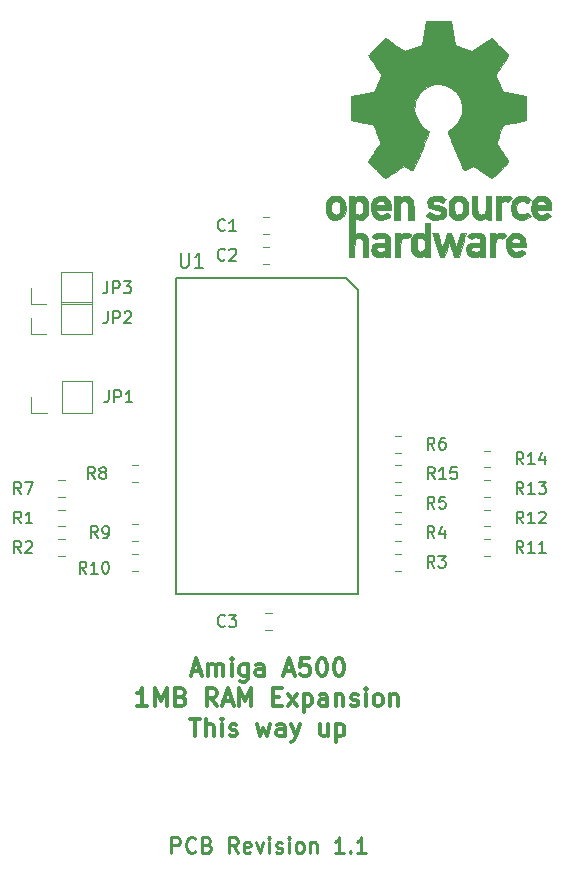
<source format=gto>
G04 #@! TF.GenerationSoftware,KiCad,Pcbnew,5.0.1*
G04 #@! TF.CreationDate,2019-01-27T10:15:17+11:00*
G04 #@! TF.ProjectId,a501 dram based design,61353031206472616D20626173656420,1.0*
G04 #@! TF.SameCoordinates,Original*
G04 #@! TF.FileFunction,Legend,Top*
G04 #@! TF.FilePolarity,Positive*
%FSLAX46Y46*%
G04 Gerber Fmt 4.6, Leading zero omitted, Abs format (unit mm)*
G04 Created by KiCad (PCBNEW 5.0.1) date Sun 27 Jan 2019 10:15:17 AEDT*
%MOMM*%
%LPD*%
G01*
G04 APERTURE LIST*
%ADD10C,0.300000*%
%ADD11C,0.250000*%
%ADD12C,0.120000*%
%ADD13C,0.150000*%
%ADD14C,0.010000*%
%ADD15R,1.903200X1.903200*%
%ADD16O,1.903200X1.903200*%
%ADD17R,4.203200X0.838200*%
%ADD18C,1.903200*%
%ADD19C,0.100000*%
%ADD20C,1.353200*%
G04 APERTURE END LIST*
D10*
X171071428Y-110200000D02*
X171785714Y-110200000D01*
X170928571Y-110628571D02*
X171428571Y-109128571D01*
X171928571Y-110628571D01*
X172428571Y-110628571D02*
X172428571Y-109628571D01*
X172428571Y-109771428D02*
X172500000Y-109700000D01*
X172642857Y-109628571D01*
X172857142Y-109628571D01*
X173000000Y-109700000D01*
X173071428Y-109842857D01*
X173071428Y-110628571D01*
X173071428Y-109842857D02*
X173142857Y-109700000D01*
X173285714Y-109628571D01*
X173500000Y-109628571D01*
X173642857Y-109700000D01*
X173714285Y-109842857D01*
X173714285Y-110628571D01*
X174428571Y-110628571D02*
X174428571Y-109628571D01*
X174428571Y-109128571D02*
X174357142Y-109200000D01*
X174428571Y-109271428D01*
X174500000Y-109200000D01*
X174428571Y-109128571D01*
X174428571Y-109271428D01*
X175785714Y-109628571D02*
X175785714Y-110842857D01*
X175714285Y-110985714D01*
X175642857Y-111057142D01*
X175500000Y-111128571D01*
X175285714Y-111128571D01*
X175142857Y-111057142D01*
X175785714Y-110557142D02*
X175642857Y-110628571D01*
X175357142Y-110628571D01*
X175214285Y-110557142D01*
X175142857Y-110485714D01*
X175071428Y-110342857D01*
X175071428Y-109914285D01*
X175142857Y-109771428D01*
X175214285Y-109700000D01*
X175357142Y-109628571D01*
X175642857Y-109628571D01*
X175785714Y-109700000D01*
X177142857Y-110628571D02*
X177142857Y-109842857D01*
X177071428Y-109700000D01*
X176928571Y-109628571D01*
X176642857Y-109628571D01*
X176500000Y-109700000D01*
X177142857Y-110557142D02*
X177000000Y-110628571D01*
X176642857Y-110628571D01*
X176500000Y-110557142D01*
X176428571Y-110414285D01*
X176428571Y-110271428D01*
X176500000Y-110128571D01*
X176642857Y-110057142D01*
X177000000Y-110057142D01*
X177142857Y-109985714D01*
X178928571Y-110200000D02*
X179642857Y-110200000D01*
X178785714Y-110628571D02*
X179285714Y-109128571D01*
X179785714Y-110628571D01*
X181000000Y-109128571D02*
X180285714Y-109128571D01*
X180214285Y-109842857D01*
X180285714Y-109771428D01*
X180428571Y-109700000D01*
X180785714Y-109700000D01*
X180928571Y-109771428D01*
X181000000Y-109842857D01*
X181071428Y-109985714D01*
X181071428Y-110342857D01*
X181000000Y-110485714D01*
X180928571Y-110557142D01*
X180785714Y-110628571D01*
X180428571Y-110628571D01*
X180285714Y-110557142D01*
X180214285Y-110485714D01*
X182000000Y-109128571D02*
X182142857Y-109128571D01*
X182285714Y-109200000D01*
X182357142Y-109271428D01*
X182428571Y-109414285D01*
X182500000Y-109700000D01*
X182500000Y-110057142D01*
X182428571Y-110342857D01*
X182357142Y-110485714D01*
X182285714Y-110557142D01*
X182142857Y-110628571D01*
X182000000Y-110628571D01*
X181857142Y-110557142D01*
X181785714Y-110485714D01*
X181714285Y-110342857D01*
X181642857Y-110057142D01*
X181642857Y-109700000D01*
X181714285Y-109414285D01*
X181785714Y-109271428D01*
X181857142Y-109200000D01*
X182000000Y-109128571D01*
X183428571Y-109128571D02*
X183571428Y-109128571D01*
X183714285Y-109200000D01*
X183785714Y-109271428D01*
X183857142Y-109414285D01*
X183928571Y-109700000D01*
X183928571Y-110057142D01*
X183857142Y-110342857D01*
X183785714Y-110485714D01*
X183714285Y-110557142D01*
X183571428Y-110628571D01*
X183428571Y-110628571D01*
X183285714Y-110557142D01*
X183214285Y-110485714D01*
X183142857Y-110342857D01*
X183071428Y-110057142D01*
X183071428Y-109700000D01*
X183142857Y-109414285D01*
X183214285Y-109271428D01*
X183285714Y-109200000D01*
X183428571Y-109128571D01*
X167285714Y-113178571D02*
X166428571Y-113178571D01*
X166857142Y-113178571D02*
X166857142Y-111678571D01*
X166714285Y-111892857D01*
X166571428Y-112035714D01*
X166428571Y-112107142D01*
X167928571Y-113178571D02*
X167928571Y-111678571D01*
X168428571Y-112750000D01*
X168928571Y-111678571D01*
X168928571Y-113178571D01*
X170142857Y-112392857D02*
X170357142Y-112464285D01*
X170428571Y-112535714D01*
X170500000Y-112678571D01*
X170500000Y-112892857D01*
X170428571Y-113035714D01*
X170357142Y-113107142D01*
X170214285Y-113178571D01*
X169642857Y-113178571D01*
X169642857Y-111678571D01*
X170142857Y-111678571D01*
X170285714Y-111750000D01*
X170357142Y-111821428D01*
X170428571Y-111964285D01*
X170428571Y-112107142D01*
X170357142Y-112250000D01*
X170285714Y-112321428D01*
X170142857Y-112392857D01*
X169642857Y-112392857D01*
X173142857Y-113178571D02*
X172642857Y-112464285D01*
X172285714Y-113178571D02*
X172285714Y-111678571D01*
X172857142Y-111678571D01*
X173000000Y-111750000D01*
X173071428Y-111821428D01*
X173142857Y-111964285D01*
X173142857Y-112178571D01*
X173071428Y-112321428D01*
X173000000Y-112392857D01*
X172857142Y-112464285D01*
X172285714Y-112464285D01*
X173714285Y-112750000D02*
X174428571Y-112750000D01*
X173571428Y-113178571D02*
X174071428Y-111678571D01*
X174571428Y-113178571D01*
X175071428Y-113178571D02*
X175071428Y-111678571D01*
X175571428Y-112750000D01*
X176071428Y-111678571D01*
X176071428Y-113178571D01*
X177928571Y-112392857D02*
X178428571Y-112392857D01*
X178642857Y-113178571D02*
X177928571Y-113178571D01*
X177928571Y-111678571D01*
X178642857Y-111678571D01*
X179142857Y-113178571D02*
X179928571Y-112178571D01*
X179142857Y-112178571D02*
X179928571Y-113178571D01*
X180500000Y-112178571D02*
X180500000Y-113678571D01*
X180500000Y-112250000D02*
X180642857Y-112178571D01*
X180928571Y-112178571D01*
X181071428Y-112250000D01*
X181142857Y-112321428D01*
X181214285Y-112464285D01*
X181214285Y-112892857D01*
X181142857Y-113035714D01*
X181071428Y-113107142D01*
X180928571Y-113178571D01*
X180642857Y-113178571D01*
X180500000Y-113107142D01*
X182500000Y-113178571D02*
X182500000Y-112392857D01*
X182428571Y-112250000D01*
X182285714Y-112178571D01*
X182000000Y-112178571D01*
X181857142Y-112250000D01*
X182500000Y-113107142D02*
X182357142Y-113178571D01*
X182000000Y-113178571D01*
X181857142Y-113107142D01*
X181785714Y-112964285D01*
X181785714Y-112821428D01*
X181857142Y-112678571D01*
X182000000Y-112607142D01*
X182357142Y-112607142D01*
X182500000Y-112535714D01*
X183214285Y-112178571D02*
X183214285Y-113178571D01*
X183214285Y-112321428D02*
X183285714Y-112250000D01*
X183428571Y-112178571D01*
X183642857Y-112178571D01*
X183785714Y-112250000D01*
X183857142Y-112392857D01*
X183857142Y-113178571D01*
X184500000Y-113107142D02*
X184642857Y-113178571D01*
X184928571Y-113178571D01*
X185071428Y-113107142D01*
X185142857Y-112964285D01*
X185142857Y-112892857D01*
X185071428Y-112750000D01*
X184928571Y-112678571D01*
X184714285Y-112678571D01*
X184571428Y-112607142D01*
X184500000Y-112464285D01*
X184500000Y-112392857D01*
X184571428Y-112250000D01*
X184714285Y-112178571D01*
X184928571Y-112178571D01*
X185071428Y-112250000D01*
X185785714Y-113178571D02*
X185785714Y-112178571D01*
X185785714Y-111678571D02*
X185714285Y-111750000D01*
X185785714Y-111821428D01*
X185857142Y-111750000D01*
X185785714Y-111678571D01*
X185785714Y-111821428D01*
X186714285Y-113178571D02*
X186571428Y-113107142D01*
X186500000Y-113035714D01*
X186428571Y-112892857D01*
X186428571Y-112464285D01*
X186500000Y-112321428D01*
X186571428Y-112250000D01*
X186714285Y-112178571D01*
X186928571Y-112178571D01*
X187071428Y-112250000D01*
X187142857Y-112321428D01*
X187214285Y-112464285D01*
X187214285Y-112892857D01*
X187142857Y-113035714D01*
X187071428Y-113107142D01*
X186928571Y-113178571D01*
X186714285Y-113178571D01*
X187857142Y-112178571D02*
X187857142Y-113178571D01*
X187857142Y-112321428D02*
X187928571Y-112250000D01*
X188071428Y-112178571D01*
X188285714Y-112178571D01*
X188428571Y-112250000D01*
X188500000Y-112392857D01*
X188500000Y-113178571D01*
X170892857Y-114228571D02*
X171750000Y-114228571D01*
X171321428Y-115728571D02*
X171321428Y-114228571D01*
X172250000Y-115728571D02*
X172250000Y-114228571D01*
X172892857Y-115728571D02*
X172892857Y-114942857D01*
X172821428Y-114800000D01*
X172678571Y-114728571D01*
X172464285Y-114728571D01*
X172321428Y-114800000D01*
X172250000Y-114871428D01*
X173607142Y-115728571D02*
X173607142Y-114728571D01*
X173607142Y-114228571D02*
X173535714Y-114300000D01*
X173607142Y-114371428D01*
X173678571Y-114300000D01*
X173607142Y-114228571D01*
X173607142Y-114371428D01*
X174250000Y-115657142D02*
X174392857Y-115728571D01*
X174678571Y-115728571D01*
X174821428Y-115657142D01*
X174892857Y-115514285D01*
X174892857Y-115442857D01*
X174821428Y-115300000D01*
X174678571Y-115228571D01*
X174464285Y-115228571D01*
X174321428Y-115157142D01*
X174250000Y-115014285D01*
X174250000Y-114942857D01*
X174321428Y-114800000D01*
X174464285Y-114728571D01*
X174678571Y-114728571D01*
X174821428Y-114800000D01*
X176535714Y-114728571D02*
X176821428Y-115728571D01*
X177107142Y-115014285D01*
X177392857Y-115728571D01*
X177678571Y-114728571D01*
X178892857Y-115728571D02*
X178892857Y-114942857D01*
X178821428Y-114800000D01*
X178678571Y-114728571D01*
X178392857Y-114728571D01*
X178250000Y-114800000D01*
X178892857Y-115657142D02*
X178750000Y-115728571D01*
X178392857Y-115728571D01*
X178250000Y-115657142D01*
X178178571Y-115514285D01*
X178178571Y-115371428D01*
X178250000Y-115228571D01*
X178392857Y-115157142D01*
X178750000Y-115157142D01*
X178892857Y-115085714D01*
X179464285Y-114728571D02*
X179821428Y-115728571D01*
X180178571Y-114728571D02*
X179821428Y-115728571D01*
X179678571Y-116085714D01*
X179607142Y-116157142D01*
X179464285Y-116228571D01*
X182535714Y-114728571D02*
X182535714Y-115728571D01*
X181892857Y-114728571D02*
X181892857Y-115514285D01*
X181964285Y-115657142D01*
X182107142Y-115728571D01*
X182321428Y-115728571D01*
X182464285Y-115657142D01*
X182535714Y-115585714D01*
X183250000Y-114728571D02*
X183250000Y-116228571D01*
X183250000Y-114800000D02*
X183392857Y-114728571D01*
X183678571Y-114728571D01*
X183821428Y-114800000D01*
X183892857Y-114871428D01*
X183964285Y-115014285D01*
X183964285Y-115442857D01*
X183892857Y-115585714D01*
X183821428Y-115657142D01*
X183678571Y-115728571D01*
X183392857Y-115728571D01*
X183250000Y-115657142D01*
D11*
X169297619Y-125588095D02*
X169297619Y-124288095D01*
X169792857Y-124288095D01*
X169916666Y-124350000D01*
X169978571Y-124411904D01*
X170040476Y-124535714D01*
X170040476Y-124721428D01*
X169978571Y-124845238D01*
X169916666Y-124907142D01*
X169792857Y-124969047D01*
X169297619Y-124969047D01*
X171340476Y-125464285D02*
X171278571Y-125526190D01*
X171092857Y-125588095D01*
X170969047Y-125588095D01*
X170783333Y-125526190D01*
X170659523Y-125402380D01*
X170597619Y-125278571D01*
X170535714Y-125030952D01*
X170535714Y-124845238D01*
X170597619Y-124597619D01*
X170659523Y-124473809D01*
X170783333Y-124350000D01*
X170969047Y-124288095D01*
X171092857Y-124288095D01*
X171278571Y-124350000D01*
X171340476Y-124411904D01*
X172330952Y-124907142D02*
X172516666Y-124969047D01*
X172578571Y-125030952D01*
X172640476Y-125154761D01*
X172640476Y-125340476D01*
X172578571Y-125464285D01*
X172516666Y-125526190D01*
X172392857Y-125588095D01*
X171897619Y-125588095D01*
X171897619Y-124288095D01*
X172330952Y-124288095D01*
X172454761Y-124350000D01*
X172516666Y-124411904D01*
X172578571Y-124535714D01*
X172578571Y-124659523D01*
X172516666Y-124783333D01*
X172454761Y-124845238D01*
X172330952Y-124907142D01*
X171897619Y-124907142D01*
X174930952Y-125588095D02*
X174497619Y-124969047D01*
X174188095Y-125588095D02*
X174188095Y-124288095D01*
X174683333Y-124288095D01*
X174807142Y-124350000D01*
X174869047Y-124411904D01*
X174930952Y-124535714D01*
X174930952Y-124721428D01*
X174869047Y-124845238D01*
X174807142Y-124907142D01*
X174683333Y-124969047D01*
X174188095Y-124969047D01*
X175983333Y-125526190D02*
X175859523Y-125588095D01*
X175611904Y-125588095D01*
X175488095Y-125526190D01*
X175426190Y-125402380D01*
X175426190Y-124907142D01*
X175488095Y-124783333D01*
X175611904Y-124721428D01*
X175859523Y-124721428D01*
X175983333Y-124783333D01*
X176045238Y-124907142D01*
X176045238Y-125030952D01*
X175426190Y-125154761D01*
X176478571Y-124721428D02*
X176788095Y-125588095D01*
X177097619Y-124721428D01*
X177592857Y-125588095D02*
X177592857Y-124721428D01*
X177592857Y-124288095D02*
X177530952Y-124350000D01*
X177592857Y-124411904D01*
X177654761Y-124350000D01*
X177592857Y-124288095D01*
X177592857Y-124411904D01*
X178150000Y-125526190D02*
X178273809Y-125588095D01*
X178521428Y-125588095D01*
X178645238Y-125526190D01*
X178707142Y-125402380D01*
X178707142Y-125340476D01*
X178645238Y-125216666D01*
X178521428Y-125154761D01*
X178335714Y-125154761D01*
X178211904Y-125092857D01*
X178150000Y-124969047D01*
X178150000Y-124907142D01*
X178211904Y-124783333D01*
X178335714Y-124721428D01*
X178521428Y-124721428D01*
X178645238Y-124783333D01*
X179264285Y-125588095D02*
X179264285Y-124721428D01*
X179264285Y-124288095D02*
X179202380Y-124350000D01*
X179264285Y-124411904D01*
X179326190Y-124350000D01*
X179264285Y-124288095D01*
X179264285Y-124411904D01*
X180069047Y-125588095D02*
X179945238Y-125526190D01*
X179883333Y-125464285D01*
X179821428Y-125340476D01*
X179821428Y-124969047D01*
X179883333Y-124845238D01*
X179945238Y-124783333D01*
X180069047Y-124721428D01*
X180254761Y-124721428D01*
X180378571Y-124783333D01*
X180440476Y-124845238D01*
X180502380Y-124969047D01*
X180502380Y-125340476D01*
X180440476Y-125464285D01*
X180378571Y-125526190D01*
X180254761Y-125588095D01*
X180069047Y-125588095D01*
X181059523Y-124721428D02*
X181059523Y-125588095D01*
X181059523Y-124845238D02*
X181121428Y-124783333D01*
X181245238Y-124721428D01*
X181430952Y-124721428D01*
X181554761Y-124783333D01*
X181616666Y-124907142D01*
X181616666Y-125588095D01*
X183907142Y-125588095D02*
X183164285Y-125588095D01*
X183535714Y-125588095D02*
X183535714Y-124288095D01*
X183411904Y-124473809D01*
X183288095Y-124597619D01*
X183164285Y-124659523D01*
X184464285Y-125464285D02*
X184526190Y-125526190D01*
X184464285Y-125588095D01*
X184402380Y-125526190D01*
X184464285Y-125464285D01*
X184464285Y-125588095D01*
X185764285Y-125588095D02*
X185021428Y-125588095D01*
X185392857Y-125588095D02*
X185392857Y-124288095D01*
X185269047Y-124473809D01*
X185145238Y-124597619D01*
X185021428Y-124659523D01*
D12*
G04 #@! TO.C,JP1*
X162620000Y-88330000D02*
X162620000Y-85670000D01*
X160020000Y-88330000D02*
X162620000Y-88330000D01*
X160020000Y-85670000D02*
X162620000Y-85670000D01*
X160020000Y-88330000D02*
X160020000Y-85670000D01*
X158750000Y-88330000D02*
X157420000Y-88330000D01*
X157420000Y-88330000D02*
X157420000Y-87000000D01*
D13*
G04 #@! TO.C,U1*
X185120000Y-77914500D02*
X184120000Y-76914500D01*
X184120000Y-76914500D02*
X169720000Y-76914500D01*
X169720000Y-76914500D02*
X169720000Y-103679500D01*
X169720000Y-103679500D02*
X185120000Y-103679500D01*
X185120000Y-103679500D02*
X185120000Y-77914500D01*
D12*
G04 #@! TO.C,JP2*
X162594000Y-81636000D02*
X162594000Y-78976000D01*
X159994000Y-81636000D02*
X162594000Y-81636000D01*
X159994000Y-78976000D02*
X162594000Y-78976000D01*
X159994000Y-81636000D02*
X159994000Y-78976000D01*
X158724000Y-81636000D02*
X157394000Y-81636000D01*
X157394000Y-81636000D02*
X157394000Y-80306000D01*
G04 #@! TO.C,JP3*
X162594000Y-79096000D02*
X162594000Y-76436000D01*
X159994000Y-79096000D02*
X162594000Y-79096000D01*
X159994000Y-76436000D02*
X162594000Y-76436000D01*
X159994000Y-79096000D02*
X159994000Y-76436000D01*
X158724000Y-79096000D02*
X157394000Y-79096000D01*
X157394000Y-79096000D02*
X157394000Y-77766000D01*
D14*
G04 #@! TO.C,REF\002A\002A\002A*
G36*
X185576192Y-70016166D02*
X185663985Y-70059540D01*
X185772249Y-70135122D01*
X185851155Y-70217542D01*
X185905195Y-70321037D01*
X185938859Y-70459843D01*
X185956637Y-70648194D01*
X185963020Y-70900328D01*
X185963393Y-71008724D01*
X185962304Y-71246287D01*
X185957778Y-71416068D01*
X185947932Y-71533550D01*
X185930882Y-71614215D01*
X185904741Y-71673545D01*
X185877542Y-71714020D01*
X185703920Y-71886225D01*
X185499462Y-71989806D01*
X185278896Y-72020960D01*
X185056954Y-71975885D01*
X184986640Y-71944009D01*
X184818311Y-71856271D01*
X184818311Y-73231172D01*
X184941162Y-73167643D01*
X185103033Y-73118491D01*
X185301995Y-73105900D01*
X185500672Y-73129147D01*
X185650710Y-73181370D01*
X185775159Y-73280826D01*
X185881492Y-73423143D01*
X185889487Y-73437755D01*
X185923207Y-73506582D01*
X185947834Y-73575956D01*
X185964786Y-73659996D01*
X185975481Y-73772816D01*
X185981338Y-73928533D01*
X185983773Y-74141265D01*
X185984213Y-74380664D01*
X185984213Y-75144443D01*
X185526180Y-75144443D01*
X185526180Y-73736108D01*
X185398067Y-73628308D01*
X185264982Y-73542079D01*
X185138952Y-73526401D01*
X185012222Y-73566747D01*
X184944683Y-73606254D01*
X184894414Y-73662527D01*
X184858662Y-73747572D01*
X184834672Y-73873394D01*
X184819689Y-74051998D01*
X184810960Y-74295391D01*
X184807886Y-74457394D01*
X184797492Y-75123623D01*
X184578885Y-75136209D01*
X184360279Y-75148795D01*
X184360279Y-71014464D01*
X184818311Y-71014464D01*
X184829989Y-71244953D01*
X184869338Y-71404950D01*
X184942834Y-71504497D01*
X185056951Y-71553639D01*
X185172246Y-71563459D01*
X185302762Y-71552175D01*
X185389383Y-71507764D01*
X185443549Y-71449081D01*
X185486190Y-71385962D01*
X185511574Y-71315645D01*
X185522869Y-71217123D01*
X185523240Y-71069387D01*
X185519440Y-70945683D01*
X185510712Y-70759328D01*
X185497720Y-70636982D01*
X185475841Y-70559377D01*
X185440454Y-70507245D01*
X185407059Y-70477111D01*
X185267525Y-70411399D01*
X185102381Y-70400787D01*
X185007554Y-70423423D01*
X184913666Y-70503881D01*
X184851474Y-70660392D01*
X184821331Y-70891852D01*
X184818311Y-71014464D01*
X184360279Y-71014464D01*
X184360279Y-69981164D01*
X184589295Y-69981164D01*
X184726794Y-69986602D01*
X184797733Y-70005909D01*
X184818303Y-70043576D01*
X184818311Y-70044692D01*
X184827855Y-70081581D01*
X184869949Y-70077393D01*
X184953639Y-70036859D01*
X185148646Y-69974850D01*
X185368046Y-69968332D01*
X185576192Y-70016166D01*
X185576192Y-70016166D01*
G37*
X185576192Y-70016166D02*
X185663985Y-70059540D01*
X185772249Y-70135122D01*
X185851155Y-70217542D01*
X185905195Y-70321037D01*
X185938859Y-70459843D01*
X185956637Y-70648194D01*
X185963020Y-70900328D01*
X185963393Y-71008724D01*
X185962304Y-71246287D01*
X185957778Y-71416068D01*
X185947932Y-71533550D01*
X185930882Y-71614215D01*
X185904741Y-71673545D01*
X185877542Y-71714020D01*
X185703920Y-71886225D01*
X185499462Y-71989806D01*
X185278896Y-72020960D01*
X185056954Y-71975885D01*
X184986640Y-71944009D01*
X184818311Y-71856271D01*
X184818311Y-73231172D01*
X184941162Y-73167643D01*
X185103033Y-73118491D01*
X185301995Y-73105900D01*
X185500672Y-73129147D01*
X185650710Y-73181370D01*
X185775159Y-73280826D01*
X185881492Y-73423143D01*
X185889487Y-73437755D01*
X185923207Y-73506582D01*
X185947834Y-73575956D01*
X185964786Y-73659996D01*
X185975481Y-73772816D01*
X185981338Y-73928533D01*
X185983773Y-74141265D01*
X185984213Y-74380664D01*
X185984213Y-75144443D01*
X185526180Y-75144443D01*
X185526180Y-73736108D01*
X185398067Y-73628308D01*
X185264982Y-73542079D01*
X185138952Y-73526401D01*
X185012222Y-73566747D01*
X184944683Y-73606254D01*
X184894414Y-73662527D01*
X184858662Y-73747572D01*
X184834672Y-73873394D01*
X184819689Y-74051998D01*
X184810960Y-74295391D01*
X184807886Y-74457394D01*
X184797492Y-75123623D01*
X184578885Y-75136209D01*
X184360279Y-75148795D01*
X184360279Y-71014464D01*
X184818311Y-71014464D01*
X184829989Y-71244953D01*
X184869338Y-71404950D01*
X184942834Y-71504497D01*
X185056951Y-71553639D01*
X185172246Y-71563459D01*
X185302762Y-71552175D01*
X185389383Y-71507764D01*
X185443549Y-71449081D01*
X185486190Y-71385962D01*
X185511574Y-71315645D01*
X185522869Y-71217123D01*
X185523240Y-71069387D01*
X185519440Y-70945683D01*
X185510712Y-70759328D01*
X185497720Y-70636982D01*
X185475841Y-70559377D01*
X185440454Y-70507245D01*
X185407059Y-70477111D01*
X185267525Y-70411399D01*
X185102381Y-70400787D01*
X185007554Y-70423423D01*
X184913666Y-70503881D01*
X184851474Y-70660392D01*
X184821331Y-70891852D01*
X184818311Y-71014464D01*
X184360279Y-71014464D01*
X184360279Y-69981164D01*
X184589295Y-69981164D01*
X184726794Y-69986602D01*
X184797733Y-70005909D01*
X184818303Y-70043576D01*
X184818311Y-70044692D01*
X184827855Y-70081581D01*
X184869949Y-70077393D01*
X184953639Y-70036859D01*
X185148646Y-69974850D01*
X185368046Y-69968332D01*
X185576192Y-70016166D01*
G36*
X187313221Y-73120247D02*
X187509111Y-73172514D01*
X187658233Y-73267253D01*
X187763465Y-73391338D01*
X187796179Y-73444296D01*
X187820331Y-73499768D01*
X187837216Y-73570730D01*
X187848127Y-73670154D01*
X187854360Y-73811016D01*
X187857209Y-74006289D01*
X187857968Y-74268948D01*
X187857984Y-74338633D01*
X187857984Y-75144443D01*
X187658115Y-75144443D01*
X187530630Y-75135515D01*
X187436366Y-75112896D01*
X187412749Y-75098946D01*
X187348185Y-75074870D01*
X187282241Y-75098946D01*
X187173668Y-75129003D01*
X187015958Y-75141100D01*
X186841156Y-75135851D01*
X186681307Y-75113869D01*
X186587984Y-75085663D01*
X186407391Y-74969731D01*
X186294530Y-74808847D01*
X186243791Y-74594936D01*
X186243320Y-74589443D01*
X186247773Y-74494547D01*
X186650443Y-74494547D01*
X186685646Y-74602484D01*
X186742986Y-74663229D01*
X186858087Y-74709172D01*
X187010014Y-74727512D01*
X187164939Y-74718485D01*
X187289036Y-74682332D01*
X187323803Y-74659137D01*
X187384556Y-74551960D01*
X187399951Y-74430120D01*
X187399951Y-74270017D01*
X187169597Y-74270017D01*
X186950759Y-74286863D01*
X186784863Y-74334593D01*
X186681662Y-74408986D01*
X186650443Y-74494547D01*
X186247773Y-74494547D01*
X186254287Y-74355731D01*
X186331369Y-74170946D01*
X186476286Y-74031206D01*
X186496317Y-74018495D01*
X186582390Y-73977105D01*
X186688927Y-73952041D01*
X186837859Y-73939858D01*
X187014787Y-73937057D01*
X187399951Y-73936902D01*
X187399951Y-73775443D01*
X187383613Y-73650168D01*
X187341922Y-73566241D01*
X187337041Y-73561773D01*
X187244264Y-73525059D01*
X187104216Y-73510828D01*
X186949445Y-73517821D01*
X186812501Y-73544780D01*
X186731241Y-73585212D01*
X186687210Y-73617601D01*
X186640715Y-73623784D01*
X186576549Y-73597248D01*
X186479505Y-73531479D01*
X186334374Y-73419963D01*
X186321053Y-73409516D01*
X186327879Y-73370862D01*
X186384822Y-73306572D01*
X186471370Y-73235131D01*
X186567008Y-73175021D01*
X186597056Y-73160827D01*
X186706659Y-73132503D01*
X186867265Y-73112300D01*
X187046698Y-73104196D01*
X187055089Y-73104180D01*
X187313221Y-73120247D01*
X187313221Y-73120247D01*
G37*
X187313221Y-73120247D02*
X187509111Y-73172514D01*
X187658233Y-73267253D01*
X187763465Y-73391338D01*
X187796179Y-73444296D01*
X187820331Y-73499768D01*
X187837216Y-73570730D01*
X187848127Y-73670154D01*
X187854360Y-73811016D01*
X187857209Y-74006289D01*
X187857968Y-74268948D01*
X187857984Y-74338633D01*
X187857984Y-75144443D01*
X187658115Y-75144443D01*
X187530630Y-75135515D01*
X187436366Y-75112896D01*
X187412749Y-75098946D01*
X187348185Y-75074870D01*
X187282241Y-75098946D01*
X187173668Y-75129003D01*
X187015958Y-75141100D01*
X186841156Y-75135851D01*
X186681307Y-75113869D01*
X186587984Y-75085663D01*
X186407391Y-74969731D01*
X186294530Y-74808847D01*
X186243791Y-74594936D01*
X186243320Y-74589443D01*
X186247773Y-74494547D01*
X186650443Y-74494547D01*
X186685646Y-74602484D01*
X186742986Y-74663229D01*
X186858087Y-74709172D01*
X187010014Y-74727512D01*
X187164939Y-74718485D01*
X187289036Y-74682332D01*
X187323803Y-74659137D01*
X187384556Y-74551960D01*
X187399951Y-74430120D01*
X187399951Y-74270017D01*
X187169597Y-74270017D01*
X186950759Y-74286863D01*
X186784863Y-74334593D01*
X186681662Y-74408986D01*
X186650443Y-74494547D01*
X186247773Y-74494547D01*
X186254287Y-74355731D01*
X186331369Y-74170946D01*
X186476286Y-74031206D01*
X186496317Y-74018495D01*
X186582390Y-73977105D01*
X186688927Y-73952041D01*
X186837859Y-73939858D01*
X187014787Y-73937057D01*
X187399951Y-73936902D01*
X187399951Y-73775443D01*
X187383613Y-73650168D01*
X187341922Y-73566241D01*
X187337041Y-73561773D01*
X187244264Y-73525059D01*
X187104216Y-73510828D01*
X186949445Y-73517821D01*
X186812501Y-73544780D01*
X186731241Y-73585212D01*
X186687210Y-73617601D01*
X186640715Y-73623784D01*
X186576549Y-73597248D01*
X186479505Y-73531479D01*
X186334374Y-73419963D01*
X186321053Y-73409516D01*
X186327879Y-73370862D01*
X186384822Y-73306572D01*
X186471370Y-73235131D01*
X186567008Y-73175021D01*
X186597056Y-73160827D01*
X186706659Y-73132503D01*
X186867265Y-73112300D01*
X187046698Y-73104196D01*
X187055089Y-73104180D01*
X187313221Y-73120247D01*
G36*
X188607525Y-73108540D02*
X188669837Y-73127218D01*
X188689925Y-73168255D01*
X188690770Y-73186782D01*
X188694375Y-73238383D01*
X188719200Y-73246484D01*
X188786263Y-73211108D01*
X188826098Y-73186937D01*
X188951773Y-73135175D01*
X189101877Y-73109581D01*
X189259263Y-73107613D01*
X189406786Y-73126729D01*
X189527300Y-73164387D01*
X189603660Y-73218044D01*
X189618719Y-73285158D01*
X189611119Y-73303333D01*
X189555718Y-73378777D01*
X189469810Y-73471568D01*
X189454272Y-73486568D01*
X189372388Y-73555540D01*
X189301737Y-73577825D01*
X189202932Y-73562272D01*
X189163348Y-73551938D01*
X189040172Y-73527116D01*
X188953564Y-73538278D01*
X188880424Y-73577646D01*
X188813426Y-73630479D01*
X188764082Y-73696924D01*
X188729791Y-73789652D01*
X188707952Y-73921334D01*
X188695966Y-74104641D01*
X188691231Y-74352246D01*
X188690770Y-74501744D01*
X188690770Y-75144443D01*
X188274377Y-75144443D01*
X188274377Y-73104115D01*
X188482574Y-73104115D01*
X188607525Y-73108540D01*
X188607525Y-73108540D01*
G37*
X188607525Y-73108540D02*
X188669837Y-73127218D01*
X188689925Y-73168255D01*
X188690770Y-73186782D01*
X188694375Y-73238383D01*
X188719200Y-73246484D01*
X188786263Y-73211108D01*
X188826098Y-73186937D01*
X188951773Y-73135175D01*
X189101877Y-73109581D01*
X189259263Y-73107613D01*
X189406786Y-73126729D01*
X189527300Y-73164387D01*
X189603660Y-73218044D01*
X189618719Y-73285158D01*
X189611119Y-73303333D01*
X189555718Y-73378777D01*
X189469810Y-73471568D01*
X189454272Y-73486568D01*
X189372388Y-73555540D01*
X189301737Y-73577825D01*
X189202932Y-73562272D01*
X189163348Y-73551938D01*
X189040172Y-73527116D01*
X188953564Y-73538278D01*
X188880424Y-73577646D01*
X188813426Y-73630479D01*
X188764082Y-73696924D01*
X188729791Y-73789652D01*
X188707952Y-73921334D01*
X188695966Y-74104641D01*
X188691231Y-74352246D01*
X188690770Y-74501744D01*
X188690770Y-75144443D01*
X188274377Y-75144443D01*
X188274377Y-73104115D01*
X188482574Y-73104115D01*
X188607525Y-73108540D01*
G36*
X191230770Y-75144443D02*
X191001754Y-75144443D01*
X190868825Y-75140546D01*
X190799595Y-75124407D01*
X190774668Y-75089354D01*
X190772738Y-75065653D01*
X190768534Y-75018123D01*
X190742026Y-75009008D01*
X190672367Y-75038308D01*
X190618196Y-75065653D01*
X190410223Y-75130451D01*
X190184147Y-75134201D01*
X190000345Y-75085873D01*
X189829187Y-74969118D01*
X189698716Y-74796781D01*
X189627273Y-74593506D01*
X189625454Y-74582141D01*
X189614839Y-74458136D01*
X189609560Y-74280117D01*
X189609984Y-74145480D01*
X190064828Y-74145480D01*
X190075365Y-74324428D01*
X190099334Y-74471924D01*
X190131783Y-74555217D01*
X190254544Y-74669041D01*
X190400299Y-74709845D01*
X190550607Y-74676848D01*
X190679049Y-74578422D01*
X190727692Y-74512224D01*
X190756134Y-74433231D01*
X190769456Y-74317926D01*
X190772738Y-74144736D01*
X190766865Y-73973229D01*
X190751353Y-73822540D01*
X190729362Y-73721698D01*
X190725697Y-73712659D01*
X190637012Y-73605195D01*
X190507572Y-73546195D01*
X190362743Y-73536669D01*
X190227891Y-73577626D01*
X190128383Y-73670076D01*
X190118060Y-73688473D01*
X190085750Y-73800646D01*
X190068148Y-73961934D01*
X190064828Y-74145480D01*
X189609984Y-74145480D01*
X189610200Y-74077212D01*
X189613194Y-73968010D01*
X189633558Y-73697856D01*
X189675883Y-73495024D01*
X189746294Y-73345077D01*
X189850912Y-73233579D01*
X189952479Y-73168127D01*
X190094384Y-73122117D01*
X190270879Y-73106336D01*
X190451607Y-73119190D01*
X190606213Y-73159081D01*
X190687899Y-73206801D01*
X190772738Y-73283579D01*
X190772738Y-72312967D01*
X191230770Y-72312967D01*
X191230770Y-75144443D01*
X191230770Y-75144443D01*
G37*
X191230770Y-75144443D02*
X191001754Y-75144443D01*
X190868825Y-75140546D01*
X190799595Y-75124407D01*
X190774668Y-75089354D01*
X190772738Y-75065653D01*
X190768534Y-75018123D01*
X190742026Y-75009008D01*
X190672367Y-75038308D01*
X190618196Y-75065653D01*
X190410223Y-75130451D01*
X190184147Y-75134201D01*
X190000345Y-75085873D01*
X189829187Y-74969118D01*
X189698716Y-74796781D01*
X189627273Y-74593506D01*
X189625454Y-74582141D01*
X189614839Y-74458136D01*
X189609560Y-74280117D01*
X189609984Y-74145480D01*
X190064828Y-74145480D01*
X190075365Y-74324428D01*
X190099334Y-74471924D01*
X190131783Y-74555217D01*
X190254544Y-74669041D01*
X190400299Y-74709845D01*
X190550607Y-74676848D01*
X190679049Y-74578422D01*
X190727692Y-74512224D01*
X190756134Y-74433231D01*
X190769456Y-74317926D01*
X190772738Y-74144736D01*
X190766865Y-73973229D01*
X190751353Y-73822540D01*
X190729362Y-73721698D01*
X190725697Y-73712659D01*
X190637012Y-73605195D01*
X190507572Y-73546195D01*
X190362743Y-73536669D01*
X190227891Y-73577626D01*
X190128383Y-73670076D01*
X190118060Y-73688473D01*
X190085750Y-73800646D01*
X190068148Y-73961934D01*
X190064828Y-74145480D01*
X189609984Y-74145480D01*
X189610200Y-74077212D01*
X189613194Y-73968010D01*
X189633558Y-73697856D01*
X189675883Y-73495024D01*
X189746294Y-73345077D01*
X189850912Y-73233579D01*
X189952479Y-73168127D01*
X190094384Y-73122117D01*
X190270879Y-73106336D01*
X190451607Y-73119190D01*
X190606213Y-73159081D01*
X190687899Y-73206801D01*
X190772738Y-73283579D01*
X190772738Y-72312967D01*
X191230770Y-72312967D01*
X191230770Y-75144443D01*
G36*
X192993942Y-73124935D02*
X193209248Y-73770344D01*
X193424555Y-74415754D01*
X193492064Y-74186738D01*
X193532691Y-74045204D01*
X193586133Y-73853936D01*
X193643842Y-73643693D01*
X193674355Y-73530918D01*
X193789136Y-73104115D01*
X194262687Y-73104115D01*
X194121139Y-73551738D01*
X194051433Y-73771903D01*
X193967223Y-74037471D01*
X193879281Y-74314492D01*
X193800772Y-74561492D01*
X193621952Y-75123623D01*
X193428882Y-75136185D01*
X193235811Y-75148746D01*
X193131118Y-74803070D01*
X193066553Y-74588335D01*
X192996092Y-74351604D01*
X192934511Y-74142526D01*
X192932081Y-74134205D01*
X192886085Y-73992537D01*
X192845503Y-73895874D01*
X192817080Y-73859321D01*
X192811239Y-73863549D01*
X192790738Y-73920217D01*
X192751785Y-74041605D01*
X192699122Y-74212448D01*
X192637491Y-74417482D01*
X192604143Y-74530262D01*
X192423546Y-75144443D01*
X192040267Y-75144443D01*
X191733867Y-74176328D01*
X191647791Y-73904759D01*
X191569380Y-73658138D01*
X191502339Y-73448048D01*
X191450369Y-73286076D01*
X191417174Y-73183808D01*
X191407084Y-73153928D01*
X191415072Y-73123334D01*
X191477792Y-73109935D01*
X191608315Y-73111275D01*
X191628747Y-73112288D01*
X191870792Y-73124935D01*
X192029317Y-73707885D01*
X192087585Y-73920486D01*
X192139655Y-74107377D01*
X192180944Y-74252331D01*
X192206866Y-74339120D01*
X192211656Y-74353269D01*
X192231504Y-74336998D01*
X192271530Y-74252697D01*
X192327138Y-74111842D01*
X192393731Y-73925911D01*
X192450024Y-73757956D01*
X192664578Y-73100209D01*
X192993942Y-73124935D01*
X192993942Y-73124935D01*
G37*
X192993942Y-73124935D02*
X193209248Y-73770344D01*
X193424555Y-74415754D01*
X193492064Y-74186738D01*
X193532691Y-74045204D01*
X193586133Y-73853936D01*
X193643842Y-73643693D01*
X193674355Y-73530918D01*
X193789136Y-73104115D01*
X194262687Y-73104115D01*
X194121139Y-73551738D01*
X194051433Y-73771903D01*
X193967223Y-74037471D01*
X193879281Y-74314492D01*
X193800772Y-74561492D01*
X193621952Y-75123623D01*
X193428882Y-75136185D01*
X193235811Y-75148746D01*
X193131118Y-74803070D01*
X193066553Y-74588335D01*
X192996092Y-74351604D01*
X192934511Y-74142526D01*
X192932081Y-74134205D01*
X192886085Y-73992537D01*
X192845503Y-73895874D01*
X192817080Y-73859321D01*
X192811239Y-73863549D01*
X192790738Y-73920217D01*
X192751785Y-74041605D01*
X192699122Y-74212448D01*
X192637491Y-74417482D01*
X192604143Y-74530262D01*
X192423546Y-75144443D01*
X192040267Y-75144443D01*
X191733867Y-74176328D01*
X191647791Y-73904759D01*
X191569380Y-73658138D01*
X191502339Y-73448048D01*
X191450369Y-73286076D01*
X191417174Y-73183808D01*
X191407084Y-73153928D01*
X191415072Y-73123334D01*
X191477792Y-73109935D01*
X191608315Y-73111275D01*
X191628747Y-73112288D01*
X191870792Y-73124935D01*
X192029317Y-73707885D01*
X192087585Y-73920486D01*
X192139655Y-74107377D01*
X192180944Y-74252331D01*
X192206866Y-74339120D01*
X192211656Y-74353269D01*
X192231504Y-74336998D01*
X192271530Y-74252697D01*
X192327138Y-74111842D01*
X192393731Y-73925911D01*
X192450024Y-73757956D01*
X192664578Y-73100209D01*
X192993942Y-73124935D01*
G36*
X195335670Y-73116480D02*
X195511179Y-73159109D01*
X195561912Y-73181693D01*
X195660254Y-73240847D01*
X195735727Y-73307472D01*
X195791571Y-73393135D01*
X195831026Y-73509405D01*
X195857332Y-73667848D01*
X195873729Y-73880034D01*
X195883457Y-74157529D01*
X195887151Y-74342885D01*
X195900745Y-75144443D01*
X195668544Y-75144443D01*
X195527677Y-75138536D01*
X195455102Y-75118350D01*
X195436344Y-75084453D01*
X195426441Y-75047799D01*
X195382166Y-75054807D01*
X195321836Y-75084197D01*
X195170803Y-75129246D01*
X194976693Y-75141385D01*
X194772531Y-75121529D01*
X194591340Y-75070592D01*
X194575089Y-75063522D01*
X194409491Y-74947188D01*
X194300324Y-74785467D01*
X194250091Y-74596430D01*
X194253928Y-74528515D01*
X194663763Y-74528515D01*
X194699875Y-74619914D01*
X194806942Y-74685411D01*
X194979684Y-74720563D01*
X195072000Y-74725231D01*
X195225850Y-74713282D01*
X195328115Y-74666844D01*
X195353066Y-74644771D01*
X195420661Y-74524681D01*
X195436344Y-74415754D01*
X195436344Y-74270017D01*
X195233352Y-74270017D01*
X194997387Y-74282043D01*
X194831881Y-74319871D01*
X194727305Y-74386121D01*
X194703891Y-74415656D01*
X194663763Y-74528515D01*
X194253928Y-74528515D01*
X194261295Y-74398148D01*
X194336440Y-74208692D01*
X194438968Y-74080656D01*
X194501065Y-74025302D01*
X194561855Y-73988924D01*
X194640952Y-73966744D01*
X194757971Y-73953982D01*
X194932527Y-73945857D01*
X195001763Y-73943521D01*
X195436344Y-73929321D01*
X195435707Y-73797784D01*
X195418876Y-73659519D01*
X195358026Y-73575917D01*
X195235095Y-73522507D01*
X195231797Y-73521555D01*
X195057504Y-73500555D01*
X194886952Y-73527985D01*
X194760200Y-73594689D01*
X194709342Y-73627625D01*
X194654565Y-73623068D01*
X194570272Y-73575349D01*
X194520773Y-73541671D01*
X194423955Y-73469716D01*
X194363982Y-73415779D01*
X194354359Y-73400337D01*
X194393985Y-73320424D01*
X194511064Y-73224989D01*
X194561918Y-73192789D01*
X194708113Y-73137332D01*
X194905137Y-73105913D01*
X195123989Y-73098855D01*
X195335670Y-73116480D01*
X195335670Y-73116480D01*
G37*
X195335670Y-73116480D02*
X195511179Y-73159109D01*
X195561912Y-73181693D01*
X195660254Y-73240847D01*
X195735727Y-73307472D01*
X195791571Y-73393135D01*
X195831026Y-73509405D01*
X195857332Y-73667848D01*
X195873729Y-73880034D01*
X195883457Y-74157529D01*
X195887151Y-74342885D01*
X195900745Y-75144443D01*
X195668544Y-75144443D01*
X195527677Y-75138536D01*
X195455102Y-75118350D01*
X195436344Y-75084453D01*
X195426441Y-75047799D01*
X195382166Y-75054807D01*
X195321836Y-75084197D01*
X195170803Y-75129246D01*
X194976693Y-75141385D01*
X194772531Y-75121529D01*
X194591340Y-75070592D01*
X194575089Y-75063522D01*
X194409491Y-74947188D01*
X194300324Y-74785467D01*
X194250091Y-74596430D01*
X194253928Y-74528515D01*
X194663763Y-74528515D01*
X194699875Y-74619914D01*
X194806942Y-74685411D01*
X194979684Y-74720563D01*
X195072000Y-74725231D01*
X195225850Y-74713282D01*
X195328115Y-74666844D01*
X195353066Y-74644771D01*
X195420661Y-74524681D01*
X195436344Y-74415754D01*
X195436344Y-74270017D01*
X195233352Y-74270017D01*
X194997387Y-74282043D01*
X194831881Y-74319871D01*
X194727305Y-74386121D01*
X194703891Y-74415656D01*
X194663763Y-74528515D01*
X194253928Y-74528515D01*
X194261295Y-74398148D01*
X194336440Y-74208692D01*
X194438968Y-74080656D01*
X194501065Y-74025302D01*
X194561855Y-73988924D01*
X194640952Y-73966744D01*
X194757971Y-73953982D01*
X194932527Y-73945857D01*
X195001763Y-73943521D01*
X195436344Y-73929321D01*
X195435707Y-73797784D01*
X195418876Y-73659519D01*
X195358026Y-73575917D01*
X195235095Y-73522507D01*
X195231797Y-73521555D01*
X195057504Y-73500555D01*
X194886952Y-73527985D01*
X194760200Y-73594689D01*
X194709342Y-73627625D01*
X194654565Y-73623068D01*
X194570272Y-73575349D01*
X194520773Y-73541671D01*
X194423955Y-73469716D01*
X194363982Y-73415779D01*
X194354359Y-73400337D01*
X194393985Y-73320424D01*
X194511064Y-73224989D01*
X194561918Y-73192789D01*
X194708113Y-73137332D01*
X194905137Y-73105913D01*
X195123989Y-73098855D01*
X195335670Y-73116480D01*
G36*
X197312107Y-73103460D02*
X197472182Y-73135017D01*
X197563312Y-73181743D01*
X197659179Y-73259370D01*
X197522787Y-73431579D01*
X197438694Y-73535867D01*
X197381592Y-73586746D01*
X197324844Y-73594519D01*
X197241811Y-73569488D01*
X197202833Y-73555327D01*
X197043926Y-73534433D01*
X196898399Y-73579220D01*
X196791560Y-73680399D01*
X196774205Y-73712659D01*
X196755303Y-73798115D01*
X196740716Y-73955606D01*
X196731126Y-74173969D01*
X196727219Y-74442038D01*
X196727164Y-74480172D01*
X196727164Y-75144443D01*
X196269131Y-75144443D01*
X196269131Y-73104115D01*
X196498148Y-73104115D01*
X196630199Y-73107563D01*
X196698992Y-73122907D01*
X196724430Y-73157648D01*
X196727164Y-73190416D01*
X196727164Y-73276717D01*
X196836878Y-73190416D01*
X196962680Y-73131538D01*
X197131681Y-73102426D01*
X197312107Y-73103460D01*
X197312107Y-73103460D01*
G37*
X197312107Y-73103460D02*
X197472182Y-73135017D01*
X197563312Y-73181743D01*
X197659179Y-73259370D01*
X197522787Y-73431579D01*
X197438694Y-73535867D01*
X197381592Y-73586746D01*
X197324844Y-73594519D01*
X197241811Y-73569488D01*
X197202833Y-73555327D01*
X197043926Y-73534433D01*
X196898399Y-73579220D01*
X196791560Y-73680399D01*
X196774205Y-73712659D01*
X196755303Y-73798115D01*
X196740716Y-73955606D01*
X196731126Y-74173969D01*
X196727219Y-74442038D01*
X196727164Y-74480172D01*
X196727164Y-75144443D01*
X196269131Y-75144443D01*
X196269131Y-73104115D01*
X196498148Y-73104115D01*
X196630199Y-73107563D01*
X196698992Y-73122907D01*
X196724430Y-73157648D01*
X196727164Y-73190416D01*
X196727164Y-73276717D01*
X196836878Y-73190416D01*
X196962680Y-73131538D01*
X197131681Y-73102426D01*
X197312107Y-73103460D01*
G36*
X198627842Y-73114999D02*
X198826876Y-73166746D01*
X198993561Y-73273544D01*
X199074269Y-73353326D01*
X199206568Y-73541931D01*
X199282390Y-73760720D01*
X199308438Y-74029668D01*
X199308571Y-74051410D01*
X199308803Y-74270017D01*
X198050595Y-74270017D01*
X198077415Y-74384525D01*
X198125841Y-74488232D01*
X198210596Y-74596290D01*
X198228323Y-74613541D01*
X198380680Y-74706904D01*
X198554424Y-74722738D01*
X198754411Y-74661313D01*
X198788311Y-74644771D01*
X198892288Y-74594484D01*
X198961931Y-74565834D01*
X198974083Y-74563184D01*
X199016501Y-74588913D01*
X199097399Y-74651861D01*
X199138465Y-74686259D01*
X199223560Y-74765276D01*
X199251503Y-74817451D01*
X199232110Y-74865446D01*
X199221743Y-74878570D01*
X199151531Y-74936008D01*
X199035674Y-75005813D01*
X198954869Y-75046564D01*
X198725501Y-75118362D01*
X198471564Y-75141625D01*
X198231074Y-75114059D01*
X198163721Y-75094321D01*
X197955262Y-74982612D01*
X197800746Y-74810721D01*
X197699278Y-74576979D01*
X197649965Y-74279716D01*
X197644551Y-74124279D01*
X197660359Y-73897973D01*
X198059623Y-73897973D01*
X198098240Y-73914702D01*
X198202042Y-73927829D01*
X198352956Y-73935575D01*
X198455197Y-73936902D01*
X198639101Y-73935623D01*
X198755174Y-73929638D01*
X198818852Y-73915724D01*
X198845567Y-73890655D01*
X198850770Y-73854280D01*
X198815073Y-73742229D01*
X198725196Y-73631488D01*
X198606966Y-73546489D01*
X198488690Y-73511718D01*
X198328044Y-73542563D01*
X198188978Y-73631732D01*
X198092557Y-73760263D01*
X198059623Y-73897973D01*
X197660359Y-73897973D01*
X197667572Y-73794733D01*
X197738624Y-73532175D01*
X197859210Y-73334525D01*
X198030834Y-73199702D01*
X198254998Y-73125626D01*
X198376438Y-73111360D01*
X198627842Y-73114999D01*
X198627842Y-73114999D01*
G37*
X198627842Y-73114999D02*
X198826876Y-73166746D01*
X198993561Y-73273544D01*
X199074269Y-73353326D01*
X199206568Y-73541931D01*
X199282390Y-73760720D01*
X199308438Y-74029668D01*
X199308571Y-74051410D01*
X199308803Y-74270017D01*
X198050595Y-74270017D01*
X198077415Y-74384525D01*
X198125841Y-74488232D01*
X198210596Y-74596290D01*
X198228323Y-74613541D01*
X198380680Y-74706904D01*
X198554424Y-74722738D01*
X198754411Y-74661313D01*
X198788311Y-74644771D01*
X198892288Y-74594484D01*
X198961931Y-74565834D01*
X198974083Y-74563184D01*
X199016501Y-74588913D01*
X199097399Y-74651861D01*
X199138465Y-74686259D01*
X199223560Y-74765276D01*
X199251503Y-74817451D01*
X199232110Y-74865446D01*
X199221743Y-74878570D01*
X199151531Y-74936008D01*
X199035674Y-75005813D01*
X198954869Y-75046564D01*
X198725501Y-75118362D01*
X198471564Y-75141625D01*
X198231074Y-75114059D01*
X198163721Y-75094321D01*
X197955262Y-74982612D01*
X197800746Y-74810721D01*
X197699278Y-74576979D01*
X197649965Y-74279716D01*
X197644551Y-74124279D01*
X197660359Y-73897973D01*
X198059623Y-73897973D01*
X198098240Y-73914702D01*
X198202042Y-73927829D01*
X198352956Y-73935575D01*
X198455197Y-73936902D01*
X198639101Y-73935623D01*
X198755174Y-73929638D01*
X198818852Y-73915724D01*
X198845567Y-73890655D01*
X198850770Y-73854280D01*
X198815073Y-73742229D01*
X198725196Y-73631488D01*
X198606966Y-73546489D01*
X198488690Y-73511718D01*
X198328044Y-73542563D01*
X198188978Y-73631732D01*
X198092557Y-73760263D01*
X198059623Y-73897973D01*
X197660359Y-73897973D01*
X197667572Y-73794733D01*
X197738624Y-73532175D01*
X197859210Y-73334525D01*
X198030834Y-73199702D01*
X198254998Y-73125626D01*
X198376438Y-73111360D01*
X198627842Y-73114999D01*
G36*
X183491610Y-70002802D02*
X183709447Y-70099108D01*
X183874816Y-70259919D01*
X183987957Y-70485482D01*
X184049112Y-70776042D01*
X184053495Y-70821408D01*
X184056930Y-71141256D01*
X184012398Y-71421614D01*
X183922609Y-71648847D01*
X183874529Y-71721941D01*
X183707055Y-71876643D01*
X183493768Y-71976838D01*
X183255154Y-72018418D01*
X183011697Y-71997272D01*
X182826630Y-71932145D01*
X182667479Y-71822393D01*
X182537404Y-71678496D01*
X182535154Y-71675130D01*
X182482330Y-71586314D01*
X182448001Y-71497005D01*
X182427212Y-71384294D01*
X182415009Y-71225273D01*
X182409633Y-71094868D01*
X182407395Y-70976611D01*
X182823706Y-70976611D01*
X182827775Y-71094335D01*
X182842545Y-71251049D01*
X182868602Y-71351621D01*
X182915593Y-71423173D01*
X182959603Y-71464971D01*
X183115623Y-71552484D01*
X183278869Y-71564179D01*
X183430904Y-71501212D01*
X183506920Y-71430653D01*
X183561697Y-71359550D01*
X183593737Y-71291512D01*
X183607800Y-71202967D01*
X183608642Y-71070339D01*
X183604309Y-70948195D01*
X183594989Y-70773710D01*
X183580212Y-70660538D01*
X183553580Y-70586721D01*
X183508691Y-70530298D01*
X183473120Y-70498050D01*
X183324329Y-70413340D01*
X183163813Y-70409117D01*
X183029220Y-70459292D01*
X182914400Y-70564075D01*
X182845996Y-70736198D01*
X182823706Y-70976611D01*
X182407395Y-70976611D01*
X182404724Y-70835548D01*
X182413107Y-70641610D01*
X182438228Y-70495745D01*
X182483532Y-70380641D01*
X182552464Y-70278986D01*
X182578022Y-70248802D01*
X182737825Y-70098412D01*
X182909231Y-70010566D01*
X183118849Y-69973762D01*
X183221064Y-69970754D01*
X183491610Y-70002802D01*
X183491610Y-70002802D01*
G37*
X183491610Y-70002802D02*
X183709447Y-70099108D01*
X183874816Y-70259919D01*
X183987957Y-70485482D01*
X184049112Y-70776042D01*
X184053495Y-70821408D01*
X184056930Y-71141256D01*
X184012398Y-71421614D01*
X183922609Y-71648847D01*
X183874529Y-71721941D01*
X183707055Y-71876643D01*
X183493768Y-71976838D01*
X183255154Y-72018418D01*
X183011697Y-71997272D01*
X182826630Y-71932145D01*
X182667479Y-71822393D01*
X182537404Y-71678496D01*
X182535154Y-71675130D01*
X182482330Y-71586314D01*
X182448001Y-71497005D01*
X182427212Y-71384294D01*
X182415009Y-71225273D01*
X182409633Y-71094868D01*
X182407395Y-70976611D01*
X182823706Y-70976611D01*
X182827775Y-71094335D01*
X182842545Y-71251049D01*
X182868602Y-71351621D01*
X182915593Y-71423173D01*
X182959603Y-71464971D01*
X183115623Y-71552484D01*
X183278869Y-71564179D01*
X183430904Y-71501212D01*
X183506920Y-71430653D01*
X183561697Y-71359550D01*
X183593737Y-71291512D01*
X183607800Y-71202967D01*
X183608642Y-71070339D01*
X183604309Y-70948195D01*
X183594989Y-70773710D01*
X183580212Y-70660538D01*
X183553580Y-70586721D01*
X183508691Y-70530298D01*
X183473120Y-70498050D01*
X183324329Y-70413340D01*
X183163813Y-70409117D01*
X183029220Y-70459292D01*
X182914400Y-70564075D01*
X182845996Y-70736198D01*
X182823706Y-70976611D01*
X182407395Y-70976611D01*
X182404724Y-70835548D01*
X182413107Y-70641610D01*
X182438228Y-70495745D01*
X182483532Y-70380641D01*
X182552464Y-70278986D01*
X182578022Y-70248802D01*
X182737825Y-70098412D01*
X182909231Y-70010566D01*
X183118849Y-69973762D01*
X183221064Y-69970754D01*
X183491610Y-70002802D01*
G36*
X187404325Y-70027526D02*
X187445819Y-70047061D01*
X187589434Y-70152263D01*
X187725236Y-70305793D01*
X187826638Y-70474845D01*
X187855480Y-70552567D01*
X187881794Y-70691398D01*
X187897485Y-70859177D01*
X187899391Y-70928459D01*
X187899623Y-71147066D01*
X186641415Y-71147066D01*
X186668234Y-71261574D01*
X186734066Y-71397004D01*
X186849161Y-71514046D01*
X186986087Y-71589442D01*
X187073342Y-71605098D01*
X187191672Y-71586099D01*
X187332851Y-71538446D01*
X187380811Y-71516521D01*
X187558171Y-71427944D01*
X187709530Y-71543391D01*
X187796869Y-71621474D01*
X187843342Y-71685922D01*
X187845695Y-71704837D01*
X187804178Y-71750681D01*
X187713190Y-71820349D01*
X187630605Y-71874700D01*
X187407751Y-71972405D01*
X187157913Y-72016628D01*
X186910290Y-72005130D01*
X186712902Y-71945029D01*
X186509424Y-71816284D01*
X186364821Y-71646774D01*
X186274361Y-71427462D01*
X186233311Y-71149309D01*
X186229671Y-71022034D01*
X186244239Y-70730375D01*
X186246028Y-70721891D01*
X186662941Y-70721891D01*
X186674423Y-70749242D01*
X186721616Y-70764324D01*
X186818951Y-70770788D01*
X186980864Y-70772285D01*
X187043210Y-70772312D01*
X187232897Y-70770052D01*
X187353189Y-70761844D01*
X187417884Y-70745550D01*
X187440780Y-70719027D01*
X187441590Y-70710510D01*
X187415460Y-70642825D01*
X187350063Y-70548005D01*
X187321948Y-70514805D01*
X187217574Y-70420906D01*
X187108775Y-70383988D01*
X187050157Y-70380902D01*
X186891574Y-70419493D01*
X186758587Y-70523155D01*
X186674228Y-70673717D01*
X186672733Y-70678623D01*
X186662941Y-70721891D01*
X186246028Y-70721891D01*
X186292684Y-70500722D01*
X186379955Y-70316983D01*
X186486689Y-70186557D01*
X186684020Y-70045131D01*
X186915985Y-69969556D01*
X187162712Y-69962724D01*
X187404325Y-70027526D01*
X187404325Y-70027526D01*
G37*
X187404325Y-70027526D02*
X187445819Y-70047061D01*
X187589434Y-70152263D01*
X187725236Y-70305793D01*
X187826638Y-70474845D01*
X187855480Y-70552567D01*
X187881794Y-70691398D01*
X187897485Y-70859177D01*
X187899391Y-70928459D01*
X187899623Y-71147066D01*
X186641415Y-71147066D01*
X186668234Y-71261574D01*
X186734066Y-71397004D01*
X186849161Y-71514046D01*
X186986087Y-71589442D01*
X187073342Y-71605098D01*
X187191672Y-71586099D01*
X187332851Y-71538446D01*
X187380811Y-71516521D01*
X187558171Y-71427944D01*
X187709530Y-71543391D01*
X187796869Y-71621474D01*
X187843342Y-71685922D01*
X187845695Y-71704837D01*
X187804178Y-71750681D01*
X187713190Y-71820349D01*
X187630605Y-71874700D01*
X187407751Y-71972405D01*
X187157913Y-72016628D01*
X186910290Y-72005130D01*
X186712902Y-71945029D01*
X186509424Y-71816284D01*
X186364821Y-71646774D01*
X186274361Y-71427462D01*
X186233311Y-71149309D01*
X186229671Y-71022034D01*
X186244239Y-70730375D01*
X186246028Y-70721891D01*
X186662941Y-70721891D01*
X186674423Y-70749242D01*
X186721616Y-70764324D01*
X186818951Y-70770788D01*
X186980864Y-70772285D01*
X187043210Y-70772312D01*
X187232897Y-70770052D01*
X187353189Y-70761844D01*
X187417884Y-70745550D01*
X187440780Y-70719027D01*
X187441590Y-70710510D01*
X187415460Y-70642825D01*
X187350063Y-70548005D01*
X187321948Y-70514805D01*
X187217574Y-70420906D01*
X187108775Y-70383988D01*
X187050157Y-70380902D01*
X186891574Y-70419493D01*
X186758587Y-70523155D01*
X186674228Y-70673717D01*
X186672733Y-70678623D01*
X186662941Y-70721891D01*
X186246028Y-70721891D01*
X186292684Y-70500722D01*
X186379955Y-70316983D01*
X186486689Y-70186557D01*
X186684020Y-70045131D01*
X186915985Y-69969556D01*
X187162712Y-69962724D01*
X187404325Y-70027526D01*
G36*
X191943418Y-69974003D02*
X192101100Y-70003907D01*
X192264685Y-70066452D01*
X192282164Y-70074426D01*
X192406217Y-70139656D01*
X192492129Y-70200274D01*
X192519898Y-70239106D01*
X192493453Y-70302437D01*
X192429220Y-70395881D01*
X192400708Y-70430762D01*
X192283211Y-70568066D01*
X192131732Y-70478691D01*
X191987570Y-70419152D01*
X191821000Y-70387326D01*
X191661262Y-70385316D01*
X191537594Y-70415221D01*
X191507916Y-70433886D01*
X191451398Y-70519466D01*
X191444529Y-70618049D01*
X191486820Y-70695062D01*
X191511836Y-70709998D01*
X191586796Y-70728547D01*
X191718561Y-70750348D01*
X191880991Y-70771180D01*
X191910956Y-70774447D01*
X192171840Y-70819575D01*
X192361055Y-70896230D01*
X192486543Y-71011491D01*
X192556243Y-71172435D01*
X192577956Y-71369015D01*
X192547961Y-71592473D01*
X192450559Y-71767949D01*
X192285361Y-71895758D01*
X192051977Y-71976218D01*
X191792902Y-72007962D01*
X191581633Y-72007580D01*
X191410265Y-71978749D01*
X191293230Y-71938944D01*
X191145350Y-71869587D01*
X191008687Y-71789097D01*
X190960115Y-71753670D01*
X190835197Y-71651705D01*
X191136509Y-71346813D01*
X191307796Y-71460165D01*
X191479594Y-71545300D01*
X191663048Y-71589830D01*
X191839397Y-71594528D01*
X191989881Y-71560170D01*
X192095740Y-71487529D01*
X192129921Y-71426238D01*
X192124794Y-71327941D01*
X192039857Y-71252773D01*
X191875343Y-71200866D01*
X191695101Y-71176875D01*
X191417709Y-71131104D01*
X191211635Y-71044748D01*
X191074122Y-70915280D01*
X191002413Y-70740172D01*
X190992479Y-70532565D01*
X191041548Y-70315714D01*
X191153420Y-70151805D01*
X191329097Y-70040088D01*
X191569581Y-69979814D01*
X191747743Y-69967999D01*
X191943418Y-69974003D01*
X191943418Y-69974003D01*
G37*
X191943418Y-69974003D02*
X192101100Y-70003907D01*
X192264685Y-70066452D01*
X192282164Y-70074426D01*
X192406217Y-70139656D01*
X192492129Y-70200274D01*
X192519898Y-70239106D01*
X192493453Y-70302437D01*
X192429220Y-70395881D01*
X192400708Y-70430762D01*
X192283211Y-70568066D01*
X192131732Y-70478691D01*
X191987570Y-70419152D01*
X191821000Y-70387326D01*
X191661262Y-70385316D01*
X191537594Y-70415221D01*
X191507916Y-70433886D01*
X191451398Y-70519466D01*
X191444529Y-70618049D01*
X191486820Y-70695062D01*
X191511836Y-70709998D01*
X191586796Y-70728547D01*
X191718561Y-70750348D01*
X191880991Y-70771180D01*
X191910956Y-70774447D01*
X192171840Y-70819575D01*
X192361055Y-70896230D01*
X192486543Y-71011491D01*
X192556243Y-71172435D01*
X192577956Y-71369015D01*
X192547961Y-71592473D01*
X192450559Y-71767949D01*
X192285361Y-71895758D01*
X192051977Y-71976218D01*
X191792902Y-72007962D01*
X191581633Y-72007580D01*
X191410265Y-71978749D01*
X191293230Y-71938944D01*
X191145350Y-71869587D01*
X191008687Y-71789097D01*
X190960115Y-71753670D01*
X190835197Y-71651705D01*
X191136509Y-71346813D01*
X191307796Y-71460165D01*
X191479594Y-71545300D01*
X191663048Y-71589830D01*
X191839397Y-71594528D01*
X191989881Y-71560170D01*
X192095740Y-71487529D01*
X192129921Y-71426238D01*
X192124794Y-71327941D01*
X192039857Y-71252773D01*
X191875343Y-71200866D01*
X191695101Y-71176875D01*
X191417709Y-71131104D01*
X191211635Y-71044748D01*
X191074122Y-70915280D01*
X191002413Y-70740172D01*
X190992479Y-70532565D01*
X191041548Y-70315714D01*
X191153420Y-70151805D01*
X191329097Y-70040088D01*
X191569581Y-69979814D01*
X191747743Y-69967999D01*
X191943418Y-69974003D01*
G36*
X193919521Y-70005805D02*
X194130136Y-70120505D01*
X194294915Y-70301574D01*
X194372554Y-70448838D01*
X194405886Y-70578907D01*
X194427483Y-70764333D01*
X194436739Y-70977939D01*
X194433045Y-71192550D01*
X194415794Y-71380991D01*
X194395643Y-71481637D01*
X194327667Y-71619323D01*
X194209942Y-71765566D01*
X194068065Y-71893452D01*
X193927632Y-71976063D01*
X193924207Y-71977373D01*
X193749945Y-72013472D01*
X193543427Y-72014365D01*
X193347174Y-71981501D01*
X193271396Y-71955161D01*
X193076221Y-71844484D01*
X192936438Y-71699478D01*
X192844599Y-71507503D01*
X192793254Y-71255920D01*
X192781637Y-71124142D01*
X192783119Y-70958553D01*
X193229459Y-70958553D01*
X193244494Y-71200177D01*
X193287772Y-71384303D01*
X193356551Y-71501949D01*
X193405550Y-71535590D01*
X193531093Y-71559050D01*
X193680318Y-71552104D01*
X193809333Y-71518345D01*
X193843166Y-71499772D01*
X193932428Y-71391599D01*
X193991345Y-71226051D01*
X194016424Y-71024581D01*
X194004174Y-70808646D01*
X193976796Y-70678690D01*
X193898191Y-70528191D01*
X193774104Y-70434114D01*
X193624661Y-70401587D01*
X193469987Y-70435738D01*
X193351174Y-70519273D01*
X193288735Y-70588193D01*
X193252293Y-70656126D01*
X193234923Y-70748064D01*
X193229699Y-70888999D01*
X193229459Y-70958553D01*
X192783119Y-70958553D01*
X192784785Y-70772495D01*
X192842056Y-70484134D01*
X192953457Y-70259049D01*
X193118993Y-70097230D01*
X193338670Y-69998666D01*
X193385842Y-69987236D01*
X193669336Y-69960406D01*
X193919521Y-70005805D01*
X193919521Y-70005805D01*
G37*
X193919521Y-70005805D02*
X194130136Y-70120505D01*
X194294915Y-70301574D01*
X194372554Y-70448838D01*
X194405886Y-70578907D01*
X194427483Y-70764333D01*
X194436739Y-70977939D01*
X194433045Y-71192550D01*
X194415794Y-71380991D01*
X194395643Y-71481637D01*
X194327667Y-71619323D01*
X194209942Y-71765566D01*
X194068065Y-71893452D01*
X193927632Y-71976063D01*
X193924207Y-71977373D01*
X193749945Y-72013472D01*
X193543427Y-72014365D01*
X193347174Y-71981501D01*
X193271396Y-71955161D01*
X193076221Y-71844484D01*
X192936438Y-71699478D01*
X192844599Y-71507503D01*
X192793254Y-71255920D01*
X192781637Y-71124142D01*
X192783119Y-70958553D01*
X193229459Y-70958553D01*
X193244494Y-71200177D01*
X193287772Y-71384303D01*
X193356551Y-71501949D01*
X193405550Y-71535590D01*
X193531093Y-71559050D01*
X193680318Y-71552104D01*
X193809333Y-71518345D01*
X193843166Y-71499772D01*
X193932428Y-71391599D01*
X193991345Y-71226051D01*
X194016424Y-71024581D01*
X194004174Y-70808646D01*
X193976796Y-70678690D01*
X193898191Y-70528191D01*
X193774104Y-70434114D01*
X193624661Y-70401587D01*
X193469987Y-70435738D01*
X193351174Y-70519273D01*
X193288735Y-70588193D01*
X193252293Y-70656126D01*
X193234923Y-70748064D01*
X193229699Y-70888999D01*
X193229459Y-70958553D01*
X192783119Y-70958553D01*
X192784785Y-70772495D01*
X192842056Y-70484134D01*
X192953457Y-70259049D01*
X193118993Y-70097230D01*
X193338670Y-69998666D01*
X193385842Y-69987236D01*
X193669336Y-69960406D01*
X193919521Y-70005805D01*
G36*
X195186508Y-70629311D02*
X195190444Y-70934698D01*
X195204823Y-71166660D01*
X195233504Y-71334786D01*
X195280348Y-71448671D01*
X195349211Y-71517905D01*
X195443954Y-71552080D01*
X195561262Y-71560811D01*
X195684123Y-71551028D01*
X195777444Y-71515287D01*
X195845084Y-71443995D01*
X195890901Y-71327561D01*
X195918755Y-71156391D01*
X195932504Y-70920896D01*
X195936016Y-70629311D01*
X195936016Y-69981164D01*
X196394049Y-69981164D01*
X196394049Y-71979853D01*
X196165033Y-71979853D01*
X196026971Y-71974258D01*
X195955878Y-71954611D01*
X195936016Y-71917313D01*
X195924054Y-71884094D01*
X195876447Y-71891121D01*
X195780485Y-71938132D01*
X195560548Y-72010654D01*
X195327274Y-72005516D01*
X195103755Y-71926766D01*
X194997313Y-71864558D01*
X194916122Y-71797204D01*
X194856808Y-71712928D01*
X194815996Y-71599957D01*
X194790312Y-71446515D01*
X194776381Y-71240827D01*
X194770829Y-70971118D01*
X194770115Y-70762551D01*
X194770115Y-69981164D01*
X195186508Y-69981164D01*
X195186508Y-70629311D01*
X195186508Y-70629311D01*
G37*
X195186508Y-70629311D02*
X195190444Y-70934698D01*
X195204823Y-71166660D01*
X195233504Y-71334786D01*
X195280348Y-71448671D01*
X195349211Y-71517905D01*
X195443954Y-71552080D01*
X195561262Y-71560811D01*
X195684123Y-71551028D01*
X195777444Y-71515287D01*
X195845084Y-71443995D01*
X195890901Y-71327561D01*
X195918755Y-71156391D01*
X195932504Y-70920896D01*
X195936016Y-70629311D01*
X195936016Y-69981164D01*
X196394049Y-69981164D01*
X196394049Y-71979853D01*
X196165033Y-71979853D01*
X196026971Y-71974258D01*
X195955878Y-71954611D01*
X195936016Y-71917313D01*
X195924054Y-71884094D01*
X195876447Y-71891121D01*
X195780485Y-71938132D01*
X195560548Y-72010654D01*
X195327274Y-72005516D01*
X195103755Y-71926766D01*
X194997313Y-71864558D01*
X194916122Y-71797204D01*
X194856808Y-71712928D01*
X194815996Y-71599957D01*
X194790312Y-71446515D01*
X194776381Y-71240827D01*
X194770829Y-70971118D01*
X194770115Y-70762551D01*
X194770115Y-69981164D01*
X195186508Y-69981164D01*
X195186508Y-70629311D01*
G36*
X199239288Y-69998602D02*
X199480543Y-70101090D01*
X199556531Y-70150981D01*
X199653648Y-70227651D01*
X199714612Y-70287936D01*
X199725197Y-70307571D01*
X199695308Y-70351142D01*
X199618819Y-70425077D01*
X199557582Y-70476679D01*
X199389967Y-70611378D01*
X199257614Y-70500010D01*
X199155336Y-70428113D01*
X199055610Y-70403296D01*
X198941475Y-70409357D01*
X198760234Y-70454418D01*
X198635475Y-70547949D01*
X198559658Y-70699154D01*
X198525240Y-70917236D01*
X198525231Y-70917373D01*
X198528208Y-71161124D01*
X198574467Y-71339966D01*
X198666742Y-71461730D01*
X198729650Y-71502964D01*
X198896717Y-71554311D01*
X199075162Y-71554342D01*
X199230415Y-71504522D01*
X199267164Y-71480180D01*
X199359330Y-71418004D01*
X199431387Y-71407813D01*
X199509102Y-71454092D01*
X199595018Y-71537212D01*
X199731011Y-71677521D01*
X199580023Y-71801978D01*
X199346740Y-71942443D01*
X199083673Y-72011666D01*
X198808760Y-72006653D01*
X198628216Y-71960755D01*
X198417194Y-71847249D01*
X198248426Y-71668685D01*
X198171753Y-71542639D01*
X198109654Y-71361791D01*
X198078581Y-71132745D01*
X198078342Y-70884510D01*
X198108743Y-70646093D01*
X198169592Y-70446503D01*
X198179176Y-70426039D01*
X198321102Y-70225341D01*
X198513259Y-70079217D01*
X198740464Y-69990698D01*
X198987535Y-69962815D01*
X199239288Y-69998602D01*
X199239288Y-69998602D01*
G37*
X199239288Y-69998602D02*
X199480543Y-70101090D01*
X199556531Y-70150981D01*
X199653648Y-70227651D01*
X199714612Y-70287936D01*
X199725197Y-70307571D01*
X199695308Y-70351142D01*
X199618819Y-70425077D01*
X199557582Y-70476679D01*
X199389967Y-70611378D01*
X199257614Y-70500010D01*
X199155336Y-70428113D01*
X199055610Y-70403296D01*
X198941475Y-70409357D01*
X198760234Y-70454418D01*
X198635475Y-70547949D01*
X198559658Y-70699154D01*
X198525240Y-70917236D01*
X198525231Y-70917373D01*
X198528208Y-71161124D01*
X198574467Y-71339966D01*
X198666742Y-71461730D01*
X198729650Y-71502964D01*
X198896717Y-71554311D01*
X199075162Y-71554342D01*
X199230415Y-71504522D01*
X199267164Y-71480180D01*
X199359330Y-71418004D01*
X199431387Y-71407813D01*
X199509102Y-71454092D01*
X199595018Y-71537212D01*
X199731011Y-71677521D01*
X199580023Y-71801978D01*
X199346740Y-71942443D01*
X199083673Y-72011666D01*
X198808760Y-72006653D01*
X198628216Y-71960755D01*
X198417194Y-71847249D01*
X198248426Y-71668685D01*
X198171753Y-71542639D01*
X198109654Y-71361791D01*
X198078581Y-71132745D01*
X198078342Y-70884510D01*
X198108743Y-70646093D01*
X198169592Y-70446503D01*
X198179176Y-70426039D01*
X198321102Y-70225341D01*
X198513259Y-70079217D01*
X198740464Y-69990698D01*
X198987535Y-69962815D01*
X199239288Y-69998602D01*
G36*
X200764792Y-69974019D02*
X200871414Y-69999922D01*
X201075830Y-70094772D01*
X201250625Y-70239633D01*
X201371597Y-70413320D01*
X201388217Y-70452317D01*
X201411016Y-70554465D01*
X201426975Y-70705573D01*
X201432410Y-70858301D01*
X201432410Y-71147066D01*
X200828639Y-71147066D01*
X200579619Y-71148007D01*
X200404189Y-71153723D01*
X200292665Y-71168550D01*
X200235360Y-71196827D01*
X200222588Y-71242890D01*
X200244662Y-71311077D01*
X200284205Y-71390863D01*
X200394509Y-71524017D01*
X200547792Y-71590355D01*
X200735141Y-71588194D01*
X200947363Y-71515991D01*
X201130773Y-71426883D01*
X201282962Y-71547220D01*
X201435151Y-71667558D01*
X201291974Y-71799843D01*
X201100828Y-71924832D01*
X200865753Y-72000189D01*
X200612898Y-72021278D01*
X200368413Y-71983460D01*
X200328967Y-71970628D01*
X200114090Y-71858414D01*
X199954250Y-71691118D01*
X199846080Y-71463748D01*
X199786210Y-71171308D01*
X199785513Y-71165040D01*
X199780152Y-70846332D01*
X199801823Y-70732632D01*
X200224869Y-70732632D01*
X200263722Y-70750116D01*
X200369205Y-70763508D01*
X200524707Y-70771155D01*
X200623249Y-70772312D01*
X200807013Y-70771588D01*
X200921914Y-70766983D01*
X200982366Y-70754848D01*
X201002783Y-70731530D01*
X200997581Y-70693382D01*
X200993217Y-70678623D01*
X200918724Y-70539944D01*
X200801566Y-70428179D01*
X200698173Y-70379066D01*
X200560816Y-70382032D01*
X200421629Y-70443278D01*
X200304874Y-70544683D01*
X200234810Y-70668122D01*
X200224869Y-70732632D01*
X199801823Y-70732632D01*
X199833579Y-70566020D01*
X199939572Y-70330780D01*
X200091911Y-70147284D01*
X200284374Y-70022209D01*
X200510742Y-69962229D01*
X200764792Y-69974019D01*
X200764792Y-69974019D01*
G37*
X200764792Y-69974019D02*
X200871414Y-69999922D01*
X201075830Y-70094772D01*
X201250625Y-70239633D01*
X201371597Y-70413320D01*
X201388217Y-70452317D01*
X201411016Y-70554465D01*
X201426975Y-70705573D01*
X201432410Y-70858301D01*
X201432410Y-71147066D01*
X200828639Y-71147066D01*
X200579619Y-71148007D01*
X200404189Y-71153723D01*
X200292665Y-71168550D01*
X200235360Y-71196827D01*
X200222588Y-71242890D01*
X200244662Y-71311077D01*
X200284205Y-71390863D01*
X200394509Y-71524017D01*
X200547792Y-71590355D01*
X200735141Y-71588194D01*
X200947363Y-71515991D01*
X201130773Y-71426883D01*
X201282962Y-71547220D01*
X201435151Y-71667558D01*
X201291974Y-71799843D01*
X201100828Y-71924832D01*
X200865753Y-72000189D01*
X200612898Y-72021278D01*
X200368413Y-71983460D01*
X200328967Y-71970628D01*
X200114090Y-71858414D01*
X199954250Y-71691118D01*
X199846080Y-71463748D01*
X199786210Y-71171308D01*
X199785513Y-71165040D01*
X199780152Y-70846332D01*
X199801823Y-70732632D01*
X200224869Y-70732632D01*
X200263722Y-70750116D01*
X200369205Y-70763508D01*
X200524707Y-70771155D01*
X200623249Y-70772312D01*
X200807013Y-70771588D01*
X200921914Y-70766983D01*
X200982366Y-70754848D01*
X201002783Y-70731530D01*
X200997581Y-70693382D01*
X200993217Y-70678623D01*
X200918724Y-70539944D01*
X200801566Y-70428179D01*
X200698173Y-70379066D01*
X200560816Y-70382032D01*
X200421629Y-70443278D01*
X200304874Y-70544683D01*
X200234810Y-70668122D01*
X200224869Y-70732632D01*
X199801823Y-70732632D01*
X199833579Y-70566020D01*
X199939572Y-70330780D01*
X200091911Y-70147284D01*
X200284374Y-70022209D01*
X200510742Y-69962229D01*
X200764792Y-69974019D01*
G36*
X189400108Y-70015563D02*
X189503740Y-70065062D01*
X189604106Y-70136561D01*
X189680568Y-70218853D01*
X189736262Y-70323811D01*
X189774323Y-70463313D01*
X189797885Y-70649233D01*
X189810085Y-70893448D01*
X189814056Y-71207833D01*
X189814118Y-71240754D01*
X189815033Y-71979853D01*
X189357000Y-71979853D01*
X189357000Y-71298481D01*
X189356674Y-71046050D01*
X189354419Y-70863093D01*
X189348319Y-70735807D01*
X189336459Y-70650386D01*
X189316924Y-70593026D01*
X189287797Y-70549924D01*
X189247224Y-70507334D01*
X189105269Y-70415824D01*
X188950306Y-70398843D01*
X188802677Y-70456701D01*
X188751337Y-70499763D01*
X188713647Y-70540249D01*
X188686587Y-70583607D01*
X188668397Y-70643463D01*
X188657316Y-70733441D01*
X188651586Y-70867168D01*
X188649444Y-71058270D01*
X188649131Y-71290911D01*
X188649131Y-71979853D01*
X188191098Y-71979853D01*
X188191098Y-69981164D01*
X188420115Y-69981164D01*
X188557614Y-69986602D01*
X188628553Y-70005909D01*
X188649122Y-70043576D01*
X188649131Y-70044692D01*
X188658675Y-70081581D01*
X188700767Y-70077395D01*
X188784459Y-70036861D01*
X188974273Y-69977224D01*
X189191401Y-69970591D01*
X189400108Y-70015563D01*
X189400108Y-70015563D01*
G37*
X189400108Y-70015563D02*
X189503740Y-70065062D01*
X189604106Y-70136561D01*
X189680568Y-70218853D01*
X189736262Y-70323811D01*
X189774323Y-70463313D01*
X189797885Y-70649233D01*
X189810085Y-70893448D01*
X189814056Y-71207833D01*
X189814118Y-71240754D01*
X189815033Y-71979853D01*
X189357000Y-71979853D01*
X189357000Y-71298481D01*
X189356674Y-71046050D01*
X189354419Y-70863093D01*
X189348319Y-70735807D01*
X189336459Y-70650386D01*
X189316924Y-70593026D01*
X189287797Y-70549924D01*
X189247224Y-70507334D01*
X189105269Y-70415824D01*
X188950306Y-70398843D01*
X188802677Y-70456701D01*
X188751337Y-70499763D01*
X188713647Y-70540249D01*
X188686587Y-70583607D01*
X188668397Y-70643463D01*
X188657316Y-70733441D01*
X188651586Y-70867168D01*
X188649444Y-71058270D01*
X188649131Y-71290911D01*
X188649131Y-71979853D01*
X188191098Y-71979853D01*
X188191098Y-69981164D01*
X188420115Y-69981164D01*
X188557614Y-69986602D01*
X188628553Y-70005909D01*
X188649122Y-70043576D01*
X188649131Y-70044692D01*
X188658675Y-70081581D01*
X188700767Y-70077395D01*
X188784459Y-70036861D01*
X188974273Y-69977224D01*
X189191401Y-69970591D01*
X189400108Y-70015563D01*
G36*
X197855869Y-69979231D02*
X197999092Y-70022989D01*
X198091306Y-70078280D01*
X198121344Y-70122004D01*
X198113076Y-70173834D01*
X198059427Y-70255259D01*
X198014063Y-70312927D01*
X197920546Y-70417182D01*
X197850287Y-70461045D01*
X197790393Y-70458182D01*
X197612720Y-70412967D01*
X197482234Y-70415020D01*
X197376273Y-70466261D01*
X197340700Y-70496252D01*
X197226836Y-70601778D01*
X197226836Y-71979853D01*
X196768803Y-71979853D01*
X196768803Y-69981164D01*
X196997820Y-69981164D01*
X197135318Y-69986602D01*
X197206258Y-70005909D01*
X197226827Y-70043576D01*
X197226836Y-70044692D01*
X197236550Y-70084146D01*
X197280478Y-70079000D01*
X197341344Y-70050536D01*
X197467054Y-69997569D01*
X197569134Y-69965703D01*
X197700480Y-69957533D01*
X197855869Y-69979231D01*
X197855869Y-69979231D01*
G37*
X197855869Y-69979231D02*
X197999092Y-70022989D01*
X198091306Y-70078280D01*
X198121344Y-70122004D01*
X198113076Y-70173834D01*
X198059427Y-70255259D01*
X198014063Y-70312927D01*
X197920546Y-70417182D01*
X197850287Y-70461045D01*
X197790393Y-70458182D01*
X197612720Y-70412967D01*
X197482234Y-70415020D01*
X197376273Y-70466261D01*
X197340700Y-70496252D01*
X197226836Y-70601778D01*
X197226836Y-71979853D01*
X196768803Y-71979853D01*
X196768803Y-69981164D01*
X196997820Y-69981164D01*
X197135318Y-69986602D01*
X197206258Y-70005909D01*
X197226827Y-70043576D01*
X197226836Y-70044692D01*
X197236550Y-70084146D01*
X197280478Y-70079000D01*
X197341344Y-70050536D01*
X197467054Y-69997569D01*
X197569134Y-69965703D01*
X197700480Y-69957533D01*
X197855869Y-69979231D01*
G36*
X193145305Y-56176960D02*
X193333557Y-57175542D01*
X194028183Y-57461889D01*
X194722808Y-57748237D01*
X195556128Y-57181586D01*
X195789501Y-57023811D01*
X196000457Y-56882939D01*
X196179153Y-56765401D01*
X196315744Y-56677629D01*
X196400386Y-56626055D01*
X196423437Y-56614935D01*
X196464963Y-56643535D01*
X196553698Y-56722604D01*
X196679697Y-56842041D01*
X196833014Y-56991744D01*
X197003702Y-57161615D01*
X197181814Y-57341551D01*
X197357406Y-57521454D01*
X197520530Y-57691222D01*
X197661241Y-57840754D01*
X197769592Y-57959952D01*
X197835637Y-58038713D01*
X197851426Y-58065072D01*
X197828703Y-58113666D01*
X197764999Y-58220126D01*
X197667013Y-58374039D01*
X197541441Y-58564991D01*
X197394982Y-58782569D01*
X197310115Y-58906671D01*
X197155426Y-59133279D01*
X197017970Y-59337770D01*
X196904414Y-59509965D01*
X196821428Y-59639685D01*
X196775678Y-59716751D01*
X196768803Y-59732947D01*
X196784388Y-59778975D01*
X196826868Y-59886250D01*
X196889835Y-60039687D01*
X196966879Y-60224206D01*
X197051590Y-60424721D01*
X197137558Y-60626152D01*
X197218373Y-60813415D01*
X197287627Y-60971428D01*
X197338908Y-61085107D01*
X197365809Y-61139370D01*
X197367396Y-61141506D01*
X197409635Y-61151867D01*
X197522126Y-61174982D01*
X197693209Y-61208579D01*
X197911223Y-61250385D01*
X198164509Y-61298127D01*
X198312288Y-61325659D01*
X198582938Y-61377190D01*
X198827397Y-61426225D01*
X199033300Y-61470081D01*
X199188277Y-61506074D01*
X199279962Y-61531521D01*
X199298393Y-61539595D01*
X199316445Y-61594242D01*
X199331010Y-61717662D01*
X199342098Y-61895423D01*
X199349719Y-62113091D01*
X199353884Y-62356235D01*
X199354602Y-62610423D01*
X199351882Y-62861220D01*
X199345735Y-63094196D01*
X199336171Y-63294918D01*
X199323199Y-63448954D01*
X199306829Y-63541870D01*
X199297011Y-63561213D01*
X199238323Y-63584398D01*
X199113966Y-63617544D01*
X198940390Y-63656758D01*
X198734042Y-63698145D01*
X198662011Y-63711534D01*
X198314719Y-63775147D01*
X198040383Y-63826378D01*
X197829939Y-63867261D01*
X197674322Y-63899834D01*
X197564467Y-63926132D01*
X197491311Y-63948192D01*
X197445787Y-63968049D01*
X197418833Y-63987741D01*
X197415061Y-63991632D01*
X197377415Y-64054324D01*
X197319986Y-64176331D01*
X197248508Y-64342712D01*
X197168715Y-64538529D01*
X197086343Y-64748840D01*
X197007125Y-64958708D01*
X196936796Y-65153191D01*
X196881089Y-65317350D01*
X196845741Y-65436245D01*
X196836484Y-65494936D01*
X196837256Y-65496992D01*
X196868620Y-65544964D01*
X196939774Y-65650516D01*
X197043240Y-65802660D01*
X197171540Y-65990410D01*
X197317199Y-66202780D01*
X197358680Y-66263130D01*
X197506587Y-66481929D01*
X197636739Y-66681562D01*
X197742045Y-66850565D01*
X197815416Y-66977475D01*
X197849763Y-67050829D01*
X197851426Y-67059841D01*
X197822569Y-67107207D01*
X197742831Y-67201042D01*
X197622462Y-67331261D01*
X197471713Y-67487779D01*
X197300836Y-67660510D01*
X197120079Y-67839371D01*
X196939694Y-68014276D01*
X196769932Y-68175140D01*
X196621042Y-68311878D01*
X196503276Y-68414407D01*
X196426883Y-68472640D01*
X196405750Y-68482148D01*
X196356560Y-68459754D01*
X196255847Y-68399356D01*
X196120017Y-68311129D01*
X196015510Y-68240115D01*
X195826149Y-68109811D01*
X195601899Y-67956384D01*
X195376964Y-67803201D01*
X195256032Y-67721218D01*
X194846704Y-67444353D01*
X194503102Y-67630136D01*
X194346565Y-67711523D01*
X194213454Y-67774784D01*
X194123389Y-67810865D01*
X194100463Y-67815885D01*
X194072895Y-67778817D01*
X194018508Y-67674069D01*
X193941363Y-67511303D01*
X193845518Y-67300181D01*
X193735034Y-67050365D01*
X193613971Y-66771517D01*
X193486389Y-66473299D01*
X193356347Y-66165374D01*
X193227906Y-65857404D01*
X193105126Y-65559050D01*
X192992067Y-65279975D01*
X192892788Y-65029841D01*
X192811349Y-64818310D01*
X192751811Y-64655043D01*
X192718234Y-64549705D01*
X192712834Y-64513527D01*
X192755634Y-64467381D01*
X192849344Y-64392472D01*
X192974373Y-64304364D01*
X192984867Y-64297394D01*
X193308020Y-64038721D01*
X193568587Y-63736938D01*
X193764310Y-63401695D01*
X193892932Y-63042642D01*
X193952195Y-62669426D01*
X193939839Y-62291700D01*
X193853607Y-61919111D01*
X193691241Y-61561310D01*
X193643472Y-61483027D01*
X193395009Y-61166919D01*
X193101481Y-60913079D01*
X192773047Y-60722827D01*
X192419865Y-60597485D01*
X192052095Y-60538372D01*
X191679897Y-60546807D01*
X191313429Y-60624112D01*
X190962851Y-60771606D01*
X190638323Y-60990610D01*
X190537936Y-61079498D01*
X190282449Y-61357744D01*
X190096278Y-61650656D01*
X189968570Y-61978986D01*
X189897444Y-62304133D01*
X189879886Y-62669702D01*
X189938434Y-63037086D01*
X190067142Y-63393866D01*
X190260062Y-63727626D01*
X190511248Y-64025947D01*
X190814752Y-64276411D01*
X190854640Y-64302813D01*
X190981009Y-64389272D01*
X191077073Y-64464184D01*
X191123000Y-64512015D01*
X191123668Y-64513527D01*
X191113808Y-64565267D01*
X191074722Y-64682696D01*
X191010472Y-64856154D01*
X190925120Y-65075979D01*
X190822727Y-65332513D01*
X190707354Y-65616096D01*
X190583063Y-65917067D01*
X190453916Y-66225767D01*
X190323974Y-66532536D01*
X190197298Y-66827714D01*
X190077951Y-67101640D01*
X189969994Y-67344656D01*
X189877488Y-67547101D01*
X189804496Y-67699315D01*
X189755077Y-67791638D01*
X189735177Y-67815885D01*
X189674366Y-67797004D01*
X189560582Y-67746364D01*
X189413445Y-67673017D01*
X189332538Y-67630136D01*
X188988935Y-67444353D01*
X188579607Y-67721218D01*
X188370654Y-67863054D01*
X188141887Y-68019141D01*
X187927509Y-68166109D01*
X187820129Y-68240115D01*
X187669102Y-68341531D01*
X187541218Y-68421898D01*
X187453158Y-68471041D01*
X187424555Y-68481429D01*
X187382924Y-68453405D01*
X187290789Y-68375172D01*
X187157082Y-68254852D01*
X186990735Y-68100568D01*
X186800680Y-67920443D01*
X186680479Y-67804790D01*
X186470185Y-67598167D01*
X186288444Y-67413358D01*
X186142603Y-67258270D01*
X186040009Y-67140807D01*
X185988009Y-67068875D01*
X185983020Y-67054278D01*
X186006171Y-66998753D01*
X186070146Y-66886484D01*
X186167847Y-66728837D01*
X186292180Y-66537179D01*
X186436046Y-66322876D01*
X186476959Y-66263130D01*
X186626033Y-66045982D01*
X186759775Y-65850475D01*
X186870709Y-65687599D01*
X186951356Y-65568337D01*
X186994241Y-65503678D01*
X186998383Y-65496992D01*
X186992188Y-65445462D01*
X186959300Y-65332166D01*
X186905455Y-65172042D01*
X186836387Y-64980032D01*
X186757831Y-64771074D01*
X186675520Y-64560109D01*
X186595189Y-64362076D01*
X186522572Y-64191916D01*
X186463405Y-64064567D01*
X186423420Y-63994971D01*
X186420578Y-63991632D01*
X186396127Y-63971742D01*
X186354831Y-63952073D01*
X186287623Y-63930589D01*
X186185441Y-63905253D01*
X186039219Y-63874029D01*
X185839893Y-63834882D01*
X185578397Y-63785775D01*
X185245669Y-63724672D01*
X185173628Y-63711534D01*
X184960115Y-63670282D01*
X184773978Y-63629926D01*
X184631666Y-63594361D01*
X184549629Y-63567480D01*
X184538628Y-63561213D01*
X184520502Y-63505654D01*
X184505767Y-63381495D01*
X184494436Y-63203169D01*
X184486516Y-62985109D01*
X184482019Y-62741746D01*
X184480954Y-62487514D01*
X184483330Y-62236845D01*
X184489159Y-62004171D01*
X184498449Y-61803924D01*
X184511211Y-61650538D01*
X184527454Y-61558444D01*
X184537246Y-61539595D01*
X184591761Y-61520582D01*
X184715896Y-61489650D01*
X184897285Y-61449482D01*
X185123560Y-61402762D01*
X185382353Y-61352173D01*
X185523351Y-61325659D01*
X185790873Y-61275650D01*
X186029438Y-61230346D01*
X186227386Y-61192021D01*
X186373057Y-61162947D01*
X186454791Y-61145397D01*
X186468243Y-61141506D01*
X186490979Y-61097638D01*
X186539040Y-60991976D01*
X186606019Y-60839613D01*
X186685510Y-60655646D01*
X186771108Y-60455170D01*
X186856405Y-60253281D01*
X186934995Y-60065073D01*
X187000473Y-59905642D01*
X187046431Y-59790084D01*
X187066463Y-59733494D01*
X187066836Y-59731021D01*
X187044126Y-59686379D01*
X186980459Y-59583647D01*
X186882525Y-59433037D01*
X186757017Y-59244757D01*
X186610626Y-59029018D01*
X186525525Y-58905098D01*
X186370455Y-58677883D01*
X186232725Y-58471595D01*
X186119053Y-58296671D01*
X186036161Y-58163545D01*
X185990769Y-58082653D01*
X185984213Y-58064520D01*
X186012395Y-58022312D01*
X186090304Y-57932191D01*
X186207990Y-57804254D01*
X186355500Y-57648596D01*
X186522881Y-57475315D01*
X186700181Y-57294507D01*
X186877448Y-57116267D01*
X187044730Y-56950693D01*
X187192075Y-56807880D01*
X187309530Y-56697925D01*
X187387143Y-56630924D01*
X187413108Y-56614935D01*
X187455384Y-56637419D01*
X187556501Y-56700585D01*
X187706627Y-56798003D01*
X187895930Y-56923243D01*
X188114579Y-57069875D01*
X188279511Y-57181586D01*
X189112831Y-57748237D01*
X189807456Y-57461889D01*
X190502082Y-57175542D01*
X190690334Y-56176960D01*
X190878587Y-55178377D01*
X192957052Y-55178377D01*
X193145305Y-56176960D01*
X193145305Y-56176960D01*
G37*
X193145305Y-56176960D02*
X193333557Y-57175542D01*
X194028183Y-57461889D01*
X194722808Y-57748237D01*
X195556128Y-57181586D01*
X195789501Y-57023811D01*
X196000457Y-56882939D01*
X196179153Y-56765401D01*
X196315744Y-56677629D01*
X196400386Y-56626055D01*
X196423437Y-56614935D01*
X196464963Y-56643535D01*
X196553698Y-56722604D01*
X196679697Y-56842041D01*
X196833014Y-56991744D01*
X197003702Y-57161615D01*
X197181814Y-57341551D01*
X197357406Y-57521454D01*
X197520530Y-57691222D01*
X197661241Y-57840754D01*
X197769592Y-57959952D01*
X197835637Y-58038713D01*
X197851426Y-58065072D01*
X197828703Y-58113666D01*
X197764999Y-58220126D01*
X197667013Y-58374039D01*
X197541441Y-58564991D01*
X197394982Y-58782569D01*
X197310115Y-58906671D01*
X197155426Y-59133279D01*
X197017970Y-59337770D01*
X196904414Y-59509965D01*
X196821428Y-59639685D01*
X196775678Y-59716751D01*
X196768803Y-59732947D01*
X196784388Y-59778975D01*
X196826868Y-59886250D01*
X196889835Y-60039687D01*
X196966879Y-60224206D01*
X197051590Y-60424721D01*
X197137558Y-60626152D01*
X197218373Y-60813415D01*
X197287627Y-60971428D01*
X197338908Y-61085107D01*
X197365809Y-61139370D01*
X197367396Y-61141506D01*
X197409635Y-61151867D01*
X197522126Y-61174982D01*
X197693209Y-61208579D01*
X197911223Y-61250385D01*
X198164509Y-61298127D01*
X198312288Y-61325659D01*
X198582938Y-61377190D01*
X198827397Y-61426225D01*
X199033300Y-61470081D01*
X199188277Y-61506074D01*
X199279962Y-61531521D01*
X199298393Y-61539595D01*
X199316445Y-61594242D01*
X199331010Y-61717662D01*
X199342098Y-61895423D01*
X199349719Y-62113091D01*
X199353884Y-62356235D01*
X199354602Y-62610423D01*
X199351882Y-62861220D01*
X199345735Y-63094196D01*
X199336171Y-63294918D01*
X199323199Y-63448954D01*
X199306829Y-63541870D01*
X199297011Y-63561213D01*
X199238323Y-63584398D01*
X199113966Y-63617544D01*
X198940390Y-63656758D01*
X198734042Y-63698145D01*
X198662011Y-63711534D01*
X198314719Y-63775147D01*
X198040383Y-63826378D01*
X197829939Y-63867261D01*
X197674322Y-63899834D01*
X197564467Y-63926132D01*
X197491311Y-63948192D01*
X197445787Y-63968049D01*
X197418833Y-63987741D01*
X197415061Y-63991632D01*
X197377415Y-64054324D01*
X197319986Y-64176331D01*
X197248508Y-64342712D01*
X197168715Y-64538529D01*
X197086343Y-64748840D01*
X197007125Y-64958708D01*
X196936796Y-65153191D01*
X196881089Y-65317350D01*
X196845741Y-65436245D01*
X196836484Y-65494936D01*
X196837256Y-65496992D01*
X196868620Y-65544964D01*
X196939774Y-65650516D01*
X197043240Y-65802660D01*
X197171540Y-65990410D01*
X197317199Y-66202780D01*
X197358680Y-66263130D01*
X197506587Y-66481929D01*
X197636739Y-66681562D01*
X197742045Y-66850565D01*
X197815416Y-66977475D01*
X197849763Y-67050829D01*
X197851426Y-67059841D01*
X197822569Y-67107207D01*
X197742831Y-67201042D01*
X197622462Y-67331261D01*
X197471713Y-67487779D01*
X197300836Y-67660510D01*
X197120079Y-67839371D01*
X196939694Y-68014276D01*
X196769932Y-68175140D01*
X196621042Y-68311878D01*
X196503276Y-68414407D01*
X196426883Y-68472640D01*
X196405750Y-68482148D01*
X196356560Y-68459754D01*
X196255847Y-68399356D01*
X196120017Y-68311129D01*
X196015510Y-68240115D01*
X195826149Y-68109811D01*
X195601899Y-67956384D01*
X195376964Y-67803201D01*
X195256032Y-67721218D01*
X194846704Y-67444353D01*
X194503102Y-67630136D01*
X194346565Y-67711523D01*
X194213454Y-67774784D01*
X194123389Y-67810865D01*
X194100463Y-67815885D01*
X194072895Y-67778817D01*
X194018508Y-67674069D01*
X193941363Y-67511303D01*
X193845518Y-67300181D01*
X193735034Y-67050365D01*
X193613971Y-66771517D01*
X193486389Y-66473299D01*
X193356347Y-66165374D01*
X193227906Y-65857404D01*
X193105126Y-65559050D01*
X192992067Y-65279975D01*
X192892788Y-65029841D01*
X192811349Y-64818310D01*
X192751811Y-64655043D01*
X192718234Y-64549705D01*
X192712834Y-64513527D01*
X192755634Y-64467381D01*
X192849344Y-64392472D01*
X192974373Y-64304364D01*
X192984867Y-64297394D01*
X193308020Y-64038721D01*
X193568587Y-63736938D01*
X193764310Y-63401695D01*
X193892932Y-63042642D01*
X193952195Y-62669426D01*
X193939839Y-62291700D01*
X193853607Y-61919111D01*
X193691241Y-61561310D01*
X193643472Y-61483027D01*
X193395009Y-61166919D01*
X193101481Y-60913079D01*
X192773047Y-60722827D01*
X192419865Y-60597485D01*
X192052095Y-60538372D01*
X191679897Y-60546807D01*
X191313429Y-60624112D01*
X190962851Y-60771606D01*
X190638323Y-60990610D01*
X190537936Y-61079498D01*
X190282449Y-61357744D01*
X190096278Y-61650656D01*
X189968570Y-61978986D01*
X189897444Y-62304133D01*
X189879886Y-62669702D01*
X189938434Y-63037086D01*
X190067142Y-63393866D01*
X190260062Y-63727626D01*
X190511248Y-64025947D01*
X190814752Y-64276411D01*
X190854640Y-64302813D01*
X190981009Y-64389272D01*
X191077073Y-64464184D01*
X191123000Y-64512015D01*
X191123668Y-64513527D01*
X191113808Y-64565267D01*
X191074722Y-64682696D01*
X191010472Y-64856154D01*
X190925120Y-65075979D01*
X190822727Y-65332513D01*
X190707354Y-65616096D01*
X190583063Y-65917067D01*
X190453916Y-66225767D01*
X190323974Y-66532536D01*
X190197298Y-66827714D01*
X190077951Y-67101640D01*
X189969994Y-67344656D01*
X189877488Y-67547101D01*
X189804496Y-67699315D01*
X189755077Y-67791638D01*
X189735177Y-67815885D01*
X189674366Y-67797004D01*
X189560582Y-67746364D01*
X189413445Y-67673017D01*
X189332538Y-67630136D01*
X188988935Y-67444353D01*
X188579607Y-67721218D01*
X188370654Y-67863054D01*
X188141887Y-68019141D01*
X187927509Y-68166109D01*
X187820129Y-68240115D01*
X187669102Y-68341531D01*
X187541218Y-68421898D01*
X187453158Y-68471041D01*
X187424555Y-68481429D01*
X187382924Y-68453405D01*
X187290789Y-68375172D01*
X187157082Y-68254852D01*
X186990735Y-68100568D01*
X186800680Y-67920443D01*
X186680479Y-67804790D01*
X186470185Y-67598167D01*
X186288444Y-67413358D01*
X186142603Y-67258270D01*
X186040009Y-67140807D01*
X185988009Y-67068875D01*
X185983020Y-67054278D01*
X186006171Y-66998753D01*
X186070146Y-66886484D01*
X186167847Y-66728837D01*
X186292180Y-66537179D01*
X186436046Y-66322876D01*
X186476959Y-66263130D01*
X186626033Y-66045982D01*
X186759775Y-65850475D01*
X186870709Y-65687599D01*
X186951356Y-65568337D01*
X186994241Y-65503678D01*
X186998383Y-65496992D01*
X186992188Y-65445462D01*
X186959300Y-65332166D01*
X186905455Y-65172042D01*
X186836387Y-64980032D01*
X186757831Y-64771074D01*
X186675520Y-64560109D01*
X186595189Y-64362076D01*
X186522572Y-64191916D01*
X186463405Y-64064567D01*
X186423420Y-63994971D01*
X186420578Y-63991632D01*
X186396127Y-63971742D01*
X186354831Y-63952073D01*
X186287623Y-63930589D01*
X186185441Y-63905253D01*
X186039219Y-63874029D01*
X185839893Y-63834882D01*
X185578397Y-63785775D01*
X185245669Y-63724672D01*
X185173628Y-63711534D01*
X184960115Y-63670282D01*
X184773978Y-63629926D01*
X184631666Y-63594361D01*
X184549629Y-63567480D01*
X184538628Y-63561213D01*
X184520502Y-63505654D01*
X184505767Y-63381495D01*
X184494436Y-63203169D01*
X184486516Y-62985109D01*
X184482019Y-62741746D01*
X184480954Y-62487514D01*
X184483330Y-62236845D01*
X184489159Y-62004171D01*
X184498449Y-61803924D01*
X184511211Y-61650538D01*
X184527454Y-61558444D01*
X184537246Y-61539595D01*
X184591761Y-61520582D01*
X184715896Y-61489650D01*
X184897285Y-61449482D01*
X185123560Y-61402762D01*
X185382353Y-61352173D01*
X185523351Y-61325659D01*
X185790873Y-61275650D01*
X186029438Y-61230346D01*
X186227386Y-61192021D01*
X186373057Y-61162947D01*
X186454791Y-61145397D01*
X186468243Y-61141506D01*
X186490979Y-61097638D01*
X186539040Y-60991976D01*
X186606019Y-60839613D01*
X186685510Y-60655646D01*
X186771108Y-60455170D01*
X186856405Y-60253281D01*
X186934995Y-60065073D01*
X187000473Y-59905642D01*
X187046431Y-59790084D01*
X187066463Y-59733494D01*
X187066836Y-59731021D01*
X187044126Y-59686379D01*
X186980459Y-59583647D01*
X186882525Y-59433037D01*
X186757017Y-59244757D01*
X186610626Y-59029018D01*
X186525525Y-58905098D01*
X186370455Y-58677883D01*
X186232725Y-58471595D01*
X186119053Y-58296671D01*
X186036161Y-58163545D01*
X185990769Y-58082653D01*
X185984213Y-58064520D01*
X186012395Y-58022312D01*
X186090304Y-57932191D01*
X186207990Y-57804254D01*
X186355500Y-57648596D01*
X186522881Y-57475315D01*
X186700181Y-57294507D01*
X186877448Y-57116267D01*
X187044730Y-56950693D01*
X187192075Y-56807880D01*
X187309530Y-56697925D01*
X187387143Y-56630924D01*
X187413108Y-56614935D01*
X187455384Y-56637419D01*
X187556501Y-56700585D01*
X187706627Y-56798003D01*
X187895930Y-56923243D01*
X188114579Y-57069875D01*
X188279511Y-57181586D01*
X189112831Y-57748237D01*
X189807456Y-57461889D01*
X190502082Y-57175542D01*
X190690334Y-56176960D01*
X190878587Y-55178377D01*
X192957052Y-55178377D01*
X193145305Y-56176960D01*
D12*
G04 #@! TO.C,C1*
X177030748Y-71790000D02*
X177553252Y-71790000D01*
X177030748Y-73210000D02*
X177553252Y-73210000D01*
G04 #@! TO.C,C2*
X177030748Y-74290000D02*
X177553252Y-74290000D01*
X177030748Y-75710000D02*
X177553252Y-75710000D01*
G04 #@! TO.C,C3*
X177263748Y-106710000D02*
X177786252Y-106710000D01*
X177263748Y-105290000D02*
X177786252Y-105290000D01*
G04 #@! TO.C,R1*
X160261252Y-96540000D02*
X159738748Y-96540000D01*
X160261252Y-97960000D02*
X159738748Y-97960000D01*
G04 #@! TO.C,R2*
X160261252Y-99040000D02*
X159738748Y-99040000D01*
X160261252Y-100460000D02*
X159738748Y-100460000D01*
G04 #@! TO.C,R3*
X188238748Y-100290000D02*
X188761252Y-100290000D01*
X188238748Y-101710000D02*
X188761252Y-101710000D01*
G04 #@! TO.C,R4*
X188238748Y-99210000D02*
X188761252Y-99210000D01*
X188238748Y-97790000D02*
X188761252Y-97790000D01*
G04 #@! TO.C,R5*
X188238748Y-95290000D02*
X188761252Y-95290000D01*
X188238748Y-96710000D02*
X188761252Y-96710000D01*
G04 #@! TO.C,R6*
X188238748Y-90290000D02*
X188761252Y-90290000D01*
X188238748Y-91710000D02*
X188761252Y-91710000D01*
G04 #@! TO.C,R7*
X159738748Y-94040000D02*
X160261252Y-94040000D01*
X159738748Y-95460000D02*
X160261252Y-95460000D01*
G04 #@! TO.C,R8*
X166511252Y-92790000D02*
X165988748Y-92790000D01*
X166511252Y-94210000D02*
X165988748Y-94210000D01*
G04 #@! TO.C,R9*
X165988748Y-99210000D02*
X166511252Y-99210000D01*
X165988748Y-97790000D02*
X166511252Y-97790000D01*
G04 #@! TO.C,R10*
X165988748Y-100290000D02*
X166511252Y-100290000D01*
X165988748Y-101710000D02*
X166511252Y-101710000D01*
G04 #@! TO.C,R11*
X196261252Y-99040000D02*
X195738748Y-99040000D01*
X196261252Y-100460000D02*
X195738748Y-100460000D01*
G04 #@! TO.C,R12*
X196261252Y-97960000D02*
X195738748Y-97960000D01*
X196261252Y-96540000D02*
X195738748Y-96540000D01*
G04 #@! TO.C,R13*
X196261252Y-95460000D02*
X195738748Y-95460000D01*
X196261252Y-94040000D02*
X195738748Y-94040000D01*
G04 #@! TO.C,R14*
X196261252Y-91540000D02*
X195738748Y-91540000D01*
X196261252Y-92960000D02*
X195738748Y-92960000D01*
G04 #@! TO.C,R15*
X188761252Y-94210000D02*
X188238748Y-94210000D01*
X188761252Y-92790000D02*
X188238748Y-92790000D01*
G04 #@! TO.C,JP1*
D13*
X164012666Y-86452380D02*
X164012666Y-87166666D01*
X163965047Y-87309523D01*
X163869809Y-87404761D01*
X163726952Y-87452380D01*
X163631714Y-87452380D01*
X164488857Y-87452380D02*
X164488857Y-86452380D01*
X164869809Y-86452380D01*
X164965047Y-86500000D01*
X165012666Y-86547619D01*
X165060285Y-86642857D01*
X165060285Y-86785714D01*
X165012666Y-86880952D01*
X164965047Y-86928571D01*
X164869809Y-86976190D01*
X164488857Y-86976190D01*
X166012666Y-87452380D02*
X165441238Y-87452380D01*
X165726952Y-87452380D02*
X165726952Y-86452380D01*
X165631714Y-86595238D01*
X165536476Y-86690476D01*
X165441238Y-86738095D01*
G04 #@! TO.C,U1*
X170085714Y-74842857D02*
X170085714Y-75814285D01*
X170142857Y-75928571D01*
X170200000Y-75985714D01*
X170314285Y-76042857D01*
X170542857Y-76042857D01*
X170657142Y-75985714D01*
X170714285Y-75928571D01*
X170771428Y-75814285D01*
X170771428Y-74842857D01*
X171971428Y-76042857D02*
X171285714Y-76042857D01*
X171628571Y-76042857D02*
X171628571Y-74842857D01*
X171514285Y-75014285D01*
X171400000Y-75128571D01*
X171285714Y-75185714D01*
G04 #@! TO.C,JP2*
X163930666Y-79758380D02*
X163930666Y-80472666D01*
X163883047Y-80615523D01*
X163787809Y-80710761D01*
X163644952Y-80758380D01*
X163549714Y-80758380D01*
X164406857Y-80758380D02*
X164406857Y-79758380D01*
X164787809Y-79758380D01*
X164883047Y-79806000D01*
X164930666Y-79853619D01*
X164978285Y-79948857D01*
X164978285Y-80091714D01*
X164930666Y-80186952D01*
X164883047Y-80234571D01*
X164787809Y-80282190D01*
X164406857Y-80282190D01*
X165359238Y-79853619D02*
X165406857Y-79806000D01*
X165502095Y-79758380D01*
X165740190Y-79758380D01*
X165835428Y-79806000D01*
X165883047Y-79853619D01*
X165930666Y-79948857D01*
X165930666Y-80044095D01*
X165883047Y-80186952D01*
X165311619Y-80758380D01*
X165930666Y-80758380D01*
G04 #@! TO.C,JP3*
X163890666Y-77218380D02*
X163890666Y-77932666D01*
X163843047Y-78075523D01*
X163747809Y-78170761D01*
X163604952Y-78218380D01*
X163509714Y-78218380D01*
X164366857Y-78218380D02*
X164366857Y-77218380D01*
X164747809Y-77218380D01*
X164843047Y-77266000D01*
X164890666Y-77313619D01*
X164938285Y-77408857D01*
X164938285Y-77551714D01*
X164890666Y-77646952D01*
X164843047Y-77694571D01*
X164747809Y-77742190D01*
X164366857Y-77742190D01*
X165271619Y-77218380D02*
X165890666Y-77218380D01*
X165557333Y-77599333D01*
X165700190Y-77599333D01*
X165795428Y-77646952D01*
X165843047Y-77694571D01*
X165890666Y-77789809D01*
X165890666Y-78027904D01*
X165843047Y-78123142D01*
X165795428Y-78170761D01*
X165700190Y-78218380D01*
X165414476Y-78218380D01*
X165319238Y-78170761D01*
X165271619Y-78123142D01*
G04 #@! TO.C,C1*
X173833333Y-72857142D02*
X173785714Y-72904761D01*
X173642857Y-72952380D01*
X173547619Y-72952380D01*
X173404761Y-72904761D01*
X173309523Y-72809523D01*
X173261904Y-72714285D01*
X173214285Y-72523809D01*
X173214285Y-72380952D01*
X173261904Y-72190476D01*
X173309523Y-72095238D01*
X173404761Y-72000000D01*
X173547619Y-71952380D01*
X173642857Y-71952380D01*
X173785714Y-72000000D01*
X173833333Y-72047619D01*
X174785714Y-72952380D02*
X174214285Y-72952380D01*
X174500000Y-72952380D02*
X174500000Y-71952380D01*
X174404761Y-72095238D01*
X174309523Y-72190476D01*
X174214285Y-72238095D01*
G04 #@! TO.C,C2*
X173833333Y-75357142D02*
X173785714Y-75404761D01*
X173642857Y-75452380D01*
X173547619Y-75452380D01*
X173404761Y-75404761D01*
X173309523Y-75309523D01*
X173261904Y-75214285D01*
X173214285Y-75023809D01*
X173214285Y-74880952D01*
X173261904Y-74690476D01*
X173309523Y-74595238D01*
X173404761Y-74500000D01*
X173547619Y-74452380D01*
X173642857Y-74452380D01*
X173785714Y-74500000D01*
X173833333Y-74547619D01*
X174214285Y-74547619D02*
X174261904Y-74500000D01*
X174357142Y-74452380D01*
X174595238Y-74452380D01*
X174690476Y-74500000D01*
X174738095Y-74547619D01*
X174785714Y-74642857D01*
X174785714Y-74738095D01*
X174738095Y-74880952D01*
X174166666Y-75452380D01*
X174785714Y-75452380D01*
G04 #@! TO.C,C3*
X173833333Y-106357142D02*
X173785714Y-106404761D01*
X173642857Y-106452380D01*
X173547619Y-106452380D01*
X173404761Y-106404761D01*
X173309523Y-106309523D01*
X173261904Y-106214285D01*
X173214285Y-106023809D01*
X173214285Y-105880952D01*
X173261904Y-105690476D01*
X173309523Y-105595238D01*
X173404761Y-105500000D01*
X173547619Y-105452380D01*
X173642857Y-105452380D01*
X173785714Y-105500000D01*
X173833333Y-105547619D01*
X174166666Y-105452380D02*
X174785714Y-105452380D01*
X174452380Y-105833333D01*
X174595238Y-105833333D01*
X174690476Y-105880952D01*
X174738095Y-105928571D01*
X174785714Y-106023809D01*
X174785714Y-106261904D01*
X174738095Y-106357142D01*
X174690476Y-106404761D01*
X174595238Y-106452380D01*
X174309523Y-106452380D01*
X174214285Y-106404761D01*
X174166666Y-106357142D01*
G04 #@! TO.C,R1*
X156583333Y-97702380D02*
X156250000Y-97226190D01*
X156011904Y-97702380D02*
X156011904Y-96702380D01*
X156392857Y-96702380D01*
X156488095Y-96750000D01*
X156535714Y-96797619D01*
X156583333Y-96892857D01*
X156583333Y-97035714D01*
X156535714Y-97130952D01*
X156488095Y-97178571D01*
X156392857Y-97226190D01*
X156011904Y-97226190D01*
X157535714Y-97702380D02*
X156964285Y-97702380D01*
X157250000Y-97702380D02*
X157250000Y-96702380D01*
X157154761Y-96845238D01*
X157059523Y-96940476D01*
X156964285Y-96988095D01*
G04 #@! TO.C,R2*
X156583333Y-100202380D02*
X156250000Y-99726190D01*
X156011904Y-100202380D02*
X156011904Y-99202380D01*
X156392857Y-99202380D01*
X156488095Y-99250000D01*
X156535714Y-99297619D01*
X156583333Y-99392857D01*
X156583333Y-99535714D01*
X156535714Y-99630952D01*
X156488095Y-99678571D01*
X156392857Y-99726190D01*
X156011904Y-99726190D01*
X156964285Y-99297619D02*
X157011904Y-99250000D01*
X157107142Y-99202380D01*
X157345238Y-99202380D01*
X157440476Y-99250000D01*
X157488095Y-99297619D01*
X157535714Y-99392857D01*
X157535714Y-99488095D01*
X157488095Y-99630952D01*
X156916666Y-100202380D01*
X157535714Y-100202380D01*
G04 #@! TO.C,R3*
X191583333Y-101452380D02*
X191250000Y-100976190D01*
X191011904Y-101452380D02*
X191011904Y-100452380D01*
X191392857Y-100452380D01*
X191488095Y-100500000D01*
X191535714Y-100547619D01*
X191583333Y-100642857D01*
X191583333Y-100785714D01*
X191535714Y-100880952D01*
X191488095Y-100928571D01*
X191392857Y-100976190D01*
X191011904Y-100976190D01*
X191916666Y-100452380D02*
X192535714Y-100452380D01*
X192202380Y-100833333D01*
X192345238Y-100833333D01*
X192440476Y-100880952D01*
X192488095Y-100928571D01*
X192535714Y-101023809D01*
X192535714Y-101261904D01*
X192488095Y-101357142D01*
X192440476Y-101404761D01*
X192345238Y-101452380D01*
X192059523Y-101452380D01*
X191964285Y-101404761D01*
X191916666Y-101357142D01*
G04 #@! TO.C,R4*
X191583333Y-98952380D02*
X191250000Y-98476190D01*
X191011904Y-98952380D02*
X191011904Y-97952380D01*
X191392857Y-97952380D01*
X191488095Y-98000000D01*
X191535714Y-98047619D01*
X191583333Y-98142857D01*
X191583333Y-98285714D01*
X191535714Y-98380952D01*
X191488095Y-98428571D01*
X191392857Y-98476190D01*
X191011904Y-98476190D01*
X192440476Y-98285714D02*
X192440476Y-98952380D01*
X192202380Y-97904761D02*
X191964285Y-98619047D01*
X192583333Y-98619047D01*
G04 #@! TO.C,R5*
X191583333Y-96452380D02*
X191250000Y-95976190D01*
X191011904Y-96452380D02*
X191011904Y-95452380D01*
X191392857Y-95452380D01*
X191488095Y-95500000D01*
X191535714Y-95547619D01*
X191583333Y-95642857D01*
X191583333Y-95785714D01*
X191535714Y-95880952D01*
X191488095Y-95928571D01*
X191392857Y-95976190D01*
X191011904Y-95976190D01*
X192488095Y-95452380D02*
X192011904Y-95452380D01*
X191964285Y-95928571D01*
X192011904Y-95880952D01*
X192107142Y-95833333D01*
X192345238Y-95833333D01*
X192440476Y-95880952D01*
X192488095Y-95928571D01*
X192535714Y-96023809D01*
X192535714Y-96261904D01*
X192488095Y-96357142D01*
X192440476Y-96404761D01*
X192345238Y-96452380D01*
X192107142Y-96452380D01*
X192011904Y-96404761D01*
X191964285Y-96357142D01*
G04 #@! TO.C,R6*
X191583333Y-91452380D02*
X191250000Y-90976190D01*
X191011904Y-91452380D02*
X191011904Y-90452380D01*
X191392857Y-90452380D01*
X191488095Y-90500000D01*
X191535714Y-90547619D01*
X191583333Y-90642857D01*
X191583333Y-90785714D01*
X191535714Y-90880952D01*
X191488095Y-90928571D01*
X191392857Y-90976190D01*
X191011904Y-90976190D01*
X192440476Y-90452380D02*
X192250000Y-90452380D01*
X192154761Y-90500000D01*
X192107142Y-90547619D01*
X192011904Y-90690476D01*
X191964285Y-90880952D01*
X191964285Y-91261904D01*
X192011904Y-91357142D01*
X192059523Y-91404761D01*
X192154761Y-91452380D01*
X192345238Y-91452380D01*
X192440476Y-91404761D01*
X192488095Y-91357142D01*
X192535714Y-91261904D01*
X192535714Y-91023809D01*
X192488095Y-90928571D01*
X192440476Y-90880952D01*
X192345238Y-90833333D01*
X192154761Y-90833333D01*
X192059523Y-90880952D01*
X192011904Y-90928571D01*
X191964285Y-91023809D01*
G04 #@! TO.C,R7*
X156583333Y-95202380D02*
X156250000Y-94726190D01*
X156011904Y-95202380D02*
X156011904Y-94202380D01*
X156392857Y-94202380D01*
X156488095Y-94250000D01*
X156535714Y-94297619D01*
X156583333Y-94392857D01*
X156583333Y-94535714D01*
X156535714Y-94630952D01*
X156488095Y-94678571D01*
X156392857Y-94726190D01*
X156011904Y-94726190D01*
X156916666Y-94202380D02*
X157583333Y-94202380D01*
X157154761Y-95202380D01*
G04 #@! TO.C,R8*
X162833333Y-93952380D02*
X162500000Y-93476190D01*
X162261904Y-93952380D02*
X162261904Y-92952380D01*
X162642857Y-92952380D01*
X162738095Y-93000000D01*
X162785714Y-93047619D01*
X162833333Y-93142857D01*
X162833333Y-93285714D01*
X162785714Y-93380952D01*
X162738095Y-93428571D01*
X162642857Y-93476190D01*
X162261904Y-93476190D01*
X163404761Y-93380952D02*
X163309523Y-93333333D01*
X163261904Y-93285714D01*
X163214285Y-93190476D01*
X163214285Y-93142857D01*
X163261904Y-93047619D01*
X163309523Y-93000000D01*
X163404761Y-92952380D01*
X163595238Y-92952380D01*
X163690476Y-93000000D01*
X163738095Y-93047619D01*
X163785714Y-93142857D01*
X163785714Y-93190476D01*
X163738095Y-93285714D01*
X163690476Y-93333333D01*
X163595238Y-93380952D01*
X163404761Y-93380952D01*
X163309523Y-93428571D01*
X163261904Y-93476190D01*
X163214285Y-93571428D01*
X163214285Y-93761904D01*
X163261904Y-93857142D01*
X163309523Y-93904761D01*
X163404761Y-93952380D01*
X163595238Y-93952380D01*
X163690476Y-93904761D01*
X163738095Y-93857142D01*
X163785714Y-93761904D01*
X163785714Y-93571428D01*
X163738095Y-93476190D01*
X163690476Y-93428571D01*
X163595238Y-93380952D01*
G04 #@! TO.C,R9*
X163083333Y-98952380D02*
X162750000Y-98476190D01*
X162511904Y-98952380D02*
X162511904Y-97952380D01*
X162892857Y-97952380D01*
X162988095Y-98000000D01*
X163035714Y-98047619D01*
X163083333Y-98142857D01*
X163083333Y-98285714D01*
X163035714Y-98380952D01*
X162988095Y-98428571D01*
X162892857Y-98476190D01*
X162511904Y-98476190D01*
X163559523Y-98952380D02*
X163750000Y-98952380D01*
X163845238Y-98904761D01*
X163892857Y-98857142D01*
X163988095Y-98714285D01*
X164035714Y-98523809D01*
X164035714Y-98142857D01*
X163988095Y-98047619D01*
X163940476Y-98000000D01*
X163845238Y-97952380D01*
X163654761Y-97952380D01*
X163559523Y-98000000D01*
X163511904Y-98047619D01*
X163464285Y-98142857D01*
X163464285Y-98380952D01*
X163511904Y-98476190D01*
X163559523Y-98523809D01*
X163654761Y-98571428D01*
X163845238Y-98571428D01*
X163940476Y-98523809D01*
X163988095Y-98476190D01*
X164035714Y-98380952D01*
G04 #@! TO.C,R10*
X162107142Y-101952380D02*
X161773809Y-101476190D01*
X161535714Y-101952380D02*
X161535714Y-100952380D01*
X161916666Y-100952380D01*
X162011904Y-101000000D01*
X162059523Y-101047619D01*
X162107142Y-101142857D01*
X162107142Y-101285714D01*
X162059523Y-101380952D01*
X162011904Y-101428571D01*
X161916666Y-101476190D01*
X161535714Y-101476190D01*
X163059523Y-101952380D02*
X162488095Y-101952380D01*
X162773809Y-101952380D02*
X162773809Y-100952380D01*
X162678571Y-101095238D01*
X162583333Y-101190476D01*
X162488095Y-101238095D01*
X163678571Y-100952380D02*
X163773809Y-100952380D01*
X163869047Y-101000000D01*
X163916666Y-101047619D01*
X163964285Y-101142857D01*
X164011904Y-101333333D01*
X164011904Y-101571428D01*
X163964285Y-101761904D01*
X163916666Y-101857142D01*
X163869047Y-101904761D01*
X163773809Y-101952380D01*
X163678571Y-101952380D01*
X163583333Y-101904761D01*
X163535714Y-101857142D01*
X163488095Y-101761904D01*
X163440476Y-101571428D01*
X163440476Y-101333333D01*
X163488095Y-101142857D01*
X163535714Y-101047619D01*
X163583333Y-101000000D01*
X163678571Y-100952380D01*
G04 #@! TO.C,R11*
X199107142Y-100202380D02*
X198773809Y-99726190D01*
X198535714Y-100202380D02*
X198535714Y-99202380D01*
X198916666Y-99202380D01*
X199011904Y-99250000D01*
X199059523Y-99297619D01*
X199107142Y-99392857D01*
X199107142Y-99535714D01*
X199059523Y-99630952D01*
X199011904Y-99678571D01*
X198916666Y-99726190D01*
X198535714Y-99726190D01*
X200059523Y-100202380D02*
X199488095Y-100202380D01*
X199773809Y-100202380D02*
X199773809Y-99202380D01*
X199678571Y-99345238D01*
X199583333Y-99440476D01*
X199488095Y-99488095D01*
X201011904Y-100202380D02*
X200440476Y-100202380D01*
X200726190Y-100202380D02*
X200726190Y-99202380D01*
X200630952Y-99345238D01*
X200535714Y-99440476D01*
X200440476Y-99488095D01*
G04 #@! TO.C,R12*
X199107142Y-97702380D02*
X198773809Y-97226190D01*
X198535714Y-97702380D02*
X198535714Y-96702380D01*
X198916666Y-96702380D01*
X199011904Y-96750000D01*
X199059523Y-96797619D01*
X199107142Y-96892857D01*
X199107142Y-97035714D01*
X199059523Y-97130952D01*
X199011904Y-97178571D01*
X198916666Y-97226190D01*
X198535714Y-97226190D01*
X200059523Y-97702380D02*
X199488095Y-97702380D01*
X199773809Y-97702380D02*
X199773809Y-96702380D01*
X199678571Y-96845238D01*
X199583333Y-96940476D01*
X199488095Y-96988095D01*
X200440476Y-96797619D02*
X200488095Y-96750000D01*
X200583333Y-96702380D01*
X200821428Y-96702380D01*
X200916666Y-96750000D01*
X200964285Y-96797619D01*
X201011904Y-96892857D01*
X201011904Y-96988095D01*
X200964285Y-97130952D01*
X200392857Y-97702380D01*
X201011904Y-97702380D01*
G04 #@! TO.C,R13*
X199107142Y-95202380D02*
X198773809Y-94726190D01*
X198535714Y-95202380D02*
X198535714Y-94202380D01*
X198916666Y-94202380D01*
X199011904Y-94250000D01*
X199059523Y-94297619D01*
X199107142Y-94392857D01*
X199107142Y-94535714D01*
X199059523Y-94630952D01*
X199011904Y-94678571D01*
X198916666Y-94726190D01*
X198535714Y-94726190D01*
X200059523Y-95202380D02*
X199488095Y-95202380D01*
X199773809Y-95202380D02*
X199773809Y-94202380D01*
X199678571Y-94345238D01*
X199583333Y-94440476D01*
X199488095Y-94488095D01*
X200392857Y-94202380D02*
X201011904Y-94202380D01*
X200678571Y-94583333D01*
X200821428Y-94583333D01*
X200916666Y-94630952D01*
X200964285Y-94678571D01*
X201011904Y-94773809D01*
X201011904Y-95011904D01*
X200964285Y-95107142D01*
X200916666Y-95154761D01*
X200821428Y-95202380D01*
X200535714Y-95202380D01*
X200440476Y-95154761D01*
X200392857Y-95107142D01*
G04 #@! TO.C,R14*
X199107142Y-92702380D02*
X198773809Y-92226190D01*
X198535714Y-92702380D02*
X198535714Y-91702380D01*
X198916666Y-91702380D01*
X199011904Y-91750000D01*
X199059523Y-91797619D01*
X199107142Y-91892857D01*
X199107142Y-92035714D01*
X199059523Y-92130952D01*
X199011904Y-92178571D01*
X198916666Y-92226190D01*
X198535714Y-92226190D01*
X200059523Y-92702380D02*
X199488095Y-92702380D01*
X199773809Y-92702380D02*
X199773809Y-91702380D01*
X199678571Y-91845238D01*
X199583333Y-91940476D01*
X199488095Y-91988095D01*
X200916666Y-92035714D02*
X200916666Y-92702380D01*
X200678571Y-91654761D02*
X200440476Y-92369047D01*
X201059523Y-92369047D01*
G04 #@! TO.C,R15*
X191607142Y-93952380D02*
X191273809Y-93476190D01*
X191035714Y-93952380D02*
X191035714Y-92952380D01*
X191416666Y-92952380D01*
X191511904Y-93000000D01*
X191559523Y-93047619D01*
X191607142Y-93142857D01*
X191607142Y-93285714D01*
X191559523Y-93380952D01*
X191511904Y-93428571D01*
X191416666Y-93476190D01*
X191035714Y-93476190D01*
X192559523Y-93952380D02*
X191988095Y-93952380D01*
X192273809Y-93952380D02*
X192273809Y-92952380D01*
X192178571Y-93095238D01*
X192083333Y-93190476D01*
X191988095Y-93238095D01*
X193464285Y-92952380D02*
X192988095Y-92952380D01*
X192940476Y-93428571D01*
X192988095Y-93380952D01*
X193083333Y-93333333D01*
X193321428Y-93333333D01*
X193416666Y-93380952D01*
X193464285Y-93428571D01*
X193511904Y-93523809D01*
X193511904Y-93761904D01*
X193464285Y-93857142D01*
X193416666Y-93904761D01*
X193321428Y-93952380D01*
X193083333Y-93952380D01*
X192988095Y-93904761D01*
X192940476Y-93857142D01*
G04 #@! TD*
%LPC*%
D15*
G04 #@! TO.C,JP1*
X158750000Y-87000000D03*
D16*
X161290000Y-87000000D03*
G04 #@! TD*
D17*
G04 #@! TO.C,U1*
X182120000Y-78232000D03*
X172720000Y-78232000D03*
X182120000Y-79502000D03*
X172720000Y-79502000D03*
X182120000Y-80772000D03*
X172720000Y-80772000D03*
X182120000Y-82042000D03*
X172720000Y-82042000D03*
X182120000Y-83312000D03*
X172720000Y-83312000D03*
X182120000Y-84582000D03*
X172720000Y-84582000D03*
X182120000Y-85852000D03*
X172720000Y-85852000D03*
X182120000Y-87122000D03*
X172720000Y-87122000D03*
X182120000Y-88392000D03*
X172720000Y-88392000D03*
X182120000Y-89662000D03*
X172720000Y-89662000D03*
X182120000Y-90932000D03*
X172720000Y-90932000D03*
X182120000Y-92202000D03*
X172720000Y-92202000D03*
X182120000Y-93472000D03*
X172720000Y-93472000D03*
X182120000Y-94742000D03*
X172720000Y-94742000D03*
X182120000Y-96012000D03*
X172720000Y-96012000D03*
X182120000Y-97282000D03*
X172720000Y-97282000D03*
X182120000Y-98552000D03*
X172720000Y-98552000D03*
X182120000Y-99822000D03*
X172720000Y-99822000D03*
X182120000Y-101092000D03*
X172720000Y-101092000D03*
X182120000Y-102362000D03*
X172720000Y-102362000D03*
G04 #@! TD*
D15*
G04 #@! TO.C,JP2*
X158724000Y-80306000D03*
D16*
X161264000Y-80306000D03*
G04 #@! TD*
D15*
G04 #@! TO.C,JP3*
X158724000Y-77766000D03*
D16*
X161264000Y-77766000D03*
G04 #@! TD*
D18*
G04 #@! TO.C,J1*
X147320000Y-125095000D03*
D15*
X149860000Y-125095000D03*
D18*
X149860000Y-122555000D03*
X147320000Y-122555000D03*
X149860000Y-120015000D03*
X147320000Y-120015000D03*
X149860000Y-117475000D03*
X147320000Y-117475000D03*
X149860000Y-114935000D03*
X147320000Y-114935000D03*
X149860000Y-112395000D03*
X147320000Y-112395000D03*
X149860000Y-109855000D03*
X147320000Y-109855000D03*
X149860000Y-107315000D03*
X147320000Y-107315000D03*
X149860000Y-104775000D03*
X147320000Y-104775000D03*
X149860000Y-102235000D03*
X147320000Y-102235000D03*
X149860000Y-99695000D03*
X147320000Y-99695000D03*
X149860000Y-97155000D03*
X147320000Y-97155000D03*
X149860000Y-94615000D03*
X147320000Y-94615000D03*
X149860000Y-92075000D03*
X147320000Y-92075000D03*
X149860000Y-89535000D03*
X147320000Y-89535000D03*
X149860000Y-86995000D03*
X147320000Y-86995000D03*
X149860000Y-84455000D03*
X147320000Y-84455000D03*
X149860000Y-81915000D03*
X147320000Y-81915000D03*
X149860000Y-79375000D03*
X147320000Y-79375000D03*
X149860000Y-76835000D03*
X147320000Y-76835000D03*
X149860000Y-74295000D03*
X147320000Y-74295000D03*
X149860000Y-71755000D03*
X147320000Y-71755000D03*
X149860000Y-69215000D03*
X147320000Y-69215000D03*
X149860000Y-66675000D03*
X147320000Y-66675000D03*
X149860000Y-64135000D03*
X147320000Y-64135000D03*
X149860000Y-61595000D03*
X147320000Y-61595000D03*
X149860000Y-59055000D03*
X147320000Y-59055000D03*
X149860000Y-56515000D03*
X147320000Y-56515000D03*
G04 #@! TD*
D19*
G04 #@! TO.C,C1*
G36*
X176678261Y-71699817D02*
X176706817Y-71704052D01*
X176734821Y-71711067D01*
X176762002Y-71720793D01*
X176788099Y-71733136D01*
X176812861Y-71747977D01*
X176836048Y-71765174D01*
X176857439Y-71784561D01*
X176876826Y-71805952D01*
X176894023Y-71829139D01*
X176908864Y-71853901D01*
X176921207Y-71879998D01*
X176930933Y-71907179D01*
X176937948Y-71935183D01*
X176942183Y-71963739D01*
X176943600Y-71992573D01*
X176943600Y-73007427D01*
X176942183Y-73036261D01*
X176937948Y-73064817D01*
X176930933Y-73092821D01*
X176921207Y-73120002D01*
X176908864Y-73146099D01*
X176894023Y-73170861D01*
X176876826Y-73194048D01*
X176857439Y-73215439D01*
X176836048Y-73234826D01*
X176812861Y-73252023D01*
X176788099Y-73266864D01*
X176762002Y-73279207D01*
X176734821Y-73288933D01*
X176706817Y-73295948D01*
X176678261Y-73300183D01*
X176649427Y-73301600D01*
X175884573Y-73301600D01*
X175855739Y-73300183D01*
X175827183Y-73295948D01*
X175799179Y-73288933D01*
X175771998Y-73279207D01*
X175745901Y-73266864D01*
X175721139Y-73252023D01*
X175697952Y-73234826D01*
X175676561Y-73215439D01*
X175657174Y-73194048D01*
X175639977Y-73170861D01*
X175625136Y-73146099D01*
X175612793Y-73120002D01*
X175603067Y-73092821D01*
X175596052Y-73064817D01*
X175591817Y-73036261D01*
X175590400Y-73007427D01*
X175590400Y-71992573D01*
X175591817Y-71963739D01*
X175596052Y-71935183D01*
X175603067Y-71907179D01*
X175612793Y-71879998D01*
X175625136Y-71853901D01*
X175639977Y-71829139D01*
X175657174Y-71805952D01*
X175676561Y-71784561D01*
X175697952Y-71765174D01*
X175721139Y-71747977D01*
X175745901Y-71733136D01*
X175771998Y-71720793D01*
X175799179Y-71711067D01*
X175827183Y-71704052D01*
X175855739Y-71699817D01*
X175884573Y-71698400D01*
X176649427Y-71698400D01*
X176678261Y-71699817D01*
X176678261Y-71699817D01*
G37*
D20*
X176267000Y-72500000D03*
D19*
G36*
X178728261Y-71699817D02*
X178756817Y-71704052D01*
X178784821Y-71711067D01*
X178812002Y-71720793D01*
X178838099Y-71733136D01*
X178862861Y-71747977D01*
X178886048Y-71765174D01*
X178907439Y-71784561D01*
X178926826Y-71805952D01*
X178944023Y-71829139D01*
X178958864Y-71853901D01*
X178971207Y-71879998D01*
X178980933Y-71907179D01*
X178987948Y-71935183D01*
X178992183Y-71963739D01*
X178993600Y-71992573D01*
X178993600Y-73007427D01*
X178992183Y-73036261D01*
X178987948Y-73064817D01*
X178980933Y-73092821D01*
X178971207Y-73120002D01*
X178958864Y-73146099D01*
X178944023Y-73170861D01*
X178926826Y-73194048D01*
X178907439Y-73215439D01*
X178886048Y-73234826D01*
X178862861Y-73252023D01*
X178838099Y-73266864D01*
X178812002Y-73279207D01*
X178784821Y-73288933D01*
X178756817Y-73295948D01*
X178728261Y-73300183D01*
X178699427Y-73301600D01*
X177934573Y-73301600D01*
X177905739Y-73300183D01*
X177877183Y-73295948D01*
X177849179Y-73288933D01*
X177821998Y-73279207D01*
X177795901Y-73266864D01*
X177771139Y-73252023D01*
X177747952Y-73234826D01*
X177726561Y-73215439D01*
X177707174Y-73194048D01*
X177689977Y-73170861D01*
X177675136Y-73146099D01*
X177662793Y-73120002D01*
X177653067Y-73092821D01*
X177646052Y-73064817D01*
X177641817Y-73036261D01*
X177640400Y-73007427D01*
X177640400Y-71992573D01*
X177641817Y-71963739D01*
X177646052Y-71935183D01*
X177653067Y-71907179D01*
X177662793Y-71879998D01*
X177675136Y-71853901D01*
X177689977Y-71829139D01*
X177707174Y-71805952D01*
X177726561Y-71784561D01*
X177747952Y-71765174D01*
X177771139Y-71747977D01*
X177795901Y-71733136D01*
X177821998Y-71720793D01*
X177849179Y-71711067D01*
X177877183Y-71704052D01*
X177905739Y-71699817D01*
X177934573Y-71698400D01*
X178699427Y-71698400D01*
X178728261Y-71699817D01*
X178728261Y-71699817D01*
G37*
D20*
X178317000Y-72500000D03*
G04 #@! TD*
D19*
G04 #@! TO.C,C2*
G36*
X176678261Y-74199817D02*
X176706817Y-74204052D01*
X176734821Y-74211067D01*
X176762002Y-74220793D01*
X176788099Y-74233136D01*
X176812861Y-74247977D01*
X176836048Y-74265174D01*
X176857439Y-74284561D01*
X176876826Y-74305952D01*
X176894023Y-74329139D01*
X176908864Y-74353901D01*
X176921207Y-74379998D01*
X176930933Y-74407179D01*
X176937948Y-74435183D01*
X176942183Y-74463739D01*
X176943600Y-74492573D01*
X176943600Y-75507427D01*
X176942183Y-75536261D01*
X176937948Y-75564817D01*
X176930933Y-75592821D01*
X176921207Y-75620002D01*
X176908864Y-75646099D01*
X176894023Y-75670861D01*
X176876826Y-75694048D01*
X176857439Y-75715439D01*
X176836048Y-75734826D01*
X176812861Y-75752023D01*
X176788099Y-75766864D01*
X176762002Y-75779207D01*
X176734821Y-75788933D01*
X176706817Y-75795948D01*
X176678261Y-75800183D01*
X176649427Y-75801600D01*
X175884573Y-75801600D01*
X175855739Y-75800183D01*
X175827183Y-75795948D01*
X175799179Y-75788933D01*
X175771998Y-75779207D01*
X175745901Y-75766864D01*
X175721139Y-75752023D01*
X175697952Y-75734826D01*
X175676561Y-75715439D01*
X175657174Y-75694048D01*
X175639977Y-75670861D01*
X175625136Y-75646099D01*
X175612793Y-75620002D01*
X175603067Y-75592821D01*
X175596052Y-75564817D01*
X175591817Y-75536261D01*
X175590400Y-75507427D01*
X175590400Y-74492573D01*
X175591817Y-74463739D01*
X175596052Y-74435183D01*
X175603067Y-74407179D01*
X175612793Y-74379998D01*
X175625136Y-74353901D01*
X175639977Y-74329139D01*
X175657174Y-74305952D01*
X175676561Y-74284561D01*
X175697952Y-74265174D01*
X175721139Y-74247977D01*
X175745901Y-74233136D01*
X175771998Y-74220793D01*
X175799179Y-74211067D01*
X175827183Y-74204052D01*
X175855739Y-74199817D01*
X175884573Y-74198400D01*
X176649427Y-74198400D01*
X176678261Y-74199817D01*
X176678261Y-74199817D01*
G37*
D20*
X176267000Y-75000000D03*
D19*
G36*
X178728261Y-74199817D02*
X178756817Y-74204052D01*
X178784821Y-74211067D01*
X178812002Y-74220793D01*
X178838099Y-74233136D01*
X178862861Y-74247977D01*
X178886048Y-74265174D01*
X178907439Y-74284561D01*
X178926826Y-74305952D01*
X178944023Y-74329139D01*
X178958864Y-74353901D01*
X178971207Y-74379998D01*
X178980933Y-74407179D01*
X178987948Y-74435183D01*
X178992183Y-74463739D01*
X178993600Y-74492573D01*
X178993600Y-75507427D01*
X178992183Y-75536261D01*
X178987948Y-75564817D01*
X178980933Y-75592821D01*
X178971207Y-75620002D01*
X178958864Y-75646099D01*
X178944023Y-75670861D01*
X178926826Y-75694048D01*
X178907439Y-75715439D01*
X178886048Y-75734826D01*
X178862861Y-75752023D01*
X178838099Y-75766864D01*
X178812002Y-75779207D01*
X178784821Y-75788933D01*
X178756817Y-75795948D01*
X178728261Y-75800183D01*
X178699427Y-75801600D01*
X177934573Y-75801600D01*
X177905739Y-75800183D01*
X177877183Y-75795948D01*
X177849179Y-75788933D01*
X177821998Y-75779207D01*
X177795901Y-75766864D01*
X177771139Y-75752023D01*
X177747952Y-75734826D01*
X177726561Y-75715439D01*
X177707174Y-75694048D01*
X177689977Y-75670861D01*
X177675136Y-75646099D01*
X177662793Y-75620002D01*
X177653067Y-75592821D01*
X177646052Y-75564817D01*
X177641817Y-75536261D01*
X177640400Y-75507427D01*
X177640400Y-74492573D01*
X177641817Y-74463739D01*
X177646052Y-74435183D01*
X177653067Y-74407179D01*
X177662793Y-74379998D01*
X177675136Y-74353901D01*
X177689977Y-74329139D01*
X177707174Y-74305952D01*
X177726561Y-74284561D01*
X177747952Y-74265174D01*
X177771139Y-74247977D01*
X177795901Y-74233136D01*
X177821998Y-74220793D01*
X177849179Y-74211067D01*
X177877183Y-74204052D01*
X177905739Y-74199817D01*
X177934573Y-74198400D01*
X178699427Y-74198400D01*
X178728261Y-74199817D01*
X178728261Y-74199817D01*
G37*
D20*
X178317000Y-75000000D03*
G04 #@! TD*
D19*
G04 #@! TO.C,C3*
G36*
X178961261Y-105199817D02*
X178989817Y-105204052D01*
X179017821Y-105211067D01*
X179045002Y-105220793D01*
X179071099Y-105233136D01*
X179095861Y-105247977D01*
X179119048Y-105265174D01*
X179140439Y-105284561D01*
X179159826Y-105305952D01*
X179177023Y-105329139D01*
X179191864Y-105353901D01*
X179204207Y-105379998D01*
X179213933Y-105407179D01*
X179220948Y-105435183D01*
X179225183Y-105463739D01*
X179226600Y-105492573D01*
X179226600Y-106507427D01*
X179225183Y-106536261D01*
X179220948Y-106564817D01*
X179213933Y-106592821D01*
X179204207Y-106620002D01*
X179191864Y-106646099D01*
X179177023Y-106670861D01*
X179159826Y-106694048D01*
X179140439Y-106715439D01*
X179119048Y-106734826D01*
X179095861Y-106752023D01*
X179071099Y-106766864D01*
X179045002Y-106779207D01*
X179017821Y-106788933D01*
X178989817Y-106795948D01*
X178961261Y-106800183D01*
X178932427Y-106801600D01*
X178167573Y-106801600D01*
X178138739Y-106800183D01*
X178110183Y-106795948D01*
X178082179Y-106788933D01*
X178054998Y-106779207D01*
X178028901Y-106766864D01*
X178004139Y-106752023D01*
X177980952Y-106734826D01*
X177959561Y-106715439D01*
X177940174Y-106694048D01*
X177922977Y-106670861D01*
X177908136Y-106646099D01*
X177895793Y-106620002D01*
X177886067Y-106592821D01*
X177879052Y-106564817D01*
X177874817Y-106536261D01*
X177873400Y-106507427D01*
X177873400Y-105492573D01*
X177874817Y-105463739D01*
X177879052Y-105435183D01*
X177886067Y-105407179D01*
X177895793Y-105379998D01*
X177908136Y-105353901D01*
X177922977Y-105329139D01*
X177940174Y-105305952D01*
X177959561Y-105284561D01*
X177980952Y-105265174D01*
X178004139Y-105247977D01*
X178028901Y-105233136D01*
X178054998Y-105220793D01*
X178082179Y-105211067D01*
X178110183Y-105204052D01*
X178138739Y-105199817D01*
X178167573Y-105198400D01*
X178932427Y-105198400D01*
X178961261Y-105199817D01*
X178961261Y-105199817D01*
G37*
D20*
X178550000Y-106000000D03*
D19*
G36*
X176911261Y-105199817D02*
X176939817Y-105204052D01*
X176967821Y-105211067D01*
X176995002Y-105220793D01*
X177021099Y-105233136D01*
X177045861Y-105247977D01*
X177069048Y-105265174D01*
X177090439Y-105284561D01*
X177109826Y-105305952D01*
X177127023Y-105329139D01*
X177141864Y-105353901D01*
X177154207Y-105379998D01*
X177163933Y-105407179D01*
X177170948Y-105435183D01*
X177175183Y-105463739D01*
X177176600Y-105492573D01*
X177176600Y-106507427D01*
X177175183Y-106536261D01*
X177170948Y-106564817D01*
X177163933Y-106592821D01*
X177154207Y-106620002D01*
X177141864Y-106646099D01*
X177127023Y-106670861D01*
X177109826Y-106694048D01*
X177090439Y-106715439D01*
X177069048Y-106734826D01*
X177045861Y-106752023D01*
X177021099Y-106766864D01*
X176995002Y-106779207D01*
X176967821Y-106788933D01*
X176939817Y-106795948D01*
X176911261Y-106800183D01*
X176882427Y-106801600D01*
X176117573Y-106801600D01*
X176088739Y-106800183D01*
X176060183Y-106795948D01*
X176032179Y-106788933D01*
X176004998Y-106779207D01*
X175978901Y-106766864D01*
X175954139Y-106752023D01*
X175930952Y-106734826D01*
X175909561Y-106715439D01*
X175890174Y-106694048D01*
X175872977Y-106670861D01*
X175858136Y-106646099D01*
X175845793Y-106620002D01*
X175836067Y-106592821D01*
X175829052Y-106564817D01*
X175824817Y-106536261D01*
X175823400Y-106507427D01*
X175823400Y-105492573D01*
X175824817Y-105463739D01*
X175829052Y-105435183D01*
X175836067Y-105407179D01*
X175845793Y-105379998D01*
X175858136Y-105353901D01*
X175872977Y-105329139D01*
X175890174Y-105305952D01*
X175909561Y-105284561D01*
X175930952Y-105265174D01*
X175954139Y-105247977D01*
X175978901Y-105233136D01*
X176004998Y-105220793D01*
X176032179Y-105211067D01*
X176060183Y-105204052D01*
X176088739Y-105199817D01*
X176117573Y-105198400D01*
X176882427Y-105198400D01*
X176911261Y-105199817D01*
X176911261Y-105199817D01*
G37*
D20*
X176500000Y-106000000D03*
G04 #@! TD*
D19*
G04 #@! TO.C,R1*
G36*
X159386261Y-96449817D02*
X159414817Y-96454052D01*
X159442821Y-96461067D01*
X159470002Y-96470793D01*
X159496099Y-96483136D01*
X159520861Y-96497977D01*
X159544048Y-96515174D01*
X159565439Y-96534561D01*
X159584826Y-96555952D01*
X159602023Y-96579139D01*
X159616864Y-96603901D01*
X159629207Y-96629998D01*
X159638933Y-96657179D01*
X159645948Y-96685183D01*
X159650183Y-96713739D01*
X159651600Y-96742573D01*
X159651600Y-97757427D01*
X159650183Y-97786261D01*
X159645948Y-97814817D01*
X159638933Y-97842821D01*
X159629207Y-97870002D01*
X159616864Y-97896099D01*
X159602023Y-97920861D01*
X159584826Y-97944048D01*
X159565439Y-97965439D01*
X159544048Y-97984826D01*
X159520861Y-98002023D01*
X159496099Y-98016864D01*
X159470002Y-98029207D01*
X159442821Y-98038933D01*
X159414817Y-98045948D01*
X159386261Y-98050183D01*
X159357427Y-98051600D01*
X158592573Y-98051600D01*
X158563739Y-98050183D01*
X158535183Y-98045948D01*
X158507179Y-98038933D01*
X158479998Y-98029207D01*
X158453901Y-98016864D01*
X158429139Y-98002023D01*
X158405952Y-97984826D01*
X158384561Y-97965439D01*
X158365174Y-97944048D01*
X158347977Y-97920861D01*
X158333136Y-97896099D01*
X158320793Y-97870002D01*
X158311067Y-97842821D01*
X158304052Y-97814817D01*
X158299817Y-97786261D01*
X158298400Y-97757427D01*
X158298400Y-96742573D01*
X158299817Y-96713739D01*
X158304052Y-96685183D01*
X158311067Y-96657179D01*
X158320793Y-96629998D01*
X158333136Y-96603901D01*
X158347977Y-96579139D01*
X158365174Y-96555952D01*
X158384561Y-96534561D01*
X158405952Y-96515174D01*
X158429139Y-96497977D01*
X158453901Y-96483136D01*
X158479998Y-96470793D01*
X158507179Y-96461067D01*
X158535183Y-96454052D01*
X158563739Y-96449817D01*
X158592573Y-96448400D01*
X159357427Y-96448400D01*
X159386261Y-96449817D01*
X159386261Y-96449817D01*
G37*
D20*
X158975000Y-97250000D03*
D19*
G36*
X161436261Y-96449817D02*
X161464817Y-96454052D01*
X161492821Y-96461067D01*
X161520002Y-96470793D01*
X161546099Y-96483136D01*
X161570861Y-96497977D01*
X161594048Y-96515174D01*
X161615439Y-96534561D01*
X161634826Y-96555952D01*
X161652023Y-96579139D01*
X161666864Y-96603901D01*
X161679207Y-96629998D01*
X161688933Y-96657179D01*
X161695948Y-96685183D01*
X161700183Y-96713739D01*
X161701600Y-96742573D01*
X161701600Y-97757427D01*
X161700183Y-97786261D01*
X161695948Y-97814817D01*
X161688933Y-97842821D01*
X161679207Y-97870002D01*
X161666864Y-97896099D01*
X161652023Y-97920861D01*
X161634826Y-97944048D01*
X161615439Y-97965439D01*
X161594048Y-97984826D01*
X161570861Y-98002023D01*
X161546099Y-98016864D01*
X161520002Y-98029207D01*
X161492821Y-98038933D01*
X161464817Y-98045948D01*
X161436261Y-98050183D01*
X161407427Y-98051600D01*
X160642573Y-98051600D01*
X160613739Y-98050183D01*
X160585183Y-98045948D01*
X160557179Y-98038933D01*
X160529998Y-98029207D01*
X160503901Y-98016864D01*
X160479139Y-98002023D01*
X160455952Y-97984826D01*
X160434561Y-97965439D01*
X160415174Y-97944048D01*
X160397977Y-97920861D01*
X160383136Y-97896099D01*
X160370793Y-97870002D01*
X160361067Y-97842821D01*
X160354052Y-97814817D01*
X160349817Y-97786261D01*
X160348400Y-97757427D01*
X160348400Y-96742573D01*
X160349817Y-96713739D01*
X160354052Y-96685183D01*
X160361067Y-96657179D01*
X160370793Y-96629998D01*
X160383136Y-96603901D01*
X160397977Y-96579139D01*
X160415174Y-96555952D01*
X160434561Y-96534561D01*
X160455952Y-96515174D01*
X160479139Y-96497977D01*
X160503901Y-96483136D01*
X160529998Y-96470793D01*
X160557179Y-96461067D01*
X160585183Y-96454052D01*
X160613739Y-96449817D01*
X160642573Y-96448400D01*
X161407427Y-96448400D01*
X161436261Y-96449817D01*
X161436261Y-96449817D01*
G37*
D20*
X161025000Y-97250000D03*
G04 #@! TD*
D19*
G04 #@! TO.C,R2*
G36*
X159386261Y-98949817D02*
X159414817Y-98954052D01*
X159442821Y-98961067D01*
X159470002Y-98970793D01*
X159496099Y-98983136D01*
X159520861Y-98997977D01*
X159544048Y-99015174D01*
X159565439Y-99034561D01*
X159584826Y-99055952D01*
X159602023Y-99079139D01*
X159616864Y-99103901D01*
X159629207Y-99129998D01*
X159638933Y-99157179D01*
X159645948Y-99185183D01*
X159650183Y-99213739D01*
X159651600Y-99242573D01*
X159651600Y-100257427D01*
X159650183Y-100286261D01*
X159645948Y-100314817D01*
X159638933Y-100342821D01*
X159629207Y-100370002D01*
X159616864Y-100396099D01*
X159602023Y-100420861D01*
X159584826Y-100444048D01*
X159565439Y-100465439D01*
X159544048Y-100484826D01*
X159520861Y-100502023D01*
X159496099Y-100516864D01*
X159470002Y-100529207D01*
X159442821Y-100538933D01*
X159414817Y-100545948D01*
X159386261Y-100550183D01*
X159357427Y-100551600D01*
X158592573Y-100551600D01*
X158563739Y-100550183D01*
X158535183Y-100545948D01*
X158507179Y-100538933D01*
X158479998Y-100529207D01*
X158453901Y-100516864D01*
X158429139Y-100502023D01*
X158405952Y-100484826D01*
X158384561Y-100465439D01*
X158365174Y-100444048D01*
X158347977Y-100420861D01*
X158333136Y-100396099D01*
X158320793Y-100370002D01*
X158311067Y-100342821D01*
X158304052Y-100314817D01*
X158299817Y-100286261D01*
X158298400Y-100257427D01*
X158298400Y-99242573D01*
X158299817Y-99213739D01*
X158304052Y-99185183D01*
X158311067Y-99157179D01*
X158320793Y-99129998D01*
X158333136Y-99103901D01*
X158347977Y-99079139D01*
X158365174Y-99055952D01*
X158384561Y-99034561D01*
X158405952Y-99015174D01*
X158429139Y-98997977D01*
X158453901Y-98983136D01*
X158479998Y-98970793D01*
X158507179Y-98961067D01*
X158535183Y-98954052D01*
X158563739Y-98949817D01*
X158592573Y-98948400D01*
X159357427Y-98948400D01*
X159386261Y-98949817D01*
X159386261Y-98949817D01*
G37*
D20*
X158975000Y-99750000D03*
D19*
G36*
X161436261Y-98949817D02*
X161464817Y-98954052D01*
X161492821Y-98961067D01*
X161520002Y-98970793D01*
X161546099Y-98983136D01*
X161570861Y-98997977D01*
X161594048Y-99015174D01*
X161615439Y-99034561D01*
X161634826Y-99055952D01*
X161652023Y-99079139D01*
X161666864Y-99103901D01*
X161679207Y-99129998D01*
X161688933Y-99157179D01*
X161695948Y-99185183D01*
X161700183Y-99213739D01*
X161701600Y-99242573D01*
X161701600Y-100257427D01*
X161700183Y-100286261D01*
X161695948Y-100314817D01*
X161688933Y-100342821D01*
X161679207Y-100370002D01*
X161666864Y-100396099D01*
X161652023Y-100420861D01*
X161634826Y-100444048D01*
X161615439Y-100465439D01*
X161594048Y-100484826D01*
X161570861Y-100502023D01*
X161546099Y-100516864D01*
X161520002Y-100529207D01*
X161492821Y-100538933D01*
X161464817Y-100545948D01*
X161436261Y-100550183D01*
X161407427Y-100551600D01*
X160642573Y-100551600D01*
X160613739Y-100550183D01*
X160585183Y-100545948D01*
X160557179Y-100538933D01*
X160529998Y-100529207D01*
X160503901Y-100516864D01*
X160479139Y-100502023D01*
X160455952Y-100484826D01*
X160434561Y-100465439D01*
X160415174Y-100444048D01*
X160397977Y-100420861D01*
X160383136Y-100396099D01*
X160370793Y-100370002D01*
X160361067Y-100342821D01*
X160354052Y-100314817D01*
X160349817Y-100286261D01*
X160348400Y-100257427D01*
X160348400Y-99242573D01*
X160349817Y-99213739D01*
X160354052Y-99185183D01*
X160361067Y-99157179D01*
X160370793Y-99129998D01*
X160383136Y-99103901D01*
X160397977Y-99079139D01*
X160415174Y-99055952D01*
X160434561Y-99034561D01*
X160455952Y-99015174D01*
X160479139Y-98997977D01*
X160503901Y-98983136D01*
X160529998Y-98970793D01*
X160557179Y-98961067D01*
X160585183Y-98954052D01*
X160613739Y-98949817D01*
X160642573Y-98948400D01*
X161407427Y-98948400D01*
X161436261Y-98949817D01*
X161436261Y-98949817D01*
G37*
D20*
X161025000Y-99750000D03*
G04 #@! TD*
D19*
G04 #@! TO.C,R3*
G36*
X187886261Y-100199817D02*
X187914817Y-100204052D01*
X187942821Y-100211067D01*
X187970002Y-100220793D01*
X187996099Y-100233136D01*
X188020861Y-100247977D01*
X188044048Y-100265174D01*
X188065439Y-100284561D01*
X188084826Y-100305952D01*
X188102023Y-100329139D01*
X188116864Y-100353901D01*
X188129207Y-100379998D01*
X188138933Y-100407179D01*
X188145948Y-100435183D01*
X188150183Y-100463739D01*
X188151600Y-100492573D01*
X188151600Y-101507427D01*
X188150183Y-101536261D01*
X188145948Y-101564817D01*
X188138933Y-101592821D01*
X188129207Y-101620002D01*
X188116864Y-101646099D01*
X188102023Y-101670861D01*
X188084826Y-101694048D01*
X188065439Y-101715439D01*
X188044048Y-101734826D01*
X188020861Y-101752023D01*
X187996099Y-101766864D01*
X187970002Y-101779207D01*
X187942821Y-101788933D01*
X187914817Y-101795948D01*
X187886261Y-101800183D01*
X187857427Y-101801600D01*
X187092573Y-101801600D01*
X187063739Y-101800183D01*
X187035183Y-101795948D01*
X187007179Y-101788933D01*
X186979998Y-101779207D01*
X186953901Y-101766864D01*
X186929139Y-101752023D01*
X186905952Y-101734826D01*
X186884561Y-101715439D01*
X186865174Y-101694048D01*
X186847977Y-101670861D01*
X186833136Y-101646099D01*
X186820793Y-101620002D01*
X186811067Y-101592821D01*
X186804052Y-101564817D01*
X186799817Y-101536261D01*
X186798400Y-101507427D01*
X186798400Y-100492573D01*
X186799817Y-100463739D01*
X186804052Y-100435183D01*
X186811067Y-100407179D01*
X186820793Y-100379998D01*
X186833136Y-100353901D01*
X186847977Y-100329139D01*
X186865174Y-100305952D01*
X186884561Y-100284561D01*
X186905952Y-100265174D01*
X186929139Y-100247977D01*
X186953901Y-100233136D01*
X186979998Y-100220793D01*
X187007179Y-100211067D01*
X187035183Y-100204052D01*
X187063739Y-100199817D01*
X187092573Y-100198400D01*
X187857427Y-100198400D01*
X187886261Y-100199817D01*
X187886261Y-100199817D01*
G37*
D20*
X187475000Y-101000000D03*
D19*
G36*
X189936261Y-100199817D02*
X189964817Y-100204052D01*
X189992821Y-100211067D01*
X190020002Y-100220793D01*
X190046099Y-100233136D01*
X190070861Y-100247977D01*
X190094048Y-100265174D01*
X190115439Y-100284561D01*
X190134826Y-100305952D01*
X190152023Y-100329139D01*
X190166864Y-100353901D01*
X190179207Y-100379998D01*
X190188933Y-100407179D01*
X190195948Y-100435183D01*
X190200183Y-100463739D01*
X190201600Y-100492573D01*
X190201600Y-101507427D01*
X190200183Y-101536261D01*
X190195948Y-101564817D01*
X190188933Y-101592821D01*
X190179207Y-101620002D01*
X190166864Y-101646099D01*
X190152023Y-101670861D01*
X190134826Y-101694048D01*
X190115439Y-101715439D01*
X190094048Y-101734826D01*
X190070861Y-101752023D01*
X190046099Y-101766864D01*
X190020002Y-101779207D01*
X189992821Y-101788933D01*
X189964817Y-101795948D01*
X189936261Y-101800183D01*
X189907427Y-101801600D01*
X189142573Y-101801600D01*
X189113739Y-101800183D01*
X189085183Y-101795948D01*
X189057179Y-101788933D01*
X189029998Y-101779207D01*
X189003901Y-101766864D01*
X188979139Y-101752023D01*
X188955952Y-101734826D01*
X188934561Y-101715439D01*
X188915174Y-101694048D01*
X188897977Y-101670861D01*
X188883136Y-101646099D01*
X188870793Y-101620002D01*
X188861067Y-101592821D01*
X188854052Y-101564817D01*
X188849817Y-101536261D01*
X188848400Y-101507427D01*
X188848400Y-100492573D01*
X188849817Y-100463739D01*
X188854052Y-100435183D01*
X188861067Y-100407179D01*
X188870793Y-100379998D01*
X188883136Y-100353901D01*
X188897977Y-100329139D01*
X188915174Y-100305952D01*
X188934561Y-100284561D01*
X188955952Y-100265174D01*
X188979139Y-100247977D01*
X189003901Y-100233136D01*
X189029998Y-100220793D01*
X189057179Y-100211067D01*
X189085183Y-100204052D01*
X189113739Y-100199817D01*
X189142573Y-100198400D01*
X189907427Y-100198400D01*
X189936261Y-100199817D01*
X189936261Y-100199817D01*
G37*
D20*
X189525000Y-101000000D03*
G04 #@! TD*
D19*
G04 #@! TO.C,R4*
G36*
X189936261Y-97699817D02*
X189964817Y-97704052D01*
X189992821Y-97711067D01*
X190020002Y-97720793D01*
X190046099Y-97733136D01*
X190070861Y-97747977D01*
X190094048Y-97765174D01*
X190115439Y-97784561D01*
X190134826Y-97805952D01*
X190152023Y-97829139D01*
X190166864Y-97853901D01*
X190179207Y-97879998D01*
X190188933Y-97907179D01*
X190195948Y-97935183D01*
X190200183Y-97963739D01*
X190201600Y-97992573D01*
X190201600Y-99007427D01*
X190200183Y-99036261D01*
X190195948Y-99064817D01*
X190188933Y-99092821D01*
X190179207Y-99120002D01*
X190166864Y-99146099D01*
X190152023Y-99170861D01*
X190134826Y-99194048D01*
X190115439Y-99215439D01*
X190094048Y-99234826D01*
X190070861Y-99252023D01*
X190046099Y-99266864D01*
X190020002Y-99279207D01*
X189992821Y-99288933D01*
X189964817Y-99295948D01*
X189936261Y-99300183D01*
X189907427Y-99301600D01*
X189142573Y-99301600D01*
X189113739Y-99300183D01*
X189085183Y-99295948D01*
X189057179Y-99288933D01*
X189029998Y-99279207D01*
X189003901Y-99266864D01*
X188979139Y-99252023D01*
X188955952Y-99234826D01*
X188934561Y-99215439D01*
X188915174Y-99194048D01*
X188897977Y-99170861D01*
X188883136Y-99146099D01*
X188870793Y-99120002D01*
X188861067Y-99092821D01*
X188854052Y-99064817D01*
X188849817Y-99036261D01*
X188848400Y-99007427D01*
X188848400Y-97992573D01*
X188849817Y-97963739D01*
X188854052Y-97935183D01*
X188861067Y-97907179D01*
X188870793Y-97879998D01*
X188883136Y-97853901D01*
X188897977Y-97829139D01*
X188915174Y-97805952D01*
X188934561Y-97784561D01*
X188955952Y-97765174D01*
X188979139Y-97747977D01*
X189003901Y-97733136D01*
X189029998Y-97720793D01*
X189057179Y-97711067D01*
X189085183Y-97704052D01*
X189113739Y-97699817D01*
X189142573Y-97698400D01*
X189907427Y-97698400D01*
X189936261Y-97699817D01*
X189936261Y-97699817D01*
G37*
D20*
X189525000Y-98500000D03*
D19*
G36*
X187886261Y-97699817D02*
X187914817Y-97704052D01*
X187942821Y-97711067D01*
X187970002Y-97720793D01*
X187996099Y-97733136D01*
X188020861Y-97747977D01*
X188044048Y-97765174D01*
X188065439Y-97784561D01*
X188084826Y-97805952D01*
X188102023Y-97829139D01*
X188116864Y-97853901D01*
X188129207Y-97879998D01*
X188138933Y-97907179D01*
X188145948Y-97935183D01*
X188150183Y-97963739D01*
X188151600Y-97992573D01*
X188151600Y-99007427D01*
X188150183Y-99036261D01*
X188145948Y-99064817D01*
X188138933Y-99092821D01*
X188129207Y-99120002D01*
X188116864Y-99146099D01*
X188102023Y-99170861D01*
X188084826Y-99194048D01*
X188065439Y-99215439D01*
X188044048Y-99234826D01*
X188020861Y-99252023D01*
X187996099Y-99266864D01*
X187970002Y-99279207D01*
X187942821Y-99288933D01*
X187914817Y-99295948D01*
X187886261Y-99300183D01*
X187857427Y-99301600D01*
X187092573Y-99301600D01*
X187063739Y-99300183D01*
X187035183Y-99295948D01*
X187007179Y-99288933D01*
X186979998Y-99279207D01*
X186953901Y-99266864D01*
X186929139Y-99252023D01*
X186905952Y-99234826D01*
X186884561Y-99215439D01*
X186865174Y-99194048D01*
X186847977Y-99170861D01*
X186833136Y-99146099D01*
X186820793Y-99120002D01*
X186811067Y-99092821D01*
X186804052Y-99064817D01*
X186799817Y-99036261D01*
X186798400Y-99007427D01*
X186798400Y-97992573D01*
X186799817Y-97963739D01*
X186804052Y-97935183D01*
X186811067Y-97907179D01*
X186820793Y-97879998D01*
X186833136Y-97853901D01*
X186847977Y-97829139D01*
X186865174Y-97805952D01*
X186884561Y-97784561D01*
X186905952Y-97765174D01*
X186929139Y-97747977D01*
X186953901Y-97733136D01*
X186979998Y-97720793D01*
X187007179Y-97711067D01*
X187035183Y-97704052D01*
X187063739Y-97699817D01*
X187092573Y-97698400D01*
X187857427Y-97698400D01*
X187886261Y-97699817D01*
X187886261Y-97699817D01*
G37*
D20*
X187475000Y-98500000D03*
G04 #@! TD*
D19*
G04 #@! TO.C,R5*
G36*
X187886261Y-95199817D02*
X187914817Y-95204052D01*
X187942821Y-95211067D01*
X187970002Y-95220793D01*
X187996099Y-95233136D01*
X188020861Y-95247977D01*
X188044048Y-95265174D01*
X188065439Y-95284561D01*
X188084826Y-95305952D01*
X188102023Y-95329139D01*
X188116864Y-95353901D01*
X188129207Y-95379998D01*
X188138933Y-95407179D01*
X188145948Y-95435183D01*
X188150183Y-95463739D01*
X188151600Y-95492573D01*
X188151600Y-96507427D01*
X188150183Y-96536261D01*
X188145948Y-96564817D01*
X188138933Y-96592821D01*
X188129207Y-96620002D01*
X188116864Y-96646099D01*
X188102023Y-96670861D01*
X188084826Y-96694048D01*
X188065439Y-96715439D01*
X188044048Y-96734826D01*
X188020861Y-96752023D01*
X187996099Y-96766864D01*
X187970002Y-96779207D01*
X187942821Y-96788933D01*
X187914817Y-96795948D01*
X187886261Y-96800183D01*
X187857427Y-96801600D01*
X187092573Y-96801600D01*
X187063739Y-96800183D01*
X187035183Y-96795948D01*
X187007179Y-96788933D01*
X186979998Y-96779207D01*
X186953901Y-96766864D01*
X186929139Y-96752023D01*
X186905952Y-96734826D01*
X186884561Y-96715439D01*
X186865174Y-96694048D01*
X186847977Y-96670861D01*
X186833136Y-96646099D01*
X186820793Y-96620002D01*
X186811067Y-96592821D01*
X186804052Y-96564817D01*
X186799817Y-96536261D01*
X186798400Y-96507427D01*
X186798400Y-95492573D01*
X186799817Y-95463739D01*
X186804052Y-95435183D01*
X186811067Y-95407179D01*
X186820793Y-95379998D01*
X186833136Y-95353901D01*
X186847977Y-95329139D01*
X186865174Y-95305952D01*
X186884561Y-95284561D01*
X186905952Y-95265174D01*
X186929139Y-95247977D01*
X186953901Y-95233136D01*
X186979998Y-95220793D01*
X187007179Y-95211067D01*
X187035183Y-95204052D01*
X187063739Y-95199817D01*
X187092573Y-95198400D01*
X187857427Y-95198400D01*
X187886261Y-95199817D01*
X187886261Y-95199817D01*
G37*
D20*
X187475000Y-96000000D03*
D19*
G36*
X189936261Y-95199817D02*
X189964817Y-95204052D01*
X189992821Y-95211067D01*
X190020002Y-95220793D01*
X190046099Y-95233136D01*
X190070861Y-95247977D01*
X190094048Y-95265174D01*
X190115439Y-95284561D01*
X190134826Y-95305952D01*
X190152023Y-95329139D01*
X190166864Y-95353901D01*
X190179207Y-95379998D01*
X190188933Y-95407179D01*
X190195948Y-95435183D01*
X190200183Y-95463739D01*
X190201600Y-95492573D01*
X190201600Y-96507427D01*
X190200183Y-96536261D01*
X190195948Y-96564817D01*
X190188933Y-96592821D01*
X190179207Y-96620002D01*
X190166864Y-96646099D01*
X190152023Y-96670861D01*
X190134826Y-96694048D01*
X190115439Y-96715439D01*
X190094048Y-96734826D01*
X190070861Y-96752023D01*
X190046099Y-96766864D01*
X190020002Y-96779207D01*
X189992821Y-96788933D01*
X189964817Y-96795948D01*
X189936261Y-96800183D01*
X189907427Y-96801600D01*
X189142573Y-96801600D01*
X189113739Y-96800183D01*
X189085183Y-96795948D01*
X189057179Y-96788933D01*
X189029998Y-96779207D01*
X189003901Y-96766864D01*
X188979139Y-96752023D01*
X188955952Y-96734826D01*
X188934561Y-96715439D01*
X188915174Y-96694048D01*
X188897977Y-96670861D01*
X188883136Y-96646099D01*
X188870793Y-96620002D01*
X188861067Y-96592821D01*
X188854052Y-96564817D01*
X188849817Y-96536261D01*
X188848400Y-96507427D01*
X188848400Y-95492573D01*
X188849817Y-95463739D01*
X188854052Y-95435183D01*
X188861067Y-95407179D01*
X188870793Y-95379998D01*
X188883136Y-95353901D01*
X188897977Y-95329139D01*
X188915174Y-95305952D01*
X188934561Y-95284561D01*
X188955952Y-95265174D01*
X188979139Y-95247977D01*
X189003901Y-95233136D01*
X189029998Y-95220793D01*
X189057179Y-95211067D01*
X189085183Y-95204052D01*
X189113739Y-95199817D01*
X189142573Y-95198400D01*
X189907427Y-95198400D01*
X189936261Y-95199817D01*
X189936261Y-95199817D01*
G37*
D20*
X189525000Y-96000000D03*
G04 #@! TD*
D19*
G04 #@! TO.C,R6*
G36*
X187886261Y-90199817D02*
X187914817Y-90204052D01*
X187942821Y-90211067D01*
X187970002Y-90220793D01*
X187996099Y-90233136D01*
X188020861Y-90247977D01*
X188044048Y-90265174D01*
X188065439Y-90284561D01*
X188084826Y-90305952D01*
X188102023Y-90329139D01*
X188116864Y-90353901D01*
X188129207Y-90379998D01*
X188138933Y-90407179D01*
X188145948Y-90435183D01*
X188150183Y-90463739D01*
X188151600Y-90492573D01*
X188151600Y-91507427D01*
X188150183Y-91536261D01*
X188145948Y-91564817D01*
X188138933Y-91592821D01*
X188129207Y-91620002D01*
X188116864Y-91646099D01*
X188102023Y-91670861D01*
X188084826Y-91694048D01*
X188065439Y-91715439D01*
X188044048Y-91734826D01*
X188020861Y-91752023D01*
X187996099Y-91766864D01*
X187970002Y-91779207D01*
X187942821Y-91788933D01*
X187914817Y-91795948D01*
X187886261Y-91800183D01*
X187857427Y-91801600D01*
X187092573Y-91801600D01*
X187063739Y-91800183D01*
X187035183Y-91795948D01*
X187007179Y-91788933D01*
X186979998Y-91779207D01*
X186953901Y-91766864D01*
X186929139Y-91752023D01*
X186905952Y-91734826D01*
X186884561Y-91715439D01*
X186865174Y-91694048D01*
X186847977Y-91670861D01*
X186833136Y-91646099D01*
X186820793Y-91620002D01*
X186811067Y-91592821D01*
X186804052Y-91564817D01*
X186799817Y-91536261D01*
X186798400Y-91507427D01*
X186798400Y-90492573D01*
X186799817Y-90463739D01*
X186804052Y-90435183D01*
X186811067Y-90407179D01*
X186820793Y-90379998D01*
X186833136Y-90353901D01*
X186847977Y-90329139D01*
X186865174Y-90305952D01*
X186884561Y-90284561D01*
X186905952Y-90265174D01*
X186929139Y-90247977D01*
X186953901Y-90233136D01*
X186979998Y-90220793D01*
X187007179Y-90211067D01*
X187035183Y-90204052D01*
X187063739Y-90199817D01*
X187092573Y-90198400D01*
X187857427Y-90198400D01*
X187886261Y-90199817D01*
X187886261Y-90199817D01*
G37*
D20*
X187475000Y-91000000D03*
D19*
G36*
X189936261Y-90199817D02*
X189964817Y-90204052D01*
X189992821Y-90211067D01*
X190020002Y-90220793D01*
X190046099Y-90233136D01*
X190070861Y-90247977D01*
X190094048Y-90265174D01*
X190115439Y-90284561D01*
X190134826Y-90305952D01*
X190152023Y-90329139D01*
X190166864Y-90353901D01*
X190179207Y-90379998D01*
X190188933Y-90407179D01*
X190195948Y-90435183D01*
X190200183Y-90463739D01*
X190201600Y-90492573D01*
X190201600Y-91507427D01*
X190200183Y-91536261D01*
X190195948Y-91564817D01*
X190188933Y-91592821D01*
X190179207Y-91620002D01*
X190166864Y-91646099D01*
X190152023Y-91670861D01*
X190134826Y-91694048D01*
X190115439Y-91715439D01*
X190094048Y-91734826D01*
X190070861Y-91752023D01*
X190046099Y-91766864D01*
X190020002Y-91779207D01*
X189992821Y-91788933D01*
X189964817Y-91795948D01*
X189936261Y-91800183D01*
X189907427Y-91801600D01*
X189142573Y-91801600D01*
X189113739Y-91800183D01*
X189085183Y-91795948D01*
X189057179Y-91788933D01*
X189029998Y-91779207D01*
X189003901Y-91766864D01*
X188979139Y-91752023D01*
X188955952Y-91734826D01*
X188934561Y-91715439D01*
X188915174Y-91694048D01*
X188897977Y-91670861D01*
X188883136Y-91646099D01*
X188870793Y-91620002D01*
X188861067Y-91592821D01*
X188854052Y-91564817D01*
X188849817Y-91536261D01*
X188848400Y-91507427D01*
X188848400Y-90492573D01*
X188849817Y-90463739D01*
X188854052Y-90435183D01*
X188861067Y-90407179D01*
X188870793Y-90379998D01*
X188883136Y-90353901D01*
X188897977Y-90329139D01*
X188915174Y-90305952D01*
X188934561Y-90284561D01*
X188955952Y-90265174D01*
X188979139Y-90247977D01*
X189003901Y-90233136D01*
X189029998Y-90220793D01*
X189057179Y-90211067D01*
X189085183Y-90204052D01*
X189113739Y-90199817D01*
X189142573Y-90198400D01*
X189907427Y-90198400D01*
X189936261Y-90199817D01*
X189936261Y-90199817D01*
G37*
D20*
X189525000Y-91000000D03*
G04 #@! TD*
D19*
G04 #@! TO.C,R7*
G36*
X159386261Y-93949817D02*
X159414817Y-93954052D01*
X159442821Y-93961067D01*
X159470002Y-93970793D01*
X159496099Y-93983136D01*
X159520861Y-93997977D01*
X159544048Y-94015174D01*
X159565439Y-94034561D01*
X159584826Y-94055952D01*
X159602023Y-94079139D01*
X159616864Y-94103901D01*
X159629207Y-94129998D01*
X159638933Y-94157179D01*
X159645948Y-94185183D01*
X159650183Y-94213739D01*
X159651600Y-94242573D01*
X159651600Y-95257427D01*
X159650183Y-95286261D01*
X159645948Y-95314817D01*
X159638933Y-95342821D01*
X159629207Y-95370002D01*
X159616864Y-95396099D01*
X159602023Y-95420861D01*
X159584826Y-95444048D01*
X159565439Y-95465439D01*
X159544048Y-95484826D01*
X159520861Y-95502023D01*
X159496099Y-95516864D01*
X159470002Y-95529207D01*
X159442821Y-95538933D01*
X159414817Y-95545948D01*
X159386261Y-95550183D01*
X159357427Y-95551600D01*
X158592573Y-95551600D01*
X158563739Y-95550183D01*
X158535183Y-95545948D01*
X158507179Y-95538933D01*
X158479998Y-95529207D01*
X158453901Y-95516864D01*
X158429139Y-95502023D01*
X158405952Y-95484826D01*
X158384561Y-95465439D01*
X158365174Y-95444048D01*
X158347977Y-95420861D01*
X158333136Y-95396099D01*
X158320793Y-95370002D01*
X158311067Y-95342821D01*
X158304052Y-95314817D01*
X158299817Y-95286261D01*
X158298400Y-95257427D01*
X158298400Y-94242573D01*
X158299817Y-94213739D01*
X158304052Y-94185183D01*
X158311067Y-94157179D01*
X158320793Y-94129998D01*
X158333136Y-94103901D01*
X158347977Y-94079139D01*
X158365174Y-94055952D01*
X158384561Y-94034561D01*
X158405952Y-94015174D01*
X158429139Y-93997977D01*
X158453901Y-93983136D01*
X158479998Y-93970793D01*
X158507179Y-93961067D01*
X158535183Y-93954052D01*
X158563739Y-93949817D01*
X158592573Y-93948400D01*
X159357427Y-93948400D01*
X159386261Y-93949817D01*
X159386261Y-93949817D01*
G37*
D20*
X158975000Y-94750000D03*
D19*
G36*
X161436261Y-93949817D02*
X161464817Y-93954052D01*
X161492821Y-93961067D01*
X161520002Y-93970793D01*
X161546099Y-93983136D01*
X161570861Y-93997977D01*
X161594048Y-94015174D01*
X161615439Y-94034561D01*
X161634826Y-94055952D01*
X161652023Y-94079139D01*
X161666864Y-94103901D01*
X161679207Y-94129998D01*
X161688933Y-94157179D01*
X161695948Y-94185183D01*
X161700183Y-94213739D01*
X161701600Y-94242573D01*
X161701600Y-95257427D01*
X161700183Y-95286261D01*
X161695948Y-95314817D01*
X161688933Y-95342821D01*
X161679207Y-95370002D01*
X161666864Y-95396099D01*
X161652023Y-95420861D01*
X161634826Y-95444048D01*
X161615439Y-95465439D01*
X161594048Y-95484826D01*
X161570861Y-95502023D01*
X161546099Y-95516864D01*
X161520002Y-95529207D01*
X161492821Y-95538933D01*
X161464817Y-95545948D01*
X161436261Y-95550183D01*
X161407427Y-95551600D01*
X160642573Y-95551600D01*
X160613739Y-95550183D01*
X160585183Y-95545948D01*
X160557179Y-95538933D01*
X160529998Y-95529207D01*
X160503901Y-95516864D01*
X160479139Y-95502023D01*
X160455952Y-95484826D01*
X160434561Y-95465439D01*
X160415174Y-95444048D01*
X160397977Y-95420861D01*
X160383136Y-95396099D01*
X160370793Y-95370002D01*
X160361067Y-95342821D01*
X160354052Y-95314817D01*
X160349817Y-95286261D01*
X160348400Y-95257427D01*
X160348400Y-94242573D01*
X160349817Y-94213739D01*
X160354052Y-94185183D01*
X160361067Y-94157179D01*
X160370793Y-94129998D01*
X160383136Y-94103901D01*
X160397977Y-94079139D01*
X160415174Y-94055952D01*
X160434561Y-94034561D01*
X160455952Y-94015174D01*
X160479139Y-93997977D01*
X160503901Y-93983136D01*
X160529998Y-93970793D01*
X160557179Y-93961067D01*
X160585183Y-93954052D01*
X160613739Y-93949817D01*
X160642573Y-93948400D01*
X161407427Y-93948400D01*
X161436261Y-93949817D01*
X161436261Y-93949817D01*
G37*
D20*
X161025000Y-94750000D03*
G04 #@! TD*
D19*
G04 #@! TO.C,R8*
G36*
X165636261Y-92699817D02*
X165664817Y-92704052D01*
X165692821Y-92711067D01*
X165720002Y-92720793D01*
X165746099Y-92733136D01*
X165770861Y-92747977D01*
X165794048Y-92765174D01*
X165815439Y-92784561D01*
X165834826Y-92805952D01*
X165852023Y-92829139D01*
X165866864Y-92853901D01*
X165879207Y-92879998D01*
X165888933Y-92907179D01*
X165895948Y-92935183D01*
X165900183Y-92963739D01*
X165901600Y-92992573D01*
X165901600Y-94007427D01*
X165900183Y-94036261D01*
X165895948Y-94064817D01*
X165888933Y-94092821D01*
X165879207Y-94120002D01*
X165866864Y-94146099D01*
X165852023Y-94170861D01*
X165834826Y-94194048D01*
X165815439Y-94215439D01*
X165794048Y-94234826D01*
X165770861Y-94252023D01*
X165746099Y-94266864D01*
X165720002Y-94279207D01*
X165692821Y-94288933D01*
X165664817Y-94295948D01*
X165636261Y-94300183D01*
X165607427Y-94301600D01*
X164842573Y-94301600D01*
X164813739Y-94300183D01*
X164785183Y-94295948D01*
X164757179Y-94288933D01*
X164729998Y-94279207D01*
X164703901Y-94266864D01*
X164679139Y-94252023D01*
X164655952Y-94234826D01*
X164634561Y-94215439D01*
X164615174Y-94194048D01*
X164597977Y-94170861D01*
X164583136Y-94146099D01*
X164570793Y-94120002D01*
X164561067Y-94092821D01*
X164554052Y-94064817D01*
X164549817Y-94036261D01*
X164548400Y-94007427D01*
X164548400Y-92992573D01*
X164549817Y-92963739D01*
X164554052Y-92935183D01*
X164561067Y-92907179D01*
X164570793Y-92879998D01*
X164583136Y-92853901D01*
X164597977Y-92829139D01*
X164615174Y-92805952D01*
X164634561Y-92784561D01*
X164655952Y-92765174D01*
X164679139Y-92747977D01*
X164703901Y-92733136D01*
X164729998Y-92720793D01*
X164757179Y-92711067D01*
X164785183Y-92704052D01*
X164813739Y-92699817D01*
X164842573Y-92698400D01*
X165607427Y-92698400D01*
X165636261Y-92699817D01*
X165636261Y-92699817D01*
G37*
D20*
X165225000Y-93500000D03*
D19*
G36*
X167686261Y-92699817D02*
X167714817Y-92704052D01*
X167742821Y-92711067D01*
X167770002Y-92720793D01*
X167796099Y-92733136D01*
X167820861Y-92747977D01*
X167844048Y-92765174D01*
X167865439Y-92784561D01*
X167884826Y-92805952D01*
X167902023Y-92829139D01*
X167916864Y-92853901D01*
X167929207Y-92879998D01*
X167938933Y-92907179D01*
X167945948Y-92935183D01*
X167950183Y-92963739D01*
X167951600Y-92992573D01*
X167951600Y-94007427D01*
X167950183Y-94036261D01*
X167945948Y-94064817D01*
X167938933Y-94092821D01*
X167929207Y-94120002D01*
X167916864Y-94146099D01*
X167902023Y-94170861D01*
X167884826Y-94194048D01*
X167865439Y-94215439D01*
X167844048Y-94234826D01*
X167820861Y-94252023D01*
X167796099Y-94266864D01*
X167770002Y-94279207D01*
X167742821Y-94288933D01*
X167714817Y-94295948D01*
X167686261Y-94300183D01*
X167657427Y-94301600D01*
X166892573Y-94301600D01*
X166863739Y-94300183D01*
X166835183Y-94295948D01*
X166807179Y-94288933D01*
X166779998Y-94279207D01*
X166753901Y-94266864D01*
X166729139Y-94252023D01*
X166705952Y-94234826D01*
X166684561Y-94215439D01*
X166665174Y-94194048D01*
X166647977Y-94170861D01*
X166633136Y-94146099D01*
X166620793Y-94120002D01*
X166611067Y-94092821D01*
X166604052Y-94064817D01*
X166599817Y-94036261D01*
X166598400Y-94007427D01*
X166598400Y-92992573D01*
X166599817Y-92963739D01*
X166604052Y-92935183D01*
X166611067Y-92907179D01*
X166620793Y-92879998D01*
X166633136Y-92853901D01*
X166647977Y-92829139D01*
X166665174Y-92805952D01*
X166684561Y-92784561D01*
X166705952Y-92765174D01*
X166729139Y-92747977D01*
X166753901Y-92733136D01*
X166779998Y-92720793D01*
X166807179Y-92711067D01*
X166835183Y-92704052D01*
X166863739Y-92699817D01*
X166892573Y-92698400D01*
X167657427Y-92698400D01*
X167686261Y-92699817D01*
X167686261Y-92699817D01*
G37*
D20*
X167275000Y-93500000D03*
G04 #@! TD*
D19*
G04 #@! TO.C,R9*
G36*
X167686261Y-97699817D02*
X167714817Y-97704052D01*
X167742821Y-97711067D01*
X167770002Y-97720793D01*
X167796099Y-97733136D01*
X167820861Y-97747977D01*
X167844048Y-97765174D01*
X167865439Y-97784561D01*
X167884826Y-97805952D01*
X167902023Y-97829139D01*
X167916864Y-97853901D01*
X167929207Y-97879998D01*
X167938933Y-97907179D01*
X167945948Y-97935183D01*
X167950183Y-97963739D01*
X167951600Y-97992573D01*
X167951600Y-99007427D01*
X167950183Y-99036261D01*
X167945948Y-99064817D01*
X167938933Y-99092821D01*
X167929207Y-99120002D01*
X167916864Y-99146099D01*
X167902023Y-99170861D01*
X167884826Y-99194048D01*
X167865439Y-99215439D01*
X167844048Y-99234826D01*
X167820861Y-99252023D01*
X167796099Y-99266864D01*
X167770002Y-99279207D01*
X167742821Y-99288933D01*
X167714817Y-99295948D01*
X167686261Y-99300183D01*
X167657427Y-99301600D01*
X166892573Y-99301600D01*
X166863739Y-99300183D01*
X166835183Y-99295948D01*
X166807179Y-99288933D01*
X166779998Y-99279207D01*
X166753901Y-99266864D01*
X166729139Y-99252023D01*
X166705952Y-99234826D01*
X166684561Y-99215439D01*
X166665174Y-99194048D01*
X166647977Y-99170861D01*
X166633136Y-99146099D01*
X166620793Y-99120002D01*
X166611067Y-99092821D01*
X166604052Y-99064817D01*
X166599817Y-99036261D01*
X166598400Y-99007427D01*
X166598400Y-97992573D01*
X166599817Y-97963739D01*
X166604052Y-97935183D01*
X166611067Y-97907179D01*
X166620793Y-97879998D01*
X166633136Y-97853901D01*
X166647977Y-97829139D01*
X166665174Y-97805952D01*
X166684561Y-97784561D01*
X166705952Y-97765174D01*
X166729139Y-97747977D01*
X166753901Y-97733136D01*
X166779998Y-97720793D01*
X166807179Y-97711067D01*
X166835183Y-97704052D01*
X166863739Y-97699817D01*
X166892573Y-97698400D01*
X167657427Y-97698400D01*
X167686261Y-97699817D01*
X167686261Y-97699817D01*
G37*
D20*
X167275000Y-98500000D03*
D19*
G36*
X165636261Y-97699817D02*
X165664817Y-97704052D01*
X165692821Y-97711067D01*
X165720002Y-97720793D01*
X165746099Y-97733136D01*
X165770861Y-97747977D01*
X165794048Y-97765174D01*
X165815439Y-97784561D01*
X165834826Y-97805952D01*
X165852023Y-97829139D01*
X165866864Y-97853901D01*
X165879207Y-97879998D01*
X165888933Y-97907179D01*
X165895948Y-97935183D01*
X165900183Y-97963739D01*
X165901600Y-97992573D01*
X165901600Y-99007427D01*
X165900183Y-99036261D01*
X165895948Y-99064817D01*
X165888933Y-99092821D01*
X165879207Y-99120002D01*
X165866864Y-99146099D01*
X165852023Y-99170861D01*
X165834826Y-99194048D01*
X165815439Y-99215439D01*
X165794048Y-99234826D01*
X165770861Y-99252023D01*
X165746099Y-99266864D01*
X165720002Y-99279207D01*
X165692821Y-99288933D01*
X165664817Y-99295948D01*
X165636261Y-99300183D01*
X165607427Y-99301600D01*
X164842573Y-99301600D01*
X164813739Y-99300183D01*
X164785183Y-99295948D01*
X164757179Y-99288933D01*
X164729998Y-99279207D01*
X164703901Y-99266864D01*
X164679139Y-99252023D01*
X164655952Y-99234826D01*
X164634561Y-99215439D01*
X164615174Y-99194048D01*
X164597977Y-99170861D01*
X164583136Y-99146099D01*
X164570793Y-99120002D01*
X164561067Y-99092821D01*
X164554052Y-99064817D01*
X164549817Y-99036261D01*
X164548400Y-99007427D01*
X164548400Y-97992573D01*
X164549817Y-97963739D01*
X164554052Y-97935183D01*
X164561067Y-97907179D01*
X164570793Y-97879998D01*
X164583136Y-97853901D01*
X164597977Y-97829139D01*
X164615174Y-97805952D01*
X164634561Y-97784561D01*
X164655952Y-97765174D01*
X164679139Y-97747977D01*
X164703901Y-97733136D01*
X164729998Y-97720793D01*
X164757179Y-97711067D01*
X164785183Y-97704052D01*
X164813739Y-97699817D01*
X164842573Y-97698400D01*
X165607427Y-97698400D01*
X165636261Y-97699817D01*
X165636261Y-97699817D01*
G37*
D20*
X165225000Y-98500000D03*
G04 #@! TD*
D19*
G04 #@! TO.C,R10*
G36*
X165636261Y-100199817D02*
X165664817Y-100204052D01*
X165692821Y-100211067D01*
X165720002Y-100220793D01*
X165746099Y-100233136D01*
X165770861Y-100247977D01*
X165794048Y-100265174D01*
X165815439Y-100284561D01*
X165834826Y-100305952D01*
X165852023Y-100329139D01*
X165866864Y-100353901D01*
X165879207Y-100379998D01*
X165888933Y-100407179D01*
X165895948Y-100435183D01*
X165900183Y-100463739D01*
X165901600Y-100492573D01*
X165901600Y-101507427D01*
X165900183Y-101536261D01*
X165895948Y-101564817D01*
X165888933Y-101592821D01*
X165879207Y-101620002D01*
X165866864Y-101646099D01*
X165852023Y-101670861D01*
X165834826Y-101694048D01*
X165815439Y-101715439D01*
X165794048Y-101734826D01*
X165770861Y-101752023D01*
X165746099Y-101766864D01*
X165720002Y-101779207D01*
X165692821Y-101788933D01*
X165664817Y-101795948D01*
X165636261Y-101800183D01*
X165607427Y-101801600D01*
X164842573Y-101801600D01*
X164813739Y-101800183D01*
X164785183Y-101795948D01*
X164757179Y-101788933D01*
X164729998Y-101779207D01*
X164703901Y-101766864D01*
X164679139Y-101752023D01*
X164655952Y-101734826D01*
X164634561Y-101715439D01*
X164615174Y-101694048D01*
X164597977Y-101670861D01*
X164583136Y-101646099D01*
X164570793Y-101620002D01*
X164561067Y-101592821D01*
X164554052Y-101564817D01*
X164549817Y-101536261D01*
X164548400Y-101507427D01*
X164548400Y-100492573D01*
X164549817Y-100463739D01*
X164554052Y-100435183D01*
X164561067Y-100407179D01*
X164570793Y-100379998D01*
X164583136Y-100353901D01*
X164597977Y-100329139D01*
X164615174Y-100305952D01*
X164634561Y-100284561D01*
X164655952Y-100265174D01*
X164679139Y-100247977D01*
X164703901Y-100233136D01*
X164729998Y-100220793D01*
X164757179Y-100211067D01*
X164785183Y-100204052D01*
X164813739Y-100199817D01*
X164842573Y-100198400D01*
X165607427Y-100198400D01*
X165636261Y-100199817D01*
X165636261Y-100199817D01*
G37*
D20*
X165225000Y-101000000D03*
D19*
G36*
X167686261Y-100199817D02*
X167714817Y-100204052D01*
X167742821Y-100211067D01*
X167770002Y-100220793D01*
X167796099Y-100233136D01*
X167820861Y-100247977D01*
X167844048Y-100265174D01*
X167865439Y-100284561D01*
X167884826Y-100305952D01*
X167902023Y-100329139D01*
X167916864Y-100353901D01*
X167929207Y-100379998D01*
X167938933Y-100407179D01*
X167945948Y-100435183D01*
X167950183Y-100463739D01*
X167951600Y-100492573D01*
X167951600Y-101507427D01*
X167950183Y-101536261D01*
X167945948Y-101564817D01*
X167938933Y-101592821D01*
X167929207Y-101620002D01*
X167916864Y-101646099D01*
X167902023Y-101670861D01*
X167884826Y-101694048D01*
X167865439Y-101715439D01*
X167844048Y-101734826D01*
X167820861Y-101752023D01*
X167796099Y-101766864D01*
X167770002Y-101779207D01*
X167742821Y-101788933D01*
X167714817Y-101795948D01*
X167686261Y-101800183D01*
X167657427Y-101801600D01*
X166892573Y-101801600D01*
X166863739Y-101800183D01*
X166835183Y-101795948D01*
X166807179Y-101788933D01*
X166779998Y-101779207D01*
X166753901Y-101766864D01*
X166729139Y-101752023D01*
X166705952Y-101734826D01*
X166684561Y-101715439D01*
X166665174Y-101694048D01*
X166647977Y-101670861D01*
X166633136Y-101646099D01*
X166620793Y-101620002D01*
X166611067Y-101592821D01*
X166604052Y-101564817D01*
X166599817Y-101536261D01*
X166598400Y-101507427D01*
X166598400Y-100492573D01*
X166599817Y-100463739D01*
X166604052Y-100435183D01*
X166611067Y-100407179D01*
X166620793Y-100379998D01*
X166633136Y-100353901D01*
X166647977Y-100329139D01*
X166665174Y-100305952D01*
X166684561Y-100284561D01*
X166705952Y-100265174D01*
X166729139Y-100247977D01*
X166753901Y-100233136D01*
X166779998Y-100220793D01*
X166807179Y-100211067D01*
X166835183Y-100204052D01*
X166863739Y-100199817D01*
X166892573Y-100198400D01*
X167657427Y-100198400D01*
X167686261Y-100199817D01*
X167686261Y-100199817D01*
G37*
D20*
X167275000Y-101000000D03*
G04 #@! TD*
D19*
G04 #@! TO.C,R11*
G36*
X195386261Y-98949817D02*
X195414817Y-98954052D01*
X195442821Y-98961067D01*
X195470002Y-98970793D01*
X195496099Y-98983136D01*
X195520861Y-98997977D01*
X195544048Y-99015174D01*
X195565439Y-99034561D01*
X195584826Y-99055952D01*
X195602023Y-99079139D01*
X195616864Y-99103901D01*
X195629207Y-99129998D01*
X195638933Y-99157179D01*
X195645948Y-99185183D01*
X195650183Y-99213739D01*
X195651600Y-99242573D01*
X195651600Y-100257427D01*
X195650183Y-100286261D01*
X195645948Y-100314817D01*
X195638933Y-100342821D01*
X195629207Y-100370002D01*
X195616864Y-100396099D01*
X195602023Y-100420861D01*
X195584826Y-100444048D01*
X195565439Y-100465439D01*
X195544048Y-100484826D01*
X195520861Y-100502023D01*
X195496099Y-100516864D01*
X195470002Y-100529207D01*
X195442821Y-100538933D01*
X195414817Y-100545948D01*
X195386261Y-100550183D01*
X195357427Y-100551600D01*
X194592573Y-100551600D01*
X194563739Y-100550183D01*
X194535183Y-100545948D01*
X194507179Y-100538933D01*
X194479998Y-100529207D01*
X194453901Y-100516864D01*
X194429139Y-100502023D01*
X194405952Y-100484826D01*
X194384561Y-100465439D01*
X194365174Y-100444048D01*
X194347977Y-100420861D01*
X194333136Y-100396099D01*
X194320793Y-100370002D01*
X194311067Y-100342821D01*
X194304052Y-100314817D01*
X194299817Y-100286261D01*
X194298400Y-100257427D01*
X194298400Y-99242573D01*
X194299817Y-99213739D01*
X194304052Y-99185183D01*
X194311067Y-99157179D01*
X194320793Y-99129998D01*
X194333136Y-99103901D01*
X194347977Y-99079139D01*
X194365174Y-99055952D01*
X194384561Y-99034561D01*
X194405952Y-99015174D01*
X194429139Y-98997977D01*
X194453901Y-98983136D01*
X194479998Y-98970793D01*
X194507179Y-98961067D01*
X194535183Y-98954052D01*
X194563739Y-98949817D01*
X194592573Y-98948400D01*
X195357427Y-98948400D01*
X195386261Y-98949817D01*
X195386261Y-98949817D01*
G37*
D20*
X194975000Y-99750000D03*
D19*
G36*
X197436261Y-98949817D02*
X197464817Y-98954052D01*
X197492821Y-98961067D01*
X197520002Y-98970793D01*
X197546099Y-98983136D01*
X197570861Y-98997977D01*
X197594048Y-99015174D01*
X197615439Y-99034561D01*
X197634826Y-99055952D01*
X197652023Y-99079139D01*
X197666864Y-99103901D01*
X197679207Y-99129998D01*
X197688933Y-99157179D01*
X197695948Y-99185183D01*
X197700183Y-99213739D01*
X197701600Y-99242573D01*
X197701600Y-100257427D01*
X197700183Y-100286261D01*
X197695948Y-100314817D01*
X197688933Y-100342821D01*
X197679207Y-100370002D01*
X197666864Y-100396099D01*
X197652023Y-100420861D01*
X197634826Y-100444048D01*
X197615439Y-100465439D01*
X197594048Y-100484826D01*
X197570861Y-100502023D01*
X197546099Y-100516864D01*
X197520002Y-100529207D01*
X197492821Y-100538933D01*
X197464817Y-100545948D01*
X197436261Y-100550183D01*
X197407427Y-100551600D01*
X196642573Y-100551600D01*
X196613739Y-100550183D01*
X196585183Y-100545948D01*
X196557179Y-100538933D01*
X196529998Y-100529207D01*
X196503901Y-100516864D01*
X196479139Y-100502023D01*
X196455952Y-100484826D01*
X196434561Y-100465439D01*
X196415174Y-100444048D01*
X196397977Y-100420861D01*
X196383136Y-100396099D01*
X196370793Y-100370002D01*
X196361067Y-100342821D01*
X196354052Y-100314817D01*
X196349817Y-100286261D01*
X196348400Y-100257427D01*
X196348400Y-99242573D01*
X196349817Y-99213739D01*
X196354052Y-99185183D01*
X196361067Y-99157179D01*
X196370793Y-99129998D01*
X196383136Y-99103901D01*
X196397977Y-99079139D01*
X196415174Y-99055952D01*
X196434561Y-99034561D01*
X196455952Y-99015174D01*
X196479139Y-98997977D01*
X196503901Y-98983136D01*
X196529998Y-98970793D01*
X196557179Y-98961067D01*
X196585183Y-98954052D01*
X196613739Y-98949817D01*
X196642573Y-98948400D01*
X197407427Y-98948400D01*
X197436261Y-98949817D01*
X197436261Y-98949817D01*
G37*
D20*
X197025000Y-99750000D03*
G04 #@! TD*
D19*
G04 #@! TO.C,R12*
G36*
X197436261Y-96449817D02*
X197464817Y-96454052D01*
X197492821Y-96461067D01*
X197520002Y-96470793D01*
X197546099Y-96483136D01*
X197570861Y-96497977D01*
X197594048Y-96515174D01*
X197615439Y-96534561D01*
X197634826Y-96555952D01*
X197652023Y-96579139D01*
X197666864Y-96603901D01*
X197679207Y-96629998D01*
X197688933Y-96657179D01*
X197695948Y-96685183D01*
X197700183Y-96713739D01*
X197701600Y-96742573D01*
X197701600Y-97757427D01*
X197700183Y-97786261D01*
X197695948Y-97814817D01*
X197688933Y-97842821D01*
X197679207Y-97870002D01*
X197666864Y-97896099D01*
X197652023Y-97920861D01*
X197634826Y-97944048D01*
X197615439Y-97965439D01*
X197594048Y-97984826D01*
X197570861Y-98002023D01*
X197546099Y-98016864D01*
X197520002Y-98029207D01*
X197492821Y-98038933D01*
X197464817Y-98045948D01*
X197436261Y-98050183D01*
X197407427Y-98051600D01*
X196642573Y-98051600D01*
X196613739Y-98050183D01*
X196585183Y-98045948D01*
X196557179Y-98038933D01*
X196529998Y-98029207D01*
X196503901Y-98016864D01*
X196479139Y-98002023D01*
X196455952Y-97984826D01*
X196434561Y-97965439D01*
X196415174Y-97944048D01*
X196397977Y-97920861D01*
X196383136Y-97896099D01*
X196370793Y-97870002D01*
X196361067Y-97842821D01*
X196354052Y-97814817D01*
X196349817Y-97786261D01*
X196348400Y-97757427D01*
X196348400Y-96742573D01*
X196349817Y-96713739D01*
X196354052Y-96685183D01*
X196361067Y-96657179D01*
X196370793Y-96629998D01*
X196383136Y-96603901D01*
X196397977Y-96579139D01*
X196415174Y-96555952D01*
X196434561Y-96534561D01*
X196455952Y-96515174D01*
X196479139Y-96497977D01*
X196503901Y-96483136D01*
X196529998Y-96470793D01*
X196557179Y-96461067D01*
X196585183Y-96454052D01*
X196613739Y-96449817D01*
X196642573Y-96448400D01*
X197407427Y-96448400D01*
X197436261Y-96449817D01*
X197436261Y-96449817D01*
G37*
D20*
X197025000Y-97250000D03*
D19*
G36*
X195386261Y-96449817D02*
X195414817Y-96454052D01*
X195442821Y-96461067D01*
X195470002Y-96470793D01*
X195496099Y-96483136D01*
X195520861Y-96497977D01*
X195544048Y-96515174D01*
X195565439Y-96534561D01*
X195584826Y-96555952D01*
X195602023Y-96579139D01*
X195616864Y-96603901D01*
X195629207Y-96629998D01*
X195638933Y-96657179D01*
X195645948Y-96685183D01*
X195650183Y-96713739D01*
X195651600Y-96742573D01*
X195651600Y-97757427D01*
X195650183Y-97786261D01*
X195645948Y-97814817D01*
X195638933Y-97842821D01*
X195629207Y-97870002D01*
X195616864Y-97896099D01*
X195602023Y-97920861D01*
X195584826Y-97944048D01*
X195565439Y-97965439D01*
X195544048Y-97984826D01*
X195520861Y-98002023D01*
X195496099Y-98016864D01*
X195470002Y-98029207D01*
X195442821Y-98038933D01*
X195414817Y-98045948D01*
X195386261Y-98050183D01*
X195357427Y-98051600D01*
X194592573Y-98051600D01*
X194563739Y-98050183D01*
X194535183Y-98045948D01*
X194507179Y-98038933D01*
X194479998Y-98029207D01*
X194453901Y-98016864D01*
X194429139Y-98002023D01*
X194405952Y-97984826D01*
X194384561Y-97965439D01*
X194365174Y-97944048D01*
X194347977Y-97920861D01*
X194333136Y-97896099D01*
X194320793Y-97870002D01*
X194311067Y-97842821D01*
X194304052Y-97814817D01*
X194299817Y-97786261D01*
X194298400Y-97757427D01*
X194298400Y-96742573D01*
X194299817Y-96713739D01*
X194304052Y-96685183D01*
X194311067Y-96657179D01*
X194320793Y-96629998D01*
X194333136Y-96603901D01*
X194347977Y-96579139D01*
X194365174Y-96555952D01*
X194384561Y-96534561D01*
X194405952Y-96515174D01*
X194429139Y-96497977D01*
X194453901Y-96483136D01*
X194479998Y-96470793D01*
X194507179Y-96461067D01*
X194535183Y-96454052D01*
X194563739Y-96449817D01*
X194592573Y-96448400D01*
X195357427Y-96448400D01*
X195386261Y-96449817D01*
X195386261Y-96449817D01*
G37*
D20*
X194975000Y-97250000D03*
G04 #@! TD*
D19*
G04 #@! TO.C,R13*
G36*
X197436261Y-93949817D02*
X197464817Y-93954052D01*
X197492821Y-93961067D01*
X197520002Y-93970793D01*
X197546099Y-93983136D01*
X197570861Y-93997977D01*
X197594048Y-94015174D01*
X197615439Y-94034561D01*
X197634826Y-94055952D01*
X197652023Y-94079139D01*
X197666864Y-94103901D01*
X197679207Y-94129998D01*
X197688933Y-94157179D01*
X197695948Y-94185183D01*
X197700183Y-94213739D01*
X197701600Y-94242573D01*
X197701600Y-95257427D01*
X197700183Y-95286261D01*
X197695948Y-95314817D01*
X197688933Y-95342821D01*
X197679207Y-95370002D01*
X197666864Y-95396099D01*
X197652023Y-95420861D01*
X197634826Y-95444048D01*
X197615439Y-95465439D01*
X197594048Y-95484826D01*
X197570861Y-95502023D01*
X197546099Y-95516864D01*
X197520002Y-95529207D01*
X197492821Y-95538933D01*
X197464817Y-95545948D01*
X197436261Y-95550183D01*
X197407427Y-95551600D01*
X196642573Y-95551600D01*
X196613739Y-95550183D01*
X196585183Y-95545948D01*
X196557179Y-95538933D01*
X196529998Y-95529207D01*
X196503901Y-95516864D01*
X196479139Y-95502023D01*
X196455952Y-95484826D01*
X196434561Y-95465439D01*
X196415174Y-95444048D01*
X196397977Y-95420861D01*
X196383136Y-95396099D01*
X196370793Y-95370002D01*
X196361067Y-95342821D01*
X196354052Y-95314817D01*
X196349817Y-95286261D01*
X196348400Y-95257427D01*
X196348400Y-94242573D01*
X196349817Y-94213739D01*
X196354052Y-94185183D01*
X196361067Y-94157179D01*
X196370793Y-94129998D01*
X196383136Y-94103901D01*
X196397977Y-94079139D01*
X196415174Y-94055952D01*
X196434561Y-94034561D01*
X196455952Y-94015174D01*
X196479139Y-93997977D01*
X196503901Y-93983136D01*
X196529998Y-93970793D01*
X196557179Y-93961067D01*
X196585183Y-93954052D01*
X196613739Y-93949817D01*
X196642573Y-93948400D01*
X197407427Y-93948400D01*
X197436261Y-93949817D01*
X197436261Y-93949817D01*
G37*
D20*
X197025000Y-94750000D03*
D19*
G36*
X195386261Y-93949817D02*
X195414817Y-93954052D01*
X195442821Y-93961067D01*
X195470002Y-93970793D01*
X195496099Y-93983136D01*
X195520861Y-93997977D01*
X195544048Y-94015174D01*
X195565439Y-94034561D01*
X195584826Y-94055952D01*
X195602023Y-94079139D01*
X195616864Y-94103901D01*
X195629207Y-94129998D01*
X195638933Y-94157179D01*
X195645948Y-94185183D01*
X195650183Y-94213739D01*
X195651600Y-94242573D01*
X195651600Y-95257427D01*
X195650183Y-95286261D01*
X195645948Y-95314817D01*
X195638933Y-95342821D01*
X195629207Y-95370002D01*
X195616864Y-95396099D01*
X195602023Y-95420861D01*
X195584826Y-95444048D01*
X195565439Y-95465439D01*
X195544048Y-95484826D01*
X195520861Y-95502023D01*
X195496099Y-95516864D01*
X195470002Y-95529207D01*
X195442821Y-95538933D01*
X195414817Y-95545948D01*
X195386261Y-95550183D01*
X195357427Y-95551600D01*
X194592573Y-95551600D01*
X194563739Y-95550183D01*
X194535183Y-95545948D01*
X194507179Y-95538933D01*
X194479998Y-95529207D01*
X194453901Y-95516864D01*
X194429139Y-95502023D01*
X194405952Y-95484826D01*
X194384561Y-95465439D01*
X194365174Y-95444048D01*
X194347977Y-95420861D01*
X194333136Y-95396099D01*
X194320793Y-95370002D01*
X194311067Y-95342821D01*
X194304052Y-95314817D01*
X194299817Y-95286261D01*
X194298400Y-95257427D01*
X194298400Y-94242573D01*
X194299817Y-94213739D01*
X194304052Y-94185183D01*
X194311067Y-94157179D01*
X194320793Y-94129998D01*
X194333136Y-94103901D01*
X194347977Y-94079139D01*
X194365174Y-94055952D01*
X194384561Y-94034561D01*
X194405952Y-94015174D01*
X194429139Y-93997977D01*
X194453901Y-93983136D01*
X194479998Y-93970793D01*
X194507179Y-93961067D01*
X194535183Y-93954052D01*
X194563739Y-93949817D01*
X194592573Y-93948400D01*
X195357427Y-93948400D01*
X195386261Y-93949817D01*
X195386261Y-93949817D01*
G37*
D20*
X194975000Y-94750000D03*
G04 #@! TD*
D19*
G04 #@! TO.C,R14*
G36*
X195386261Y-91449817D02*
X195414817Y-91454052D01*
X195442821Y-91461067D01*
X195470002Y-91470793D01*
X195496099Y-91483136D01*
X195520861Y-91497977D01*
X195544048Y-91515174D01*
X195565439Y-91534561D01*
X195584826Y-91555952D01*
X195602023Y-91579139D01*
X195616864Y-91603901D01*
X195629207Y-91629998D01*
X195638933Y-91657179D01*
X195645948Y-91685183D01*
X195650183Y-91713739D01*
X195651600Y-91742573D01*
X195651600Y-92757427D01*
X195650183Y-92786261D01*
X195645948Y-92814817D01*
X195638933Y-92842821D01*
X195629207Y-92870002D01*
X195616864Y-92896099D01*
X195602023Y-92920861D01*
X195584826Y-92944048D01*
X195565439Y-92965439D01*
X195544048Y-92984826D01*
X195520861Y-93002023D01*
X195496099Y-93016864D01*
X195470002Y-93029207D01*
X195442821Y-93038933D01*
X195414817Y-93045948D01*
X195386261Y-93050183D01*
X195357427Y-93051600D01*
X194592573Y-93051600D01*
X194563739Y-93050183D01*
X194535183Y-93045948D01*
X194507179Y-93038933D01*
X194479998Y-93029207D01*
X194453901Y-93016864D01*
X194429139Y-93002023D01*
X194405952Y-92984826D01*
X194384561Y-92965439D01*
X194365174Y-92944048D01*
X194347977Y-92920861D01*
X194333136Y-92896099D01*
X194320793Y-92870002D01*
X194311067Y-92842821D01*
X194304052Y-92814817D01*
X194299817Y-92786261D01*
X194298400Y-92757427D01*
X194298400Y-91742573D01*
X194299817Y-91713739D01*
X194304052Y-91685183D01*
X194311067Y-91657179D01*
X194320793Y-91629998D01*
X194333136Y-91603901D01*
X194347977Y-91579139D01*
X194365174Y-91555952D01*
X194384561Y-91534561D01*
X194405952Y-91515174D01*
X194429139Y-91497977D01*
X194453901Y-91483136D01*
X194479998Y-91470793D01*
X194507179Y-91461067D01*
X194535183Y-91454052D01*
X194563739Y-91449817D01*
X194592573Y-91448400D01*
X195357427Y-91448400D01*
X195386261Y-91449817D01*
X195386261Y-91449817D01*
G37*
D20*
X194975000Y-92250000D03*
D19*
G36*
X197436261Y-91449817D02*
X197464817Y-91454052D01*
X197492821Y-91461067D01*
X197520002Y-91470793D01*
X197546099Y-91483136D01*
X197570861Y-91497977D01*
X197594048Y-91515174D01*
X197615439Y-91534561D01*
X197634826Y-91555952D01*
X197652023Y-91579139D01*
X197666864Y-91603901D01*
X197679207Y-91629998D01*
X197688933Y-91657179D01*
X197695948Y-91685183D01*
X197700183Y-91713739D01*
X197701600Y-91742573D01*
X197701600Y-92757427D01*
X197700183Y-92786261D01*
X197695948Y-92814817D01*
X197688933Y-92842821D01*
X197679207Y-92870002D01*
X197666864Y-92896099D01*
X197652023Y-92920861D01*
X197634826Y-92944048D01*
X197615439Y-92965439D01*
X197594048Y-92984826D01*
X197570861Y-93002023D01*
X197546099Y-93016864D01*
X197520002Y-93029207D01*
X197492821Y-93038933D01*
X197464817Y-93045948D01*
X197436261Y-93050183D01*
X197407427Y-93051600D01*
X196642573Y-93051600D01*
X196613739Y-93050183D01*
X196585183Y-93045948D01*
X196557179Y-93038933D01*
X196529998Y-93029207D01*
X196503901Y-93016864D01*
X196479139Y-93002023D01*
X196455952Y-92984826D01*
X196434561Y-92965439D01*
X196415174Y-92944048D01*
X196397977Y-92920861D01*
X196383136Y-92896099D01*
X196370793Y-92870002D01*
X196361067Y-92842821D01*
X196354052Y-92814817D01*
X196349817Y-92786261D01*
X196348400Y-92757427D01*
X196348400Y-91742573D01*
X196349817Y-91713739D01*
X196354052Y-91685183D01*
X196361067Y-91657179D01*
X196370793Y-91629998D01*
X196383136Y-91603901D01*
X196397977Y-91579139D01*
X196415174Y-91555952D01*
X196434561Y-91534561D01*
X196455952Y-91515174D01*
X196479139Y-91497977D01*
X196503901Y-91483136D01*
X196529998Y-91470793D01*
X196557179Y-91461067D01*
X196585183Y-91454052D01*
X196613739Y-91449817D01*
X196642573Y-91448400D01*
X197407427Y-91448400D01*
X197436261Y-91449817D01*
X197436261Y-91449817D01*
G37*
D20*
X197025000Y-92250000D03*
G04 #@! TD*
D19*
G04 #@! TO.C,R15*
G36*
X189936261Y-92699817D02*
X189964817Y-92704052D01*
X189992821Y-92711067D01*
X190020002Y-92720793D01*
X190046099Y-92733136D01*
X190070861Y-92747977D01*
X190094048Y-92765174D01*
X190115439Y-92784561D01*
X190134826Y-92805952D01*
X190152023Y-92829139D01*
X190166864Y-92853901D01*
X190179207Y-92879998D01*
X190188933Y-92907179D01*
X190195948Y-92935183D01*
X190200183Y-92963739D01*
X190201600Y-92992573D01*
X190201600Y-94007427D01*
X190200183Y-94036261D01*
X190195948Y-94064817D01*
X190188933Y-94092821D01*
X190179207Y-94120002D01*
X190166864Y-94146099D01*
X190152023Y-94170861D01*
X190134826Y-94194048D01*
X190115439Y-94215439D01*
X190094048Y-94234826D01*
X190070861Y-94252023D01*
X190046099Y-94266864D01*
X190020002Y-94279207D01*
X189992821Y-94288933D01*
X189964817Y-94295948D01*
X189936261Y-94300183D01*
X189907427Y-94301600D01*
X189142573Y-94301600D01*
X189113739Y-94300183D01*
X189085183Y-94295948D01*
X189057179Y-94288933D01*
X189029998Y-94279207D01*
X189003901Y-94266864D01*
X188979139Y-94252023D01*
X188955952Y-94234826D01*
X188934561Y-94215439D01*
X188915174Y-94194048D01*
X188897977Y-94170861D01*
X188883136Y-94146099D01*
X188870793Y-94120002D01*
X188861067Y-94092821D01*
X188854052Y-94064817D01*
X188849817Y-94036261D01*
X188848400Y-94007427D01*
X188848400Y-92992573D01*
X188849817Y-92963739D01*
X188854052Y-92935183D01*
X188861067Y-92907179D01*
X188870793Y-92879998D01*
X188883136Y-92853901D01*
X188897977Y-92829139D01*
X188915174Y-92805952D01*
X188934561Y-92784561D01*
X188955952Y-92765174D01*
X188979139Y-92747977D01*
X189003901Y-92733136D01*
X189029998Y-92720793D01*
X189057179Y-92711067D01*
X189085183Y-92704052D01*
X189113739Y-92699817D01*
X189142573Y-92698400D01*
X189907427Y-92698400D01*
X189936261Y-92699817D01*
X189936261Y-92699817D01*
G37*
D20*
X189525000Y-93500000D03*
D19*
G36*
X187886261Y-92699817D02*
X187914817Y-92704052D01*
X187942821Y-92711067D01*
X187970002Y-92720793D01*
X187996099Y-92733136D01*
X188020861Y-92747977D01*
X188044048Y-92765174D01*
X188065439Y-92784561D01*
X188084826Y-92805952D01*
X188102023Y-92829139D01*
X188116864Y-92853901D01*
X188129207Y-92879998D01*
X188138933Y-92907179D01*
X188145948Y-92935183D01*
X188150183Y-92963739D01*
X188151600Y-92992573D01*
X188151600Y-94007427D01*
X188150183Y-94036261D01*
X188145948Y-94064817D01*
X188138933Y-94092821D01*
X188129207Y-94120002D01*
X188116864Y-94146099D01*
X188102023Y-94170861D01*
X188084826Y-94194048D01*
X188065439Y-94215439D01*
X188044048Y-94234826D01*
X188020861Y-94252023D01*
X187996099Y-94266864D01*
X187970002Y-94279207D01*
X187942821Y-94288933D01*
X187914817Y-94295948D01*
X187886261Y-94300183D01*
X187857427Y-94301600D01*
X187092573Y-94301600D01*
X187063739Y-94300183D01*
X187035183Y-94295948D01*
X187007179Y-94288933D01*
X186979998Y-94279207D01*
X186953901Y-94266864D01*
X186929139Y-94252023D01*
X186905952Y-94234826D01*
X186884561Y-94215439D01*
X186865174Y-94194048D01*
X186847977Y-94170861D01*
X186833136Y-94146099D01*
X186820793Y-94120002D01*
X186811067Y-94092821D01*
X186804052Y-94064817D01*
X186799817Y-94036261D01*
X186798400Y-94007427D01*
X186798400Y-92992573D01*
X186799817Y-92963739D01*
X186804052Y-92935183D01*
X186811067Y-92907179D01*
X186820793Y-92879998D01*
X186833136Y-92853901D01*
X186847977Y-92829139D01*
X186865174Y-92805952D01*
X186884561Y-92784561D01*
X186905952Y-92765174D01*
X186929139Y-92747977D01*
X186953901Y-92733136D01*
X186979998Y-92720793D01*
X187007179Y-92711067D01*
X187035183Y-92704052D01*
X187063739Y-92699817D01*
X187092573Y-92698400D01*
X187857427Y-92698400D01*
X187886261Y-92699817D01*
X187886261Y-92699817D01*
G37*
D20*
X187475000Y-93500000D03*
G04 #@! TD*
M02*

</source>
